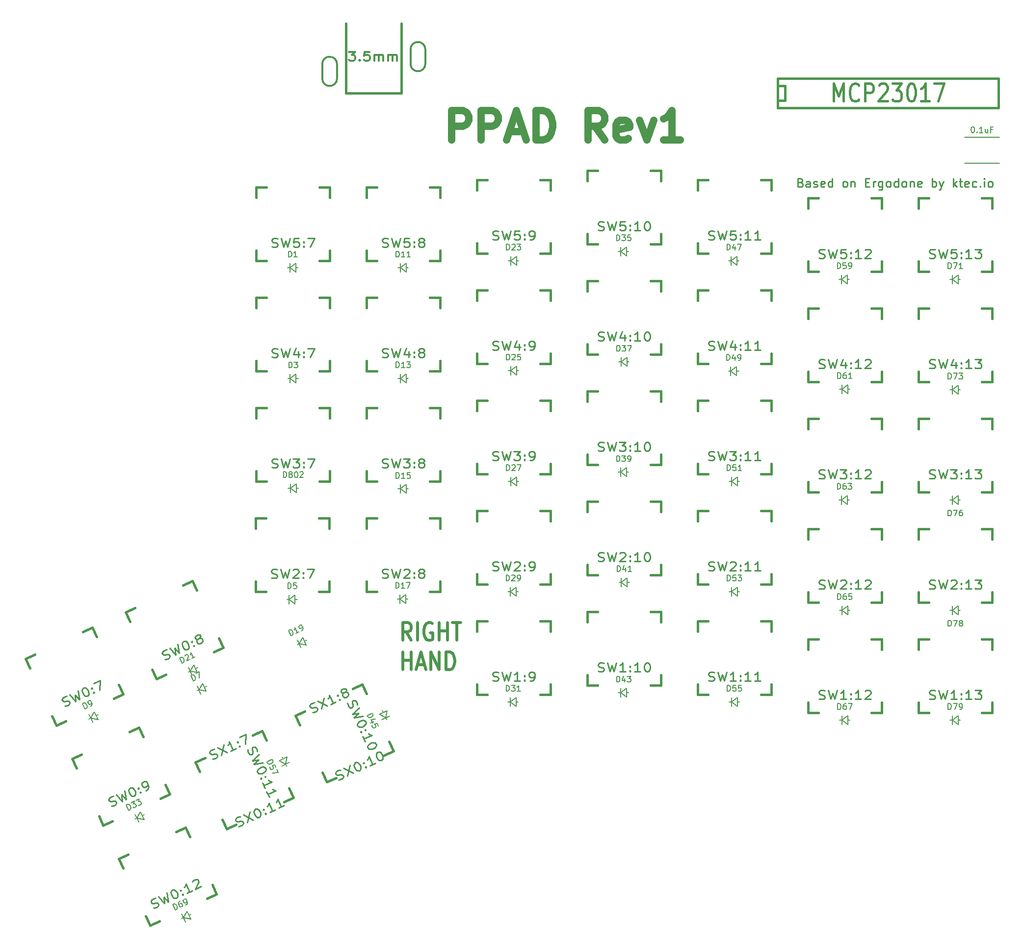
<source format=gbr>
G04 #@! TF.GenerationSoftware,KiCad,Pcbnew,(5.0.1)-rc2*
G04 #@! TF.CreationDate,2018-10-18T10:44:41+02:00*
G04 #@! TF.ProjectId,ErgoDone,4572676F446F6E652E6B696361645F70,rev?*
G04 #@! TF.SameCoordinates,Original*
G04 #@! TF.FileFunction,Legend,Top*
G04 #@! TF.FilePolarity,Positive*
%FSLAX46Y46*%
G04 Gerber Fmt 4.6, Leading zero omitted, Abs format (unit mm)*
G04 Created by KiCad (PCBNEW (5.0.1)-rc2) date 2018-10-18 10:44:41*
%MOMM*%
%LPD*%
G01*
G04 APERTURE LIST*
%ADD10C,0.275000*%
%ADD11C,1.270000*%
%ADD12C,0.508000*%
%ADD13C,0.381000*%
%ADD14C,0.150000*%
%ADD15C,0.300000*%
%ADD16C,0.254000*%
%ADD17C,0.304800*%
%ADD18C,0.457200*%
G04 APERTURE END LIST*
D10*
X159990285Y-57931857D02*
X160204571Y-58003285D01*
X160276000Y-58074714D01*
X160347428Y-58217571D01*
X160347428Y-58431857D01*
X160276000Y-58574714D01*
X160204571Y-58646142D01*
X160061714Y-58717571D01*
X159490285Y-58717571D01*
X159490285Y-57217571D01*
X159990285Y-57217571D01*
X160133142Y-57289000D01*
X160204571Y-57360428D01*
X160276000Y-57503285D01*
X160276000Y-57646142D01*
X160204571Y-57789000D01*
X160133142Y-57860428D01*
X159990285Y-57931857D01*
X159490285Y-57931857D01*
X161633142Y-58717571D02*
X161633142Y-57931857D01*
X161561714Y-57789000D01*
X161418857Y-57717571D01*
X161133142Y-57717571D01*
X160990285Y-57789000D01*
X161633142Y-58646142D02*
X161490285Y-58717571D01*
X161133142Y-58717571D01*
X160990285Y-58646142D01*
X160918857Y-58503285D01*
X160918857Y-58360428D01*
X160990285Y-58217571D01*
X161133142Y-58146142D01*
X161490285Y-58146142D01*
X161633142Y-58074714D01*
X162276000Y-58646142D02*
X162418857Y-58717571D01*
X162704571Y-58717571D01*
X162847428Y-58646142D01*
X162918857Y-58503285D01*
X162918857Y-58431857D01*
X162847428Y-58289000D01*
X162704571Y-58217571D01*
X162490285Y-58217571D01*
X162347428Y-58146142D01*
X162276000Y-58003285D01*
X162276000Y-57931857D01*
X162347428Y-57789000D01*
X162490285Y-57717571D01*
X162704571Y-57717571D01*
X162847428Y-57789000D01*
X164133142Y-58646142D02*
X163990285Y-58717571D01*
X163704571Y-58717571D01*
X163561714Y-58646142D01*
X163490285Y-58503285D01*
X163490285Y-57931857D01*
X163561714Y-57789000D01*
X163704571Y-57717571D01*
X163990285Y-57717571D01*
X164133142Y-57789000D01*
X164204571Y-57931857D01*
X164204571Y-58074714D01*
X163490285Y-58217571D01*
X165490285Y-58717571D02*
X165490285Y-57217571D01*
X165490285Y-58646142D02*
X165347428Y-58717571D01*
X165061714Y-58717571D01*
X164918857Y-58646142D01*
X164847428Y-58574714D01*
X164776000Y-58431857D01*
X164776000Y-58003285D01*
X164847428Y-57860428D01*
X164918857Y-57789000D01*
X165061714Y-57717571D01*
X165347428Y-57717571D01*
X165490285Y-57789000D01*
X167561714Y-58717571D02*
X167418857Y-58646142D01*
X167347428Y-58574714D01*
X167276000Y-58431857D01*
X167276000Y-58003285D01*
X167347428Y-57860428D01*
X167418857Y-57789000D01*
X167561714Y-57717571D01*
X167776000Y-57717571D01*
X167918857Y-57789000D01*
X167990285Y-57860428D01*
X168061714Y-58003285D01*
X168061714Y-58431857D01*
X167990285Y-58574714D01*
X167918857Y-58646142D01*
X167776000Y-58717571D01*
X167561714Y-58717571D01*
X168704571Y-57717571D02*
X168704571Y-58717571D01*
X168704571Y-57860428D02*
X168776000Y-57789000D01*
X168918857Y-57717571D01*
X169133142Y-57717571D01*
X169276000Y-57789000D01*
X169347428Y-57931857D01*
X169347428Y-58717571D01*
X171204571Y-57931857D02*
X171704571Y-57931857D01*
X171918857Y-58717571D02*
X171204571Y-58717571D01*
X171204571Y-57217571D01*
X171918857Y-57217571D01*
X172561714Y-58717571D02*
X172561714Y-57717571D01*
X172561714Y-58003285D02*
X172633142Y-57860428D01*
X172704571Y-57789000D01*
X172847428Y-57717571D01*
X172990285Y-57717571D01*
X174133142Y-57717571D02*
X174133142Y-58931857D01*
X174061714Y-59074714D01*
X173990285Y-59146142D01*
X173847428Y-59217571D01*
X173633142Y-59217571D01*
X173490285Y-59146142D01*
X174133142Y-58646142D02*
X173990285Y-58717571D01*
X173704571Y-58717571D01*
X173561714Y-58646142D01*
X173490285Y-58574714D01*
X173418857Y-58431857D01*
X173418857Y-58003285D01*
X173490285Y-57860428D01*
X173561714Y-57789000D01*
X173704571Y-57717571D01*
X173990285Y-57717571D01*
X174133142Y-57789000D01*
X175061714Y-58717571D02*
X174918857Y-58646142D01*
X174847428Y-58574714D01*
X174776000Y-58431857D01*
X174776000Y-58003285D01*
X174847428Y-57860428D01*
X174918857Y-57789000D01*
X175061714Y-57717571D01*
X175276000Y-57717571D01*
X175418857Y-57789000D01*
X175490285Y-57860428D01*
X175561714Y-58003285D01*
X175561714Y-58431857D01*
X175490285Y-58574714D01*
X175418857Y-58646142D01*
X175276000Y-58717571D01*
X175061714Y-58717571D01*
X176847428Y-58717571D02*
X176847428Y-57217571D01*
X176847428Y-58646142D02*
X176704571Y-58717571D01*
X176418857Y-58717571D01*
X176276000Y-58646142D01*
X176204571Y-58574714D01*
X176133142Y-58431857D01*
X176133142Y-58003285D01*
X176204571Y-57860428D01*
X176276000Y-57789000D01*
X176418857Y-57717571D01*
X176704571Y-57717571D01*
X176847428Y-57789000D01*
X177776000Y-58717571D02*
X177633142Y-58646142D01*
X177561714Y-58574714D01*
X177490285Y-58431857D01*
X177490285Y-58003285D01*
X177561714Y-57860428D01*
X177633142Y-57789000D01*
X177776000Y-57717571D01*
X177990285Y-57717571D01*
X178133142Y-57789000D01*
X178204571Y-57860428D01*
X178276000Y-58003285D01*
X178276000Y-58431857D01*
X178204571Y-58574714D01*
X178133142Y-58646142D01*
X177990285Y-58717571D01*
X177776000Y-58717571D01*
X178918857Y-57717571D02*
X178918857Y-58717571D01*
X178918857Y-57860428D02*
X178990285Y-57789000D01*
X179133142Y-57717571D01*
X179347428Y-57717571D01*
X179490285Y-57789000D01*
X179561714Y-57931857D01*
X179561714Y-58717571D01*
X180847428Y-58646142D02*
X180704571Y-58717571D01*
X180418857Y-58717571D01*
X180276000Y-58646142D01*
X180204571Y-58503285D01*
X180204571Y-57931857D01*
X180276000Y-57789000D01*
X180418857Y-57717571D01*
X180704571Y-57717571D01*
X180847428Y-57789000D01*
X180918857Y-57931857D01*
X180918857Y-58074714D01*
X180204571Y-58217571D01*
X182704571Y-58717571D02*
X182704571Y-57217571D01*
X182704571Y-57789000D02*
X182847428Y-57717571D01*
X183133142Y-57717571D01*
X183276000Y-57789000D01*
X183347428Y-57860428D01*
X183418857Y-58003285D01*
X183418857Y-58431857D01*
X183347428Y-58574714D01*
X183276000Y-58646142D01*
X183133142Y-58717571D01*
X182847428Y-58717571D01*
X182704571Y-58646142D01*
X183918857Y-57717571D02*
X184276000Y-58717571D01*
X184633142Y-57717571D02*
X184276000Y-58717571D01*
X184133142Y-59074714D01*
X184061714Y-59146142D01*
X183918857Y-59217571D01*
X186347428Y-58717571D02*
X186347428Y-57217571D01*
X186490285Y-58146142D02*
X186918857Y-58717571D01*
X186918857Y-57717571D02*
X186347428Y-58289000D01*
X187347428Y-57717571D02*
X187918857Y-57717571D01*
X187561714Y-57217571D02*
X187561714Y-58503285D01*
X187633142Y-58646142D01*
X187776000Y-58717571D01*
X187918857Y-58717571D01*
X188990285Y-58646142D02*
X188847428Y-58717571D01*
X188561714Y-58717571D01*
X188418857Y-58646142D01*
X188347428Y-58503285D01*
X188347428Y-57931857D01*
X188418857Y-57789000D01*
X188561714Y-57717571D01*
X188847428Y-57717571D01*
X188990285Y-57789000D01*
X189061714Y-57931857D01*
X189061714Y-58074714D01*
X188347428Y-58217571D01*
X190347428Y-58646142D02*
X190204571Y-58717571D01*
X189918857Y-58717571D01*
X189776000Y-58646142D01*
X189704571Y-58574714D01*
X189633142Y-58431857D01*
X189633142Y-58003285D01*
X189704571Y-57860428D01*
X189776000Y-57789000D01*
X189918857Y-57717571D01*
X190204571Y-57717571D01*
X190347428Y-57789000D01*
X190990285Y-58574714D02*
X191061714Y-58646142D01*
X190990285Y-58717571D01*
X190918857Y-58646142D01*
X190990285Y-58574714D01*
X190990285Y-58717571D01*
X191704571Y-58717571D02*
X191704571Y-57717571D01*
X191704571Y-57217571D02*
X191633142Y-57289000D01*
X191704571Y-57360428D01*
X191776000Y-57289000D01*
X191704571Y-57217571D01*
X191704571Y-57360428D01*
X192633142Y-58717571D02*
X192490285Y-58646142D01*
X192418857Y-58574714D01*
X192347428Y-58431857D01*
X192347428Y-58003285D01*
X192418857Y-57860428D01*
X192490285Y-57789000D01*
X192633142Y-57717571D01*
X192847428Y-57717571D01*
X192990285Y-57789000D01*
X193061714Y-57860428D01*
X193133142Y-58003285D01*
X193133142Y-58431857D01*
X193061714Y-58574714D01*
X192990285Y-58646142D01*
X192847428Y-58717571D01*
X192633142Y-58717571D01*
D11*
X99785714Y-50558095D02*
X99785714Y-45478095D01*
X101720952Y-45478095D01*
X102204761Y-45720000D01*
X102446666Y-45961904D01*
X102688571Y-46445714D01*
X102688571Y-47171428D01*
X102446666Y-47655238D01*
X102204761Y-47897142D01*
X101720952Y-48139047D01*
X99785714Y-48139047D01*
X104865714Y-50558095D02*
X104865714Y-45478095D01*
X106800952Y-45478095D01*
X107284761Y-45720000D01*
X107526666Y-45961904D01*
X107768571Y-46445714D01*
X107768571Y-47171428D01*
X107526666Y-47655238D01*
X107284761Y-47897142D01*
X106800952Y-48139047D01*
X104865714Y-48139047D01*
X109703809Y-49106666D02*
X112122857Y-49106666D01*
X109220000Y-50558095D02*
X110913333Y-45478095D01*
X112606666Y-50558095D01*
X114300000Y-50558095D02*
X114300000Y-45478095D01*
X115509523Y-45478095D01*
X116235238Y-45720000D01*
X116719047Y-46203809D01*
X116960952Y-46687619D01*
X117202857Y-47655238D01*
X117202857Y-48380952D01*
X116960952Y-49348571D01*
X116719047Y-49832380D01*
X116235238Y-50316190D01*
X115509523Y-50558095D01*
X114300000Y-50558095D01*
X126153333Y-50558095D02*
X124460000Y-48139047D01*
X123250476Y-50558095D02*
X123250476Y-45478095D01*
X125185714Y-45478095D01*
X125669523Y-45720000D01*
X125911428Y-45961904D01*
X126153333Y-46445714D01*
X126153333Y-47171428D01*
X125911428Y-47655238D01*
X125669523Y-47897142D01*
X125185714Y-48139047D01*
X123250476Y-48139047D01*
X130265714Y-50316190D02*
X129781904Y-50558095D01*
X128814285Y-50558095D01*
X128330476Y-50316190D01*
X128088571Y-49832380D01*
X128088571Y-47897142D01*
X128330476Y-47413333D01*
X128814285Y-47171428D01*
X129781904Y-47171428D01*
X130265714Y-47413333D01*
X130507619Y-47897142D01*
X130507619Y-48380952D01*
X128088571Y-48864761D01*
X132200952Y-47171428D02*
X133410476Y-50558095D01*
X134620000Y-47171428D01*
X139216190Y-50558095D02*
X136313333Y-50558095D01*
X137764761Y-50558095D02*
X137764761Y-45478095D01*
X137280952Y-46203809D01*
X136797142Y-46687619D01*
X136313333Y-46929523D01*
D12*
X92810390Y-137014857D02*
X91963723Y-135563428D01*
X91358961Y-137014857D02*
X91358961Y-133966857D01*
X92326580Y-133966857D01*
X92568485Y-134112000D01*
X92689438Y-134257142D01*
X92810390Y-134547428D01*
X92810390Y-134982857D01*
X92689438Y-135273142D01*
X92568485Y-135418285D01*
X92326580Y-135563428D01*
X91358961Y-135563428D01*
X93898961Y-137014857D02*
X93898961Y-133966857D01*
X96438961Y-134112000D02*
X96197057Y-133966857D01*
X95834200Y-133966857D01*
X95471342Y-134112000D01*
X95229438Y-134402285D01*
X95108485Y-134692571D01*
X94987533Y-135273142D01*
X94987533Y-135708571D01*
X95108485Y-136289142D01*
X95229438Y-136579428D01*
X95471342Y-136869714D01*
X95834200Y-137014857D01*
X96076104Y-137014857D01*
X96438961Y-136869714D01*
X96559914Y-136724571D01*
X96559914Y-135708571D01*
X96076104Y-135708571D01*
X97648485Y-137014857D02*
X97648485Y-133966857D01*
X97648485Y-135418285D02*
X99099914Y-135418285D01*
X99099914Y-137014857D02*
X99099914Y-133966857D01*
X99946580Y-133966857D02*
X101398009Y-133966857D01*
X100672295Y-137014857D02*
X100672295Y-133966857D01*
X91358961Y-142094857D02*
X91358961Y-139046857D01*
X91358961Y-140498285D02*
X92810390Y-140498285D01*
X92810390Y-142094857D02*
X92810390Y-139046857D01*
X93898961Y-141224000D02*
X95108485Y-141224000D01*
X93657057Y-142094857D02*
X94503723Y-139046857D01*
X95350390Y-142094857D01*
X96197057Y-142094857D02*
X96197057Y-139046857D01*
X97648485Y-142094857D01*
X97648485Y-139046857D01*
X98858009Y-142094857D02*
X98858009Y-139046857D01*
X99462771Y-139046857D01*
X99825628Y-139192000D01*
X100067533Y-139482285D01*
X100188485Y-139772571D01*
X100309438Y-140353142D01*
X100309438Y-140788571D01*
X100188485Y-141369142D01*
X100067533Y-141659428D01*
X99825628Y-141949714D01*
X99462771Y-142094857D01*
X98858009Y-142094857D01*
D13*
G04 #@! TO.C,SW2:13*
X180340000Y-119580660D02*
X180340000Y-117802660D01*
X180340000Y-130502660D02*
X180340000Y-128724660D01*
X182118000Y-130502660D02*
X180340000Y-130502660D01*
X193040000Y-130502660D02*
X191262000Y-130502660D01*
X193040000Y-128724660D02*
X193040000Y-130502660D01*
X193040000Y-117802660D02*
X193040000Y-119580660D01*
X191262000Y-117802660D02*
X193040000Y-117802660D01*
X180340000Y-117802660D02*
X182118000Y-117802660D01*
G04 #@! TO.C,SW3:13*
X180340000Y-100530660D02*
X180340000Y-98752660D01*
X180340000Y-111452660D02*
X180340000Y-109674660D01*
X182118000Y-111452660D02*
X180340000Y-111452660D01*
X193040000Y-111452660D02*
X191262000Y-111452660D01*
X193040000Y-109674660D02*
X193040000Y-111452660D01*
X193040000Y-98752660D02*
X193040000Y-100530660D01*
X191262000Y-98752660D02*
X193040000Y-98752660D01*
X180340000Y-98752660D02*
X182118000Y-98752660D01*
G04 #@! TO.C,SW4:13*
X180340000Y-81480660D02*
X180340000Y-79702660D01*
X180340000Y-92402660D02*
X180340000Y-90624660D01*
X182118000Y-92402660D02*
X180340000Y-92402660D01*
X193040000Y-92402660D02*
X191262000Y-92402660D01*
X193040000Y-90624660D02*
X193040000Y-92402660D01*
X193040000Y-79702660D02*
X193040000Y-81480660D01*
X191262000Y-79702660D02*
X193040000Y-79702660D01*
X180340000Y-79702660D02*
X182118000Y-79702660D01*
G04 #@! TO.C,SW5:13*
X180340000Y-62433200D02*
X180340000Y-60655200D01*
X180340000Y-73355200D02*
X180340000Y-71577200D01*
X182118000Y-73355200D02*
X180340000Y-73355200D01*
X193040000Y-73355200D02*
X191262000Y-73355200D01*
X193040000Y-71577200D02*
X193040000Y-73355200D01*
X193040000Y-60655200D02*
X193040000Y-62433200D01*
X191262000Y-60655200D02*
X193040000Y-60655200D01*
X180340000Y-60655200D02*
X182118000Y-60655200D01*
G04 #@! TO.C,SW4:7*
X66042540Y-77812900D02*
X67820540Y-77812900D01*
X76964540Y-77812900D02*
X78742540Y-77812900D01*
X78742540Y-77812900D02*
X78742540Y-79590900D01*
X78742540Y-88734900D02*
X78742540Y-90512900D01*
X78742540Y-90512900D02*
X76964540Y-90512900D01*
X67820540Y-90512900D02*
X66042540Y-90512900D01*
X66042540Y-90512900D02*
X66042540Y-88734900D01*
X66042540Y-79590900D02*
X66042540Y-77812900D01*
G04 #@! TO.C,SW3:7*
X66042540Y-98640900D02*
X66042540Y-96862900D01*
X66042540Y-109562900D02*
X66042540Y-107784900D01*
X67820540Y-109562900D02*
X66042540Y-109562900D01*
X78742540Y-109562900D02*
X76964540Y-109562900D01*
X78742540Y-107784900D02*
X78742540Y-109562900D01*
X78742540Y-96862900D02*
X78742540Y-98640900D01*
X76964540Y-96862900D02*
X78742540Y-96862900D01*
X66042540Y-96862900D02*
X67820540Y-96862900D01*
G04 #@! TO.C,SW2:7*
X65956495Y-115930646D02*
X67734495Y-115930646D01*
X76878495Y-115930646D02*
X78656495Y-115930646D01*
X78656495Y-115930646D02*
X78656495Y-117708646D01*
X78656495Y-126852646D02*
X78656495Y-128630646D01*
X78656495Y-128630646D02*
X76878495Y-128630646D01*
X67734495Y-128630646D02*
X65956495Y-128630646D01*
X65956495Y-128630646D02*
X65956495Y-126852646D01*
X65956495Y-117708646D02*
X65956495Y-115930646D01*
G04 #@! TO.C,SW2:8*
X85090000Y-115897660D02*
X86868000Y-115897660D01*
X96012000Y-115897660D02*
X97790000Y-115897660D01*
X97790000Y-115897660D02*
X97790000Y-117675660D01*
X97790000Y-126819660D02*
X97790000Y-128597660D01*
X97790000Y-128597660D02*
X96012000Y-128597660D01*
X86868000Y-128597660D02*
X85090000Y-128597660D01*
X85090000Y-128597660D02*
X85090000Y-126819660D01*
X85090000Y-117675660D02*
X85090000Y-115897660D01*
G04 #@! TO.C,SW0:8*
X43524640Y-132148012D02*
X45136055Y-131396596D01*
X53423333Y-127532175D02*
X55034748Y-126780760D01*
X55034748Y-126780760D02*
X55786164Y-128392175D01*
X59650585Y-136679453D02*
X60402000Y-138290868D01*
X60402000Y-138290868D02*
X58790585Y-139042284D01*
X50503307Y-142906705D02*
X48891892Y-143658120D01*
X48891892Y-143658120D02*
X48140476Y-142046705D01*
X44276055Y-133759427D02*
X43524640Y-132148012D01*
D14*
G04 #@! TO.C,C1*
X194327400Y-54624800D02*
X188327400Y-54624800D01*
X188327400Y-50124800D02*
X194327400Y-50124800D01*
D13*
G04 #@! TO.C,J2*
X91109800Y-30480000D02*
X91109800Y-42545000D01*
X91109800Y-42545000D02*
X81508600Y-42545000D01*
X81508600Y-42545000D02*
X81508600Y-30480000D01*
D15*
G04 #@! TO.C,J3*
X92710000Y-37465000D02*
X92710000Y-34925000D01*
X95250000Y-37465000D02*
X95250000Y-34925000D01*
X92710000Y-34925000D02*
G75*
G02X93980000Y-33655000I1270000J0D01*
G01*
X93980000Y-33655000D02*
G75*
G02X95250000Y-34925000I0J-1270000D01*
G01*
X93980000Y-38735000D02*
G75*
G02X92710000Y-37465000I0J1270000D01*
G01*
X95250000Y-37465000D02*
G75*
G02X93980000Y-38735000I-1270000J0D01*
G01*
G04 #@! TO.C,J4*
X77470000Y-40005000D02*
X77470000Y-37465000D01*
X80010000Y-37465000D02*
G75*
G03X78740000Y-36195000I-1270000J0D01*
G01*
X78740000Y-36195000D02*
G75*
G03X77470000Y-37465000I0J-1270000D01*
G01*
X78740000Y-41275000D02*
G75*
G03X80010000Y-40005000I0J1270000D01*
G01*
X77470000Y-40005000D02*
G75*
G03X78740000Y-41275000I1270000J0D01*
G01*
X80010000Y-40005000D02*
X80010000Y-37465000D01*
D13*
G04 #@! TO.C,SW0:7*
X26260260Y-140197272D02*
X27871675Y-139445856D01*
X36158953Y-135581435D02*
X37770368Y-134830020D01*
X37770368Y-134830020D02*
X38521784Y-136441435D01*
X42386205Y-144728713D02*
X43137620Y-146340128D01*
X43137620Y-146340128D02*
X41526205Y-147091544D01*
X33238927Y-150955965D02*
X31627512Y-151707380D01*
X31627512Y-151707380D02*
X30876096Y-150095965D01*
X27011675Y-141808687D02*
X26260260Y-140197272D01*
G04 #@! TO.C,SW0:9*
X34309520Y-157461652D02*
X35920935Y-156710236D01*
X44208213Y-152845815D02*
X45819628Y-152094400D01*
X45819628Y-152094400D02*
X46571044Y-153705815D01*
X50435465Y-161993093D02*
X51186880Y-163604508D01*
X51186880Y-163604508D02*
X49575465Y-164355924D01*
X41288187Y-168220345D02*
X39676772Y-168971760D01*
X39676772Y-168971760D02*
X38925356Y-167360345D01*
X35060935Y-159073067D02*
X34309520Y-157461652D01*
G04 #@! TO.C,SW0:10*
X78231432Y-161504160D02*
X77480016Y-159892745D01*
X73615595Y-151605467D02*
X72864180Y-149994052D01*
X72864180Y-149994052D02*
X74475595Y-149242636D01*
X82762873Y-145378215D02*
X84374288Y-144626800D01*
X84374288Y-144626800D02*
X85125704Y-146238215D01*
X88990125Y-154525493D02*
X89741540Y-156136908D01*
X89741540Y-156136908D02*
X88130125Y-156888324D01*
X79842847Y-160752745D02*
X78231432Y-161504160D01*
G04 #@! TO.C,SW0:11*
X60967052Y-169555960D02*
X60215636Y-167944545D01*
X56351215Y-159657267D02*
X55599800Y-158045852D01*
X55599800Y-158045852D02*
X57211215Y-157294436D01*
X65498493Y-153430015D02*
X67109908Y-152678600D01*
X67109908Y-152678600D02*
X67861324Y-154290015D01*
X71725745Y-162577293D02*
X72477160Y-164188708D01*
X72477160Y-164188708D02*
X70865745Y-164940124D01*
X62578467Y-168804545D02*
X60967052Y-169555960D01*
G04 #@! TO.C,SW0:12*
X42361320Y-174728572D02*
X43972735Y-173977156D01*
X52260013Y-170112735D02*
X53871428Y-169361320D01*
X53871428Y-169361320D02*
X54622844Y-170972735D01*
X58487265Y-179260013D02*
X59238680Y-180871428D01*
X59238680Y-180871428D02*
X57627265Y-181622844D01*
X49339987Y-185487265D02*
X47728572Y-186238680D01*
X47728572Y-186238680D02*
X46977156Y-184627265D01*
X43112735Y-176339987D02*
X42361320Y-174728572D01*
G04 #@! TO.C,SW1:9*
X104140000Y-133677660D02*
X105918000Y-133677660D01*
X115062000Y-133677660D02*
X116840000Y-133677660D01*
X116840000Y-133677660D02*
X116840000Y-135455660D01*
X116840000Y-144599660D02*
X116840000Y-146377660D01*
X116840000Y-146377660D02*
X115062000Y-146377660D01*
X105918000Y-146377660D02*
X104140000Y-146377660D01*
X104140000Y-146377660D02*
X104140000Y-144599660D01*
X104140000Y-135455660D02*
X104140000Y-133677660D01*
G04 #@! TO.C,SW1:10*
X123190000Y-132080000D02*
X124968000Y-132080000D01*
X134112000Y-132080000D02*
X135890000Y-132080000D01*
X135890000Y-132080000D02*
X135890000Y-133858000D01*
X135890000Y-143002000D02*
X135890000Y-144780000D01*
X135890000Y-144780000D02*
X134112000Y-144780000D01*
X124968000Y-144780000D02*
X123190000Y-144780000D01*
X123190000Y-144780000D02*
X123190000Y-143002000D01*
X123190000Y-133858000D02*
X123190000Y-132080000D01*
G04 #@! TO.C,SW1:11*
X142240000Y-133677660D02*
X144018000Y-133677660D01*
X153162000Y-133677660D02*
X154940000Y-133677660D01*
X154940000Y-133677660D02*
X154940000Y-135455660D01*
X154940000Y-144599660D02*
X154940000Y-146377660D01*
X154940000Y-146377660D02*
X153162000Y-146377660D01*
X144018000Y-146377660D02*
X142240000Y-146377660D01*
X142240000Y-146377660D02*
X142240000Y-144599660D01*
X142240000Y-135455660D02*
X142240000Y-133677660D01*
G04 #@! TO.C,SW1:12*
X161290000Y-136852660D02*
X163068000Y-136852660D01*
X172212000Y-136852660D02*
X173990000Y-136852660D01*
X173990000Y-136852660D02*
X173990000Y-138630660D01*
X173990000Y-147774660D02*
X173990000Y-149552660D01*
X173990000Y-149552660D02*
X172212000Y-149552660D01*
X163068000Y-149552660D02*
X161290000Y-149552660D01*
X161290000Y-149552660D02*
X161290000Y-147774660D01*
X161290000Y-138630660D02*
X161290000Y-136852660D01*
G04 #@! TO.C,SW1:13*
X180340000Y-136852660D02*
X182118000Y-136852660D01*
X191262000Y-136852660D02*
X193040000Y-136852660D01*
X193040000Y-136852660D02*
X193040000Y-138630660D01*
X193040000Y-147774660D02*
X193040000Y-149552660D01*
X193040000Y-149552660D02*
X191262000Y-149552660D01*
X182118000Y-149552660D02*
X180340000Y-149552660D01*
X180340000Y-149552660D02*
X180340000Y-147774660D01*
X180340000Y-138630660D02*
X180340000Y-136852660D01*
G04 #@! TO.C,SW2:9*
X104140000Y-114627660D02*
X105918000Y-114627660D01*
X115062000Y-114627660D02*
X116840000Y-114627660D01*
X116840000Y-114627660D02*
X116840000Y-116405660D01*
X116840000Y-125549660D02*
X116840000Y-127327660D01*
X116840000Y-127327660D02*
X115062000Y-127327660D01*
X105918000Y-127327660D02*
X104140000Y-127327660D01*
X104140000Y-127327660D02*
X104140000Y-125549660D01*
X104140000Y-116405660D02*
X104140000Y-114627660D01*
G04 #@! TO.C,SW2:10*
X123190000Y-113030000D02*
X124968000Y-113030000D01*
X134112000Y-113030000D02*
X135890000Y-113030000D01*
X135890000Y-113030000D02*
X135890000Y-114808000D01*
X135890000Y-123952000D02*
X135890000Y-125730000D01*
X135890000Y-125730000D02*
X134112000Y-125730000D01*
X124968000Y-125730000D02*
X123190000Y-125730000D01*
X123190000Y-125730000D02*
X123190000Y-123952000D01*
X123190000Y-114808000D02*
X123190000Y-113030000D01*
G04 #@! TO.C,SW2:11*
X142240000Y-114627660D02*
X144018000Y-114627660D01*
X153162000Y-114627660D02*
X154940000Y-114627660D01*
X154940000Y-114627660D02*
X154940000Y-116405660D01*
X154940000Y-125549660D02*
X154940000Y-127327660D01*
X154940000Y-127327660D02*
X153162000Y-127327660D01*
X144018000Y-127327660D02*
X142240000Y-127327660D01*
X142240000Y-127327660D02*
X142240000Y-125549660D01*
X142240000Y-116405660D02*
X142240000Y-114627660D01*
G04 #@! TO.C,SW2:12*
X161290000Y-117802660D02*
X163068000Y-117802660D01*
X172212000Y-117802660D02*
X173990000Y-117802660D01*
X173990000Y-117802660D02*
X173990000Y-119580660D01*
X173990000Y-128724660D02*
X173990000Y-130502660D01*
X173990000Y-130502660D02*
X172212000Y-130502660D01*
X163068000Y-130502660D02*
X161290000Y-130502660D01*
X161290000Y-130502660D02*
X161290000Y-128724660D01*
X161290000Y-119580660D02*
X161290000Y-117802660D01*
G04 #@! TO.C,SW3:8*
X85090000Y-96847660D02*
X86868000Y-96847660D01*
X96012000Y-96847660D02*
X97790000Y-96847660D01*
X97790000Y-96847660D02*
X97790000Y-98625660D01*
X97790000Y-107769660D02*
X97790000Y-109547660D01*
X97790000Y-109547660D02*
X96012000Y-109547660D01*
X86868000Y-109547660D02*
X85090000Y-109547660D01*
X85090000Y-109547660D02*
X85090000Y-107769660D01*
X85090000Y-98625660D02*
X85090000Y-96847660D01*
G04 #@! TO.C,SW3:9*
X104140000Y-95577660D02*
X105918000Y-95577660D01*
X115062000Y-95577660D02*
X116840000Y-95577660D01*
X116840000Y-95577660D02*
X116840000Y-97355660D01*
X116840000Y-106499660D02*
X116840000Y-108277660D01*
X116840000Y-108277660D02*
X115062000Y-108277660D01*
X105918000Y-108277660D02*
X104140000Y-108277660D01*
X104140000Y-108277660D02*
X104140000Y-106499660D01*
X104140000Y-97355660D02*
X104140000Y-95577660D01*
G04 #@! TO.C,SW3:10*
X123190000Y-93980000D02*
X124968000Y-93980000D01*
X134112000Y-93980000D02*
X135890000Y-93980000D01*
X135890000Y-93980000D02*
X135890000Y-95758000D01*
X135890000Y-104902000D02*
X135890000Y-106680000D01*
X135890000Y-106680000D02*
X134112000Y-106680000D01*
X124968000Y-106680000D02*
X123190000Y-106680000D01*
X123190000Y-106680000D02*
X123190000Y-104902000D01*
X123190000Y-95758000D02*
X123190000Y-93980000D01*
G04 #@! TO.C,SW3:11*
X142240000Y-95577660D02*
X144018000Y-95577660D01*
X153162000Y-95577660D02*
X154940000Y-95577660D01*
X154940000Y-95577660D02*
X154940000Y-97355660D01*
X154940000Y-106499660D02*
X154940000Y-108277660D01*
X154940000Y-108277660D02*
X153162000Y-108277660D01*
X144018000Y-108277660D02*
X142240000Y-108277660D01*
X142240000Y-108277660D02*
X142240000Y-106499660D01*
X142240000Y-97355660D02*
X142240000Y-95577660D01*
G04 #@! TO.C,SW3:12*
X161290000Y-98752660D02*
X163068000Y-98752660D01*
X172212000Y-98752660D02*
X173990000Y-98752660D01*
X173990000Y-98752660D02*
X173990000Y-100530660D01*
X173990000Y-109674660D02*
X173990000Y-111452660D01*
X173990000Y-111452660D02*
X172212000Y-111452660D01*
X163068000Y-111452660D02*
X161290000Y-111452660D01*
X161290000Y-111452660D02*
X161290000Y-109674660D01*
X161290000Y-100530660D02*
X161290000Y-98752660D01*
G04 #@! TO.C,SW4:8*
X85090000Y-77797660D02*
X86868000Y-77797660D01*
X96012000Y-77797660D02*
X97790000Y-77797660D01*
X97790000Y-77797660D02*
X97790000Y-79575660D01*
X97790000Y-88719660D02*
X97790000Y-90497660D01*
X97790000Y-90497660D02*
X96012000Y-90497660D01*
X86868000Y-90497660D02*
X85090000Y-90497660D01*
X85090000Y-90497660D02*
X85090000Y-88719660D01*
X85090000Y-79575660D02*
X85090000Y-77797660D01*
G04 #@! TO.C,SW4:9*
X104140000Y-76527660D02*
X105918000Y-76527660D01*
X115062000Y-76527660D02*
X116840000Y-76527660D01*
X116840000Y-76527660D02*
X116840000Y-78305660D01*
X116840000Y-87449660D02*
X116840000Y-89227660D01*
X116840000Y-89227660D02*
X115062000Y-89227660D01*
X105918000Y-89227660D02*
X104140000Y-89227660D01*
X104140000Y-89227660D02*
X104140000Y-87449660D01*
X104140000Y-78305660D02*
X104140000Y-76527660D01*
G04 #@! TO.C,SW4:10*
X123190000Y-74930000D02*
X124968000Y-74930000D01*
X134112000Y-74930000D02*
X135890000Y-74930000D01*
X135890000Y-74930000D02*
X135890000Y-76708000D01*
X135890000Y-85852000D02*
X135890000Y-87630000D01*
X135890000Y-87630000D02*
X134112000Y-87630000D01*
X124968000Y-87630000D02*
X123190000Y-87630000D01*
X123190000Y-87630000D02*
X123190000Y-85852000D01*
X123190000Y-76708000D02*
X123190000Y-74930000D01*
G04 #@! TO.C,SW4:11*
X142240000Y-76527660D02*
X144018000Y-76527660D01*
X153162000Y-76527660D02*
X154940000Y-76527660D01*
X154940000Y-76527660D02*
X154940000Y-78305660D01*
X154940000Y-87449660D02*
X154940000Y-89227660D01*
X154940000Y-89227660D02*
X153162000Y-89227660D01*
X144018000Y-89227660D02*
X142240000Y-89227660D01*
X142240000Y-89227660D02*
X142240000Y-87449660D01*
X142240000Y-78305660D02*
X142240000Y-76527660D01*
G04 #@! TO.C,SW4:12*
X161290000Y-79702660D02*
X163068000Y-79702660D01*
X172212000Y-79702660D02*
X173990000Y-79702660D01*
X173990000Y-79702660D02*
X173990000Y-81480660D01*
X173990000Y-90624660D02*
X173990000Y-92402660D01*
X173990000Y-92402660D02*
X172212000Y-92402660D01*
X163068000Y-92402660D02*
X161290000Y-92402660D01*
X161290000Y-92402660D02*
X161290000Y-90624660D01*
X161290000Y-81480660D02*
X161290000Y-79702660D01*
G04 #@! TO.C,SW5:7*
X66040000Y-58750200D02*
X67818000Y-58750200D01*
X76962000Y-58750200D02*
X78740000Y-58750200D01*
X78740000Y-58750200D02*
X78740000Y-60528200D01*
X78740000Y-69672200D02*
X78740000Y-71450200D01*
X78740000Y-71450200D02*
X76962000Y-71450200D01*
X67818000Y-71450200D02*
X66040000Y-71450200D01*
X66040000Y-71450200D02*
X66040000Y-69672200D01*
X66040000Y-60528200D02*
X66040000Y-58750200D01*
G04 #@! TO.C,SW5:8*
X85090000Y-58750200D02*
X86868000Y-58750200D01*
X96012000Y-58750200D02*
X97790000Y-58750200D01*
X97790000Y-58750200D02*
X97790000Y-60528200D01*
X97790000Y-69672200D02*
X97790000Y-71450200D01*
X97790000Y-71450200D02*
X96012000Y-71450200D01*
X86868000Y-71450200D02*
X85090000Y-71450200D01*
X85090000Y-71450200D02*
X85090000Y-69672200D01*
X85090000Y-60528200D02*
X85090000Y-58750200D01*
G04 #@! TO.C,SW5:9*
X104140000Y-57477660D02*
X105918000Y-57477660D01*
X115062000Y-57477660D02*
X116840000Y-57477660D01*
X116840000Y-57477660D02*
X116840000Y-59255660D01*
X116840000Y-68399660D02*
X116840000Y-70177660D01*
X116840000Y-70177660D02*
X115062000Y-70177660D01*
X105918000Y-70177660D02*
X104140000Y-70177660D01*
X104140000Y-70177660D02*
X104140000Y-68399660D01*
X104140000Y-59255660D02*
X104140000Y-57477660D01*
G04 #@! TO.C,SW5:10*
X123190000Y-55880000D02*
X124968000Y-55880000D01*
X134112000Y-55880000D02*
X135890000Y-55880000D01*
X135890000Y-55880000D02*
X135890000Y-57658000D01*
X135890000Y-66802000D02*
X135890000Y-68580000D01*
X135890000Y-68580000D02*
X134112000Y-68580000D01*
X124968000Y-68580000D02*
X123190000Y-68580000D01*
X123190000Y-68580000D02*
X123190000Y-66802000D01*
X123190000Y-57658000D02*
X123190000Y-55880000D01*
G04 #@! TO.C,SW5:11*
X142240000Y-57477660D02*
X144018000Y-57477660D01*
X153162000Y-57477660D02*
X154940000Y-57477660D01*
X154940000Y-57477660D02*
X154940000Y-59255660D01*
X154940000Y-68399660D02*
X154940000Y-70177660D01*
X154940000Y-70177660D02*
X153162000Y-70177660D01*
X144018000Y-70177660D02*
X142240000Y-70177660D01*
X142240000Y-70177660D02*
X142240000Y-68399660D01*
X142240000Y-59255660D02*
X142240000Y-57477660D01*
G04 #@! TO.C,SW5:12*
X161290000Y-60655200D02*
X163068000Y-60655200D01*
X172212000Y-60655200D02*
X173990000Y-60655200D01*
X173990000Y-60655200D02*
X173990000Y-62433200D01*
X173990000Y-71577200D02*
X173990000Y-73355200D01*
X173990000Y-73355200D02*
X172212000Y-73355200D01*
X163068000Y-73355200D02*
X161290000Y-73355200D01*
X161290000Y-73355200D02*
X161290000Y-71577200D01*
X161290000Y-62433200D02*
X161290000Y-60655200D01*
G04 #@! TO.C,U2*
X156068000Y-39980000D02*
X194168000Y-39980000D01*
X194168000Y-39980000D02*
X194168000Y-45060000D01*
X194168000Y-45060000D02*
X156068000Y-45060000D01*
X156068000Y-45060000D02*
X156068000Y-39980000D01*
X156068000Y-41250000D02*
X157338000Y-41250000D01*
X157338000Y-41250000D02*
X157338000Y-43790000D01*
X157338000Y-43790000D02*
X156068000Y-43790000D01*
D14*
G04 #@! TO.C,D1*
X72872600Y-72669400D02*
X73253600Y-72669400D01*
X71475600Y-72669400D02*
X71856600Y-72669400D01*
X71856600Y-72669400D02*
X72872600Y-73431400D01*
X71856600Y-72669400D02*
X72872600Y-71907400D01*
X72872600Y-71907400D02*
X72872600Y-73431400D01*
X71856600Y-71907400D02*
X71856600Y-73431400D01*
G04 #@! TO.C,D3*
X72936100Y-91808300D02*
X73317100Y-91808300D01*
X71539100Y-91808300D02*
X71920100Y-91808300D01*
X71920100Y-91808300D02*
X72936100Y-92570300D01*
X71920100Y-91808300D02*
X72936100Y-91046300D01*
X72936100Y-91046300D02*
X72936100Y-92570300D01*
X71920100Y-91046300D02*
X71920100Y-92570300D01*
G04 #@! TO.C,D5*
X72773855Y-129926046D02*
X73154855Y-129926046D01*
X71376855Y-129926046D02*
X71757855Y-129926046D01*
X71757855Y-129926046D02*
X72773855Y-130688046D01*
X71757855Y-129926046D02*
X72773855Y-129164046D01*
X72773855Y-129164046D02*
X72773855Y-130688046D01*
X71757855Y-129164046D02*
X71757855Y-130688046D01*
G04 #@! TO.C,D7*
X57127804Y-145149510D02*
X57473108Y-144988492D01*
X55861692Y-145739908D02*
X56206996Y-145578890D01*
X56206996Y-145578890D02*
X57449839Y-145840116D01*
X56206996Y-145578890D02*
X56805769Y-144458903D01*
X56805769Y-144458903D02*
X57449839Y-145840116D01*
X55884961Y-144888284D02*
X56529031Y-146269497D01*
G04 #@! TO.C,D9*
X38433404Y-150026310D02*
X38778708Y-149865292D01*
X37167292Y-150616708D02*
X37512596Y-150455690D01*
X37512596Y-150455690D02*
X38755439Y-150716916D01*
X37512596Y-150455690D02*
X38111369Y-149335703D01*
X38111369Y-149335703D02*
X38755439Y-150716916D01*
X37190561Y-149765084D02*
X37834631Y-151146297D01*
G04 #@! TO.C,D11*
X91922600Y-72669400D02*
X92303600Y-72669400D01*
X90525600Y-72669400D02*
X90906600Y-72669400D01*
X90906600Y-72669400D02*
X91922600Y-73431400D01*
X90906600Y-72669400D02*
X91922600Y-71907400D01*
X91922600Y-71907400D02*
X91922600Y-73431400D01*
X90906600Y-71907400D02*
X90906600Y-73431400D01*
G04 #@! TO.C,D13*
X91922600Y-91770200D02*
X92303600Y-91770200D01*
X90525600Y-91770200D02*
X90906600Y-91770200D01*
X90906600Y-91770200D02*
X91922600Y-92532200D01*
X90906600Y-91770200D02*
X91922600Y-91008200D01*
X91922600Y-91008200D02*
X91922600Y-92532200D01*
X90906600Y-91008200D02*
X90906600Y-92532200D01*
G04 #@! TO.C,D15*
X91922600Y-110871000D02*
X92303600Y-110871000D01*
X90525600Y-110871000D02*
X90906600Y-110871000D01*
X90906600Y-110871000D02*
X91922600Y-111633000D01*
X90906600Y-110871000D02*
X91922600Y-110109000D01*
X91922600Y-110109000D02*
X91922600Y-111633000D01*
X90906600Y-110109000D02*
X90906600Y-111633000D01*
G04 #@! TO.C,D17*
X91871800Y-129870200D02*
X92252800Y-129870200D01*
X90474800Y-129870200D02*
X90855800Y-129870200D01*
X90855800Y-129870200D02*
X91871800Y-130632200D01*
X90855800Y-129870200D02*
X91871800Y-129108200D01*
X91871800Y-129108200D02*
X91871800Y-130632200D01*
X90855800Y-129108200D02*
X90855800Y-130632200D01*
G04 #@! TO.C,D19*
X74399804Y-137173910D02*
X74745108Y-137012892D01*
X73133692Y-137764308D02*
X73478996Y-137603290D01*
X73478996Y-137603290D02*
X74721839Y-137864516D01*
X73478996Y-137603290D02*
X74077769Y-136483303D01*
X74077769Y-136483303D02*
X74721839Y-137864516D01*
X73156961Y-136912684D02*
X73801031Y-138293897D01*
G04 #@! TO.C,D21*
X55603804Y-141898310D02*
X55949108Y-141737292D01*
X54337692Y-142488708D02*
X54682996Y-142327690D01*
X54682996Y-142327690D02*
X55925839Y-142588916D01*
X54682996Y-142327690D02*
X55281769Y-141207703D01*
X55281769Y-141207703D02*
X55925839Y-142588916D01*
X54360961Y-141637084D02*
X55005031Y-143018297D01*
G04 #@! TO.C,D23*
X110972600Y-71450200D02*
X111353600Y-71450200D01*
X109575600Y-71450200D02*
X109956600Y-71450200D01*
X109956600Y-71450200D02*
X110972600Y-72212200D01*
X109956600Y-71450200D02*
X110972600Y-70688200D01*
X110972600Y-70688200D02*
X110972600Y-72212200D01*
X109956600Y-70688200D02*
X109956600Y-72212200D01*
G04 #@! TO.C,D25*
X110972600Y-90449400D02*
X111353600Y-90449400D01*
X109575600Y-90449400D02*
X109956600Y-90449400D01*
X109956600Y-90449400D02*
X110972600Y-91211400D01*
X109956600Y-90449400D02*
X110972600Y-89687400D01*
X110972600Y-89687400D02*
X110972600Y-91211400D01*
X109956600Y-89687400D02*
X109956600Y-91211400D01*
G04 #@! TO.C,D27*
X110972600Y-109550200D02*
X111353600Y-109550200D01*
X109575600Y-109550200D02*
X109956600Y-109550200D01*
X109956600Y-109550200D02*
X110972600Y-110312200D01*
X109956600Y-109550200D02*
X110972600Y-108788200D01*
X110972600Y-108788200D02*
X110972600Y-110312200D01*
X109956600Y-108788200D02*
X109956600Y-110312200D01*
G04 #@! TO.C,D29*
X110921800Y-128600200D02*
X111302800Y-128600200D01*
X109524800Y-128600200D02*
X109905800Y-128600200D01*
X109905800Y-128600200D02*
X110921800Y-129362200D01*
X109905800Y-128600200D02*
X110921800Y-127838200D01*
X110921800Y-127838200D02*
X110921800Y-129362200D01*
X109905800Y-127838200D02*
X109905800Y-129362200D01*
G04 #@! TO.C,D31*
X110921800Y-147650200D02*
X111302800Y-147650200D01*
X109524800Y-147650200D02*
X109905800Y-147650200D01*
X109905800Y-147650200D02*
X110921800Y-148412200D01*
X109905800Y-147650200D02*
X110921800Y-146888200D01*
X110921800Y-146888200D02*
X110921800Y-148412200D01*
X109905800Y-146888200D02*
X109905800Y-148412200D01*
G04 #@! TO.C,D33*
X46409004Y-167298310D02*
X46754308Y-167137292D01*
X45142892Y-167888708D02*
X45488196Y-167727690D01*
X45488196Y-167727690D02*
X46731039Y-167988916D01*
X45488196Y-167727690D02*
X46086969Y-166607703D01*
X46086969Y-166607703D02*
X46731039Y-167988916D01*
X45166161Y-167037084D02*
X45810231Y-168418297D01*
G04 #@! TO.C,D35*
X129971800Y-69824600D02*
X130352800Y-69824600D01*
X128574800Y-69824600D02*
X128955800Y-69824600D01*
X128955800Y-69824600D02*
X129971800Y-70586600D01*
X128955800Y-69824600D02*
X129971800Y-69062600D01*
X129971800Y-69062600D02*
X129971800Y-70586600D01*
X128955800Y-69062600D02*
X128955800Y-70586600D01*
G04 #@! TO.C,D37*
X130022600Y-88925400D02*
X130403600Y-88925400D01*
X128625600Y-88925400D02*
X129006600Y-88925400D01*
X129006600Y-88925400D02*
X130022600Y-89687400D01*
X129006600Y-88925400D02*
X130022600Y-88163400D01*
X130022600Y-88163400D02*
X130022600Y-89687400D01*
X129006600Y-88163400D02*
X129006600Y-89687400D01*
G04 #@! TO.C,D39*
X129971800Y-107975400D02*
X130352800Y-107975400D01*
X128574800Y-107975400D02*
X128955800Y-107975400D01*
X128955800Y-107975400D02*
X129971800Y-108737400D01*
X128955800Y-107975400D02*
X129971800Y-107213400D01*
X129971800Y-107213400D02*
X129971800Y-108737400D01*
X128955800Y-107213400D02*
X128955800Y-108737400D01*
G04 #@! TO.C,D41*
X130073400Y-126974600D02*
X130454400Y-126974600D01*
X128676400Y-126974600D02*
X129057400Y-126974600D01*
X129057400Y-126974600D02*
X130073400Y-127736600D01*
X129057400Y-126974600D02*
X130073400Y-126212600D01*
X130073400Y-126212600D02*
X130073400Y-127736600D01*
X129057400Y-126212600D02*
X129057400Y-127736600D01*
G04 #@! TO.C,D43*
X129971800Y-146075400D02*
X130352800Y-146075400D01*
X128574800Y-146075400D02*
X128955800Y-146075400D01*
X128955800Y-146075400D02*
X129971800Y-146837400D01*
X128955800Y-146075400D02*
X129971800Y-145313400D01*
X129971800Y-145313400D02*
X129971800Y-146837400D01*
X128955800Y-145313400D02*
X128955800Y-146837400D01*
G04 #@! TO.C,D45*
X87999510Y-149475796D02*
X87838492Y-149130492D01*
X88589908Y-150741908D02*
X88428890Y-150396604D01*
X88428890Y-150396604D02*
X88690116Y-149153761D01*
X88428890Y-150396604D02*
X87308903Y-149797831D01*
X87308903Y-149797831D02*
X88690116Y-149153761D01*
X87738284Y-150718639D02*
X89119497Y-150074569D01*
G04 #@! TO.C,D47*
X149021800Y-71450200D02*
X149402800Y-71450200D01*
X147624800Y-71450200D02*
X148005800Y-71450200D01*
X148005800Y-71450200D02*
X149021800Y-72212200D01*
X148005800Y-71450200D02*
X149021800Y-70688200D01*
X149021800Y-70688200D02*
X149021800Y-72212200D01*
X148005800Y-70688200D02*
X148005800Y-72212200D01*
G04 #@! TO.C,D49*
X148971000Y-90500200D02*
X149352000Y-90500200D01*
X147574000Y-90500200D02*
X147955000Y-90500200D01*
X147955000Y-90500200D02*
X148971000Y-91262200D01*
X147955000Y-90500200D02*
X148971000Y-89738200D01*
X148971000Y-89738200D02*
X148971000Y-91262200D01*
X147955000Y-89738200D02*
X147955000Y-91262200D01*
G04 #@! TO.C,D51*
X149072600Y-109550200D02*
X149453600Y-109550200D01*
X147675600Y-109550200D02*
X148056600Y-109550200D01*
X148056600Y-109550200D02*
X149072600Y-110312200D01*
X148056600Y-109550200D02*
X149072600Y-108788200D01*
X149072600Y-108788200D02*
X149072600Y-110312200D01*
X148056600Y-108788200D02*
X148056600Y-110312200D01*
G04 #@! TO.C,D53*
X149072600Y-128600200D02*
X149453600Y-128600200D01*
X147675600Y-128600200D02*
X148056600Y-128600200D01*
X148056600Y-128600200D02*
X149072600Y-129362200D01*
X148056600Y-128600200D02*
X149072600Y-127838200D01*
X149072600Y-127838200D02*
X149072600Y-129362200D01*
X148056600Y-127838200D02*
X148056600Y-129362200D01*
G04 #@! TO.C,D55*
X149072600Y-147650200D02*
X149453600Y-147650200D01*
X147675600Y-147650200D02*
X148056600Y-147650200D01*
X148056600Y-147650200D02*
X149072600Y-148412200D01*
X148056600Y-147650200D02*
X149072600Y-146888200D01*
X149072600Y-146888200D02*
X149072600Y-148412200D01*
X148056600Y-146888200D02*
X148056600Y-148412200D01*
G04 #@! TO.C,D57*
X70727510Y-157502196D02*
X70566492Y-157156892D01*
X71317908Y-158768308D02*
X71156890Y-158423004D01*
X71156890Y-158423004D02*
X71418116Y-157180161D01*
X71156890Y-158423004D02*
X70036903Y-157824231D01*
X70036903Y-157824231D02*
X71418116Y-157180161D01*
X70466284Y-158745039D02*
X71847497Y-158100969D01*
G04 #@! TO.C,D59*
X168071800Y-74650600D02*
X168452800Y-74650600D01*
X166674800Y-74650600D02*
X167055800Y-74650600D01*
X167055800Y-74650600D02*
X168071800Y-75412600D01*
X167055800Y-74650600D02*
X168071800Y-73888600D01*
X168071800Y-73888600D02*
X168071800Y-75412600D01*
X167055800Y-73888600D02*
X167055800Y-75412600D01*
G04 #@! TO.C,D61*
X168122600Y-93649800D02*
X168503600Y-93649800D01*
X166725600Y-93649800D02*
X167106600Y-93649800D01*
X167106600Y-93649800D02*
X168122600Y-94411800D01*
X167106600Y-93649800D02*
X168122600Y-92887800D01*
X168122600Y-92887800D02*
X168122600Y-94411800D01*
X167106600Y-92887800D02*
X167106600Y-94411800D01*
G04 #@! TO.C,D63*
X168071800Y-112750600D02*
X168452800Y-112750600D01*
X166674800Y-112750600D02*
X167055800Y-112750600D01*
X167055800Y-112750600D02*
X168071800Y-113512600D01*
X167055800Y-112750600D02*
X168071800Y-111988600D01*
X168071800Y-111988600D02*
X168071800Y-113512600D01*
X167055800Y-111988600D02*
X167055800Y-113512600D01*
G04 #@! TO.C,D65*
X168122600Y-131800600D02*
X168503600Y-131800600D01*
X166725600Y-131800600D02*
X167106600Y-131800600D01*
X167106600Y-131800600D02*
X168122600Y-132562600D01*
X167106600Y-131800600D02*
X168122600Y-131038600D01*
X168122600Y-131038600D02*
X168122600Y-132562600D01*
X167106600Y-131038600D02*
X167106600Y-132562600D01*
G04 #@! TO.C,D67*
X168122600Y-150799800D02*
X168503600Y-150799800D01*
X166725600Y-150799800D02*
X167106600Y-150799800D01*
X167106600Y-150799800D02*
X168122600Y-151561800D01*
X167106600Y-150799800D02*
X168122600Y-150037800D01*
X168122600Y-150037800D02*
X168122600Y-151561800D01*
X167106600Y-150037800D02*
X167106600Y-151561800D01*
G04 #@! TO.C,D69*
X54435404Y-184519510D02*
X54780708Y-184358492D01*
X53169292Y-185109908D02*
X53514596Y-184948890D01*
X53514596Y-184948890D02*
X54757439Y-185210116D01*
X53514596Y-184948890D02*
X54113369Y-183828903D01*
X54113369Y-183828903D02*
X54757439Y-185210116D01*
X53192561Y-184258284D02*
X53836631Y-185639497D01*
G04 #@! TO.C,D79*
X187172600Y-150799800D02*
X187553600Y-150799800D01*
X185775600Y-150799800D02*
X186156600Y-150799800D01*
X186156600Y-150799800D02*
X187172600Y-151561800D01*
X186156600Y-150799800D02*
X187172600Y-150037800D01*
X187172600Y-150037800D02*
X187172600Y-151561800D01*
X186156600Y-150037800D02*
X186156600Y-151561800D01*
G04 #@! TO.C,D71*
X187198000Y-74676000D02*
X187579000Y-74676000D01*
X185801000Y-74676000D02*
X186182000Y-74676000D01*
X186182000Y-74676000D02*
X187198000Y-75438000D01*
X186182000Y-74676000D02*
X187198000Y-73914000D01*
X187198000Y-73914000D02*
X187198000Y-75438000D01*
X186182000Y-73914000D02*
X186182000Y-75438000D01*
G04 #@! TO.C,D73*
X187198000Y-93726000D02*
X187579000Y-93726000D01*
X185801000Y-93726000D02*
X186182000Y-93726000D01*
X186182000Y-93726000D02*
X187198000Y-94488000D01*
X186182000Y-93726000D02*
X187198000Y-92964000D01*
X187198000Y-92964000D02*
X187198000Y-94488000D01*
X186182000Y-92964000D02*
X186182000Y-94488000D01*
G04 #@! TO.C,D76*
X187579000Y-112776000D02*
X187198000Y-112776000D01*
X185801000Y-112776000D02*
X186182000Y-112776000D01*
X186182000Y-112776000D02*
X187198000Y-113538000D01*
X186182000Y-112776000D02*
X187198000Y-112014000D01*
X187198000Y-113538000D02*
X187198000Y-112014000D01*
X186182000Y-112014000D02*
X186182000Y-113538000D01*
G04 #@! TO.C,D78*
X187579000Y-131826000D02*
X187198000Y-131826000D01*
X185801000Y-131826000D02*
X186182000Y-131826000D01*
X186182000Y-131826000D02*
X187198000Y-132588000D01*
X186182000Y-131826000D02*
X187198000Y-131064000D01*
X187198000Y-132588000D02*
X187198000Y-131064000D01*
X186182000Y-131064000D02*
X186182000Y-132588000D01*
G04 #@! TO.C,D802*
X72958960Y-110744000D02*
X73339960Y-110744000D01*
X71561960Y-110744000D02*
X71942960Y-110744000D01*
X71942960Y-110744000D02*
X72958960Y-111506000D01*
X71942960Y-110744000D02*
X72958960Y-109982000D01*
X72958960Y-109982000D02*
X72958960Y-111506000D01*
X71942960Y-109982000D02*
X71942960Y-111506000D01*
G04 #@! TO.C,*
G04 #@! TO.C,SW2:13*
D16*
X182202666Y-128071517D02*
X182456666Y-128144088D01*
X182880000Y-128144088D01*
X183049333Y-128071517D01*
X183134000Y-127998945D01*
X183218666Y-127853802D01*
X183218666Y-127708660D01*
X183134000Y-127563517D01*
X183049333Y-127490945D01*
X182880000Y-127418374D01*
X182541333Y-127345802D01*
X182372000Y-127273231D01*
X182287333Y-127200660D01*
X182202666Y-127055517D01*
X182202666Y-126910374D01*
X182287333Y-126765231D01*
X182372000Y-126692660D01*
X182541333Y-126620088D01*
X182964666Y-126620088D01*
X183218666Y-126692660D01*
X183811333Y-126620088D02*
X184234666Y-128144088D01*
X184573333Y-127055517D01*
X184912000Y-128144088D01*
X185335333Y-126620088D01*
X185928000Y-126765231D02*
X186012666Y-126692660D01*
X186182000Y-126620088D01*
X186605333Y-126620088D01*
X186774666Y-126692660D01*
X186859333Y-126765231D01*
X186944000Y-126910374D01*
X186944000Y-127055517D01*
X186859333Y-127273231D01*
X185843333Y-128144088D01*
X186944000Y-128144088D01*
X187706000Y-127998945D02*
X187790666Y-128071517D01*
X187706000Y-128144088D01*
X187621333Y-128071517D01*
X187706000Y-127998945D01*
X187706000Y-128144088D01*
X187706000Y-127200660D02*
X187790666Y-127273231D01*
X187706000Y-127345802D01*
X187621333Y-127273231D01*
X187706000Y-127200660D01*
X187706000Y-127345802D01*
X189484000Y-128144088D02*
X188468000Y-128144088D01*
X188976000Y-128144088D02*
X188976000Y-126620088D01*
X188806666Y-126837802D01*
X188637333Y-126982945D01*
X188468000Y-127055517D01*
X190076666Y-126620088D02*
X191177333Y-126620088D01*
X190584666Y-127200660D01*
X190838666Y-127200660D01*
X191008000Y-127273231D01*
X191092666Y-127345802D01*
X191177333Y-127490945D01*
X191177333Y-127853802D01*
X191092666Y-127998945D01*
X191008000Y-128071517D01*
X190838666Y-128144088D01*
X190330666Y-128144088D01*
X190161333Y-128071517D01*
X190076666Y-127998945D01*
G04 #@! TO.C,SW3:13*
X182202666Y-109021517D02*
X182456666Y-109094088D01*
X182880000Y-109094088D01*
X183049333Y-109021517D01*
X183134000Y-108948945D01*
X183218666Y-108803802D01*
X183218666Y-108658660D01*
X183134000Y-108513517D01*
X183049333Y-108440945D01*
X182880000Y-108368374D01*
X182541333Y-108295802D01*
X182372000Y-108223231D01*
X182287333Y-108150660D01*
X182202666Y-108005517D01*
X182202666Y-107860374D01*
X182287333Y-107715231D01*
X182372000Y-107642660D01*
X182541333Y-107570088D01*
X182964666Y-107570088D01*
X183218666Y-107642660D01*
X183811333Y-107570088D02*
X184234666Y-109094088D01*
X184573333Y-108005517D01*
X184912000Y-109094088D01*
X185335333Y-107570088D01*
X185843333Y-107570088D02*
X186944000Y-107570088D01*
X186351333Y-108150660D01*
X186605333Y-108150660D01*
X186774666Y-108223231D01*
X186859333Y-108295802D01*
X186944000Y-108440945D01*
X186944000Y-108803802D01*
X186859333Y-108948945D01*
X186774666Y-109021517D01*
X186605333Y-109094088D01*
X186097333Y-109094088D01*
X185928000Y-109021517D01*
X185843333Y-108948945D01*
X187706000Y-108948945D02*
X187790666Y-109021517D01*
X187706000Y-109094088D01*
X187621333Y-109021517D01*
X187706000Y-108948945D01*
X187706000Y-109094088D01*
X187706000Y-108150660D02*
X187790666Y-108223231D01*
X187706000Y-108295802D01*
X187621333Y-108223231D01*
X187706000Y-108150660D01*
X187706000Y-108295802D01*
X189484000Y-109094088D02*
X188468000Y-109094088D01*
X188976000Y-109094088D02*
X188976000Y-107570088D01*
X188806666Y-107787802D01*
X188637333Y-107932945D01*
X188468000Y-108005517D01*
X190076666Y-107570088D02*
X191177333Y-107570088D01*
X190584666Y-108150660D01*
X190838666Y-108150660D01*
X191008000Y-108223231D01*
X191092666Y-108295802D01*
X191177333Y-108440945D01*
X191177333Y-108803802D01*
X191092666Y-108948945D01*
X191008000Y-109021517D01*
X190838666Y-109094088D01*
X190330666Y-109094088D01*
X190161333Y-109021517D01*
X190076666Y-108948945D01*
G04 #@! TO.C,SW4:13*
X182202666Y-89971517D02*
X182456666Y-90044088D01*
X182880000Y-90044088D01*
X183049333Y-89971517D01*
X183134000Y-89898945D01*
X183218666Y-89753802D01*
X183218666Y-89608660D01*
X183134000Y-89463517D01*
X183049333Y-89390945D01*
X182880000Y-89318374D01*
X182541333Y-89245802D01*
X182372000Y-89173231D01*
X182287333Y-89100660D01*
X182202666Y-88955517D01*
X182202666Y-88810374D01*
X182287333Y-88665231D01*
X182372000Y-88592660D01*
X182541333Y-88520088D01*
X182964666Y-88520088D01*
X183218666Y-88592660D01*
X183811333Y-88520088D02*
X184234666Y-90044088D01*
X184573333Y-88955517D01*
X184912000Y-90044088D01*
X185335333Y-88520088D01*
X186774666Y-89028088D02*
X186774666Y-90044088D01*
X186351333Y-88447517D02*
X185928000Y-89536088D01*
X187028666Y-89536088D01*
X187706000Y-89898945D02*
X187790666Y-89971517D01*
X187706000Y-90044088D01*
X187621333Y-89971517D01*
X187706000Y-89898945D01*
X187706000Y-90044088D01*
X187706000Y-89100660D02*
X187790666Y-89173231D01*
X187706000Y-89245802D01*
X187621333Y-89173231D01*
X187706000Y-89100660D01*
X187706000Y-89245802D01*
X189484000Y-90044088D02*
X188468000Y-90044088D01*
X188976000Y-90044088D02*
X188976000Y-88520088D01*
X188806666Y-88737802D01*
X188637333Y-88882945D01*
X188468000Y-88955517D01*
X190076666Y-88520088D02*
X191177333Y-88520088D01*
X190584666Y-89100660D01*
X190838666Y-89100660D01*
X191008000Y-89173231D01*
X191092666Y-89245802D01*
X191177333Y-89390945D01*
X191177333Y-89753802D01*
X191092666Y-89898945D01*
X191008000Y-89971517D01*
X190838666Y-90044088D01*
X190330666Y-90044088D01*
X190161333Y-89971517D01*
X190076666Y-89898945D01*
G04 #@! TO.C,SW5:13*
X182202666Y-70924057D02*
X182456666Y-70996628D01*
X182880000Y-70996628D01*
X183049333Y-70924057D01*
X183134000Y-70851485D01*
X183218666Y-70706342D01*
X183218666Y-70561200D01*
X183134000Y-70416057D01*
X183049333Y-70343485D01*
X182880000Y-70270914D01*
X182541333Y-70198342D01*
X182372000Y-70125771D01*
X182287333Y-70053200D01*
X182202666Y-69908057D01*
X182202666Y-69762914D01*
X182287333Y-69617771D01*
X182372000Y-69545200D01*
X182541333Y-69472628D01*
X182964666Y-69472628D01*
X183218666Y-69545200D01*
X183811333Y-69472628D02*
X184234666Y-70996628D01*
X184573333Y-69908057D01*
X184912000Y-70996628D01*
X185335333Y-69472628D01*
X186859333Y-69472628D02*
X186012666Y-69472628D01*
X185928000Y-70198342D01*
X186012666Y-70125771D01*
X186182000Y-70053200D01*
X186605333Y-70053200D01*
X186774666Y-70125771D01*
X186859333Y-70198342D01*
X186944000Y-70343485D01*
X186944000Y-70706342D01*
X186859333Y-70851485D01*
X186774666Y-70924057D01*
X186605333Y-70996628D01*
X186182000Y-70996628D01*
X186012666Y-70924057D01*
X185928000Y-70851485D01*
X187706000Y-70851485D02*
X187790666Y-70924057D01*
X187706000Y-70996628D01*
X187621333Y-70924057D01*
X187706000Y-70851485D01*
X187706000Y-70996628D01*
X187706000Y-70053200D02*
X187790666Y-70125771D01*
X187706000Y-70198342D01*
X187621333Y-70125771D01*
X187706000Y-70053200D01*
X187706000Y-70198342D01*
X189484000Y-70996628D02*
X188468000Y-70996628D01*
X188976000Y-70996628D02*
X188976000Y-69472628D01*
X188806666Y-69690342D01*
X188637333Y-69835485D01*
X188468000Y-69908057D01*
X190076666Y-69472628D02*
X191177333Y-69472628D01*
X190584666Y-70053200D01*
X190838666Y-70053200D01*
X191008000Y-70125771D01*
X191092666Y-70198342D01*
X191177333Y-70343485D01*
X191177333Y-70706342D01*
X191092666Y-70851485D01*
X191008000Y-70924057D01*
X190838666Y-70996628D01*
X190330666Y-70996628D01*
X190161333Y-70924057D01*
X190076666Y-70851485D01*
G04 #@! TO.C,SW4:7*
X68751873Y-88081757D02*
X69005873Y-88154328D01*
X69429206Y-88154328D01*
X69598540Y-88081757D01*
X69683206Y-88009185D01*
X69767873Y-87864042D01*
X69767873Y-87718900D01*
X69683206Y-87573757D01*
X69598540Y-87501185D01*
X69429206Y-87428614D01*
X69090540Y-87356042D01*
X68921206Y-87283471D01*
X68836540Y-87210900D01*
X68751873Y-87065757D01*
X68751873Y-86920614D01*
X68836540Y-86775471D01*
X68921206Y-86702900D01*
X69090540Y-86630328D01*
X69513873Y-86630328D01*
X69767873Y-86702900D01*
X70360540Y-86630328D02*
X70783873Y-88154328D01*
X71122540Y-87065757D01*
X71461206Y-88154328D01*
X71884540Y-86630328D01*
X73323873Y-87138328D02*
X73323873Y-88154328D01*
X72900540Y-86557757D02*
X72477206Y-87646328D01*
X73577873Y-87646328D01*
X74255206Y-88009185D02*
X74339873Y-88081757D01*
X74255206Y-88154328D01*
X74170540Y-88081757D01*
X74255206Y-88009185D01*
X74255206Y-88154328D01*
X74255206Y-87210900D02*
X74339873Y-87283471D01*
X74255206Y-87356042D01*
X74170540Y-87283471D01*
X74255206Y-87210900D01*
X74255206Y-87356042D01*
X74932540Y-86630328D02*
X76117873Y-86630328D01*
X75355873Y-88154328D01*
G04 #@! TO.C,SW3:7*
X68751873Y-107131757D02*
X69005873Y-107204328D01*
X69429206Y-107204328D01*
X69598540Y-107131757D01*
X69683206Y-107059185D01*
X69767873Y-106914042D01*
X69767873Y-106768900D01*
X69683206Y-106623757D01*
X69598540Y-106551185D01*
X69429206Y-106478614D01*
X69090540Y-106406042D01*
X68921206Y-106333471D01*
X68836540Y-106260900D01*
X68751873Y-106115757D01*
X68751873Y-105970614D01*
X68836540Y-105825471D01*
X68921206Y-105752900D01*
X69090540Y-105680328D01*
X69513873Y-105680328D01*
X69767873Y-105752900D01*
X70360540Y-105680328D02*
X70783873Y-107204328D01*
X71122540Y-106115757D01*
X71461206Y-107204328D01*
X71884540Y-105680328D01*
X72392540Y-105680328D02*
X73493206Y-105680328D01*
X72900540Y-106260900D01*
X73154540Y-106260900D01*
X73323873Y-106333471D01*
X73408540Y-106406042D01*
X73493206Y-106551185D01*
X73493206Y-106914042D01*
X73408540Y-107059185D01*
X73323873Y-107131757D01*
X73154540Y-107204328D01*
X72646540Y-107204328D01*
X72477206Y-107131757D01*
X72392540Y-107059185D01*
X74255206Y-107059185D02*
X74339873Y-107131757D01*
X74255206Y-107204328D01*
X74170540Y-107131757D01*
X74255206Y-107059185D01*
X74255206Y-107204328D01*
X74255206Y-106260900D02*
X74339873Y-106333471D01*
X74255206Y-106406042D01*
X74170540Y-106333471D01*
X74255206Y-106260900D01*
X74255206Y-106406042D01*
X74932540Y-105680328D02*
X76117873Y-105680328D01*
X75355873Y-107204328D01*
G04 #@! TO.C,SW2:7*
X68665828Y-126199503D02*
X68919828Y-126272074D01*
X69343161Y-126272074D01*
X69512495Y-126199503D01*
X69597161Y-126126931D01*
X69681828Y-125981788D01*
X69681828Y-125836646D01*
X69597161Y-125691503D01*
X69512495Y-125618931D01*
X69343161Y-125546360D01*
X69004495Y-125473788D01*
X68835161Y-125401217D01*
X68750495Y-125328646D01*
X68665828Y-125183503D01*
X68665828Y-125038360D01*
X68750495Y-124893217D01*
X68835161Y-124820646D01*
X69004495Y-124748074D01*
X69427828Y-124748074D01*
X69681828Y-124820646D01*
X70274495Y-124748074D02*
X70697828Y-126272074D01*
X71036495Y-125183503D01*
X71375161Y-126272074D01*
X71798495Y-124748074D01*
X72391161Y-124893217D02*
X72475828Y-124820646D01*
X72645161Y-124748074D01*
X73068495Y-124748074D01*
X73237828Y-124820646D01*
X73322495Y-124893217D01*
X73407161Y-125038360D01*
X73407161Y-125183503D01*
X73322495Y-125401217D01*
X72306495Y-126272074D01*
X73407161Y-126272074D01*
X74169161Y-126126931D02*
X74253828Y-126199503D01*
X74169161Y-126272074D01*
X74084495Y-126199503D01*
X74169161Y-126126931D01*
X74169161Y-126272074D01*
X74169161Y-125328646D02*
X74253828Y-125401217D01*
X74169161Y-125473788D01*
X74084495Y-125401217D01*
X74169161Y-125328646D01*
X74169161Y-125473788D01*
X74846495Y-124748074D02*
X76031828Y-124748074D01*
X75269828Y-126272074D01*
G04 #@! TO.C,SW2:8*
X87799333Y-126166517D02*
X88053333Y-126239088D01*
X88476666Y-126239088D01*
X88646000Y-126166517D01*
X88730666Y-126093945D01*
X88815333Y-125948802D01*
X88815333Y-125803660D01*
X88730666Y-125658517D01*
X88646000Y-125585945D01*
X88476666Y-125513374D01*
X88138000Y-125440802D01*
X87968666Y-125368231D01*
X87884000Y-125295660D01*
X87799333Y-125150517D01*
X87799333Y-125005374D01*
X87884000Y-124860231D01*
X87968666Y-124787660D01*
X88138000Y-124715088D01*
X88561333Y-124715088D01*
X88815333Y-124787660D01*
X89408000Y-124715088D02*
X89831333Y-126239088D01*
X90170000Y-125150517D01*
X90508666Y-126239088D01*
X90932000Y-124715088D01*
X91524666Y-124860231D02*
X91609333Y-124787660D01*
X91778666Y-124715088D01*
X92202000Y-124715088D01*
X92371333Y-124787660D01*
X92456000Y-124860231D01*
X92540666Y-125005374D01*
X92540666Y-125150517D01*
X92456000Y-125368231D01*
X91440000Y-126239088D01*
X92540666Y-126239088D01*
X93302666Y-126093945D02*
X93387333Y-126166517D01*
X93302666Y-126239088D01*
X93218000Y-126166517D01*
X93302666Y-126093945D01*
X93302666Y-126239088D01*
X93302666Y-125295660D02*
X93387333Y-125368231D01*
X93302666Y-125440802D01*
X93218000Y-125368231D01*
X93302666Y-125295660D01*
X93302666Y-125440802D01*
X94403333Y-125368231D02*
X94234000Y-125295660D01*
X94149333Y-125223088D01*
X94064666Y-125077945D01*
X94064666Y-125005374D01*
X94149333Y-124860231D01*
X94234000Y-124787660D01*
X94403333Y-124715088D01*
X94742000Y-124715088D01*
X94911333Y-124787660D01*
X94996000Y-124860231D01*
X95080666Y-125005374D01*
X95080666Y-125077945D01*
X94996000Y-125223088D01*
X94911333Y-125295660D01*
X94742000Y-125368231D01*
X94403333Y-125368231D01*
X94234000Y-125440802D01*
X94149333Y-125513374D01*
X94064666Y-125658517D01*
X94064666Y-125948802D01*
X94149333Y-126093945D01*
X94234000Y-126166517D01*
X94403333Y-126239088D01*
X94742000Y-126239088D01*
X94911333Y-126166517D01*
X94996000Y-126093945D01*
X95080666Y-125948802D01*
X95080666Y-125658517D01*
X94996000Y-125513374D01*
X94911333Y-125440802D01*
X94742000Y-125368231D01*
G04 #@! TO.C,SW0:8*
X50319936Y-140309742D02*
X50580808Y-140268169D01*
X50964479Y-140089261D01*
X51087277Y-139951925D01*
X51133341Y-139850372D01*
X51148735Y-139683046D01*
X51087395Y-139551502D01*
X50949321Y-139455739D01*
X50841917Y-139425749D01*
X50657778Y-139431540D01*
X50320172Y-139508895D01*
X50136034Y-139514686D01*
X50028630Y-139484696D01*
X49890556Y-139388933D01*
X49829216Y-139257389D01*
X49844610Y-139090064D01*
X49890674Y-138988510D01*
X50013472Y-138851174D01*
X50397142Y-138672266D01*
X50658015Y-138630693D01*
X51164483Y-138314449D02*
X52192223Y-139516754D01*
X52039110Y-138387046D01*
X52806096Y-139230500D01*
X52545696Y-137670379D01*
X53466505Y-137240999D02*
X53619973Y-137169435D01*
X53804111Y-137163644D01*
X53911515Y-137193635D01*
X54049589Y-137289397D01*
X54249003Y-137516703D01*
X54402353Y-137845564D01*
X54448299Y-138144434D01*
X54432905Y-138311759D01*
X54386841Y-138413313D01*
X54264043Y-138550649D01*
X54110575Y-138622212D01*
X53926437Y-138628003D01*
X53819033Y-138598013D01*
X53680959Y-138502250D01*
X53481545Y-138274944D01*
X53328195Y-137946084D01*
X53282249Y-137647214D01*
X53297643Y-137479888D01*
X53343707Y-137378334D01*
X53466505Y-137240999D01*
X55276980Y-137918161D02*
X55384384Y-137948151D01*
X55338320Y-138049705D01*
X55230916Y-138019715D01*
X55276980Y-137918161D01*
X55338320Y-138049705D01*
X54939610Y-137194668D02*
X55047014Y-137224659D01*
X55000950Y-137326212D01*
X54893546Y-137296222D01*
X54939610Y-137194668D01*
X55000950Y-137326212D01*
X55967823Y-136795279D02*
X55783684Y-136801070D01*
X55676280Y-136771080D01*
X55538206Y-136675317D01*
X55507536Y-136609545D01*
X55522930Y-136442219D01*
X55568994Y-136340666D01*
X55691792Y-136203330D01*
X55998729Y-136060203D01*
X56182867Y-136054412D01*
X56290271Y-136084402D01*
X56428345Y-136180165D01*
X56459015Y-136245937D01*
X56443621Y-136413263D01*
X56397557Y-136514816D01*
X56274759Y-136652152D01*
X55967823Y-136795279D01*
X55845024Y-136932614D01*
X55798960Y-137034168D01*
X55783566Y-137201494D01*
X55906246Y-137464582D01*
X56044320Y-137560344D01*
X56151725Y-137590335D01*
X56335863Y-137584543D01*
X56642799Y-137441416D01*
X56765597Y-137304081D01*
X56811661Y-137202527D01*
X56827055Y-137035202D01*
X56704375Y-136772113D01*
X56566301Y-136676351D01*
X56458897Y-136646361D01*
X56274759Y-136652152D01*
G04 #@! TO.C,C1*
D14*
X189684542Y-48327180D02*
X189779780Y-48327180D01*
X189875019Y-48374800D01*
X189922638Y-48422419D01*
X189970257Y-48517657D01*
X190017876Y-48708133D01*
X190017876Y-48946228D01*
X189970257Y-49136704D01*
X189922638Y-49231942D01*
X189875019Y-49279561D01*
X189779780Y-49327180D01*
X189684542Y-49327180D01*
X189589304Y-49279561D01*
X189541685Y-49231942D01*
X189494066Y-49136704D01*
X189446447Y-48946228D01*
X189446447Y-48708133D01*
X189494066Y-48517657D01*
X189541685Y-48422419D01*
X189589304Y-48374800D01*
X189684542Y-48327180D01*
X190446447Y-49231942D02*
X190494066Y-49279561D01*
X190446447Y-49327180D01*
X190398828Y-49279561D01*
X190446447Y-49231942D01*
X190446447Y-49327180D01*
X191446447Y-49327180D02*
X190875019Y-49327180D01*
X191160733Y-49327180D02*
X191160733Y-48327180D01*
X191065495Y-48470038D01*
X190970257Y-48565276D01*
X190875019Y-48612895D01*
X192303590Y-48660514D02*
X192303590Y-49327180D01*
X191875019Y-48660514D02*
X191875019Y-49184323D01*
X191922638Y-49279561D01*
X192017876Y-49327180D01*
X192160733Y-49327180D01*
X192255971Y-49279561D01*
X192303590Y-49231942D01*
X193113114Y-48803371D02*
X192779780Y-48803371D01*
X192779780Y-49327180D02*
X192779780Y-48327180D01*
X193255971Y-48327180D01*
G04 #@! TO.C,J2*
D17*
X82075866Y-35360428D02*
X83176533Y-35360428D01*
X82583866Y-35941000D01*
X82837866Y-35941000D01*
X83007200Y-36013571D01*
X83091866Y-36086142D01*
X83176533Y-36231285D01*
X83176533Y-36594142D01*
X83091866Y-36739285D01*
X83007200Y-36811857D01*
X82837866Y-36884428D01*
X82329866Y-36884428D01*
X82160533Y-36811857D01*
X82075866Y-36739285D01*
X83938533Y-36739285D02*
X84023200Y-36811857D01*
X83938533Y-36884428D01*
X83853866Y-36811857D01*
X83938533Y-36739285D01*
X83938533Y-36884428D01*
X85631866Y-35360428D02*
X84785200Y-35360428D01*
X84700533Y-36086142D01*
X84785200Y-36013571D01*
X84954533Y-35941000D01*
X85377866Y-35941000D01*
X85547200Y-36013571D01*
X85631866Y-36086142D01*
X85716533Y-36231285D01*
X85716533Y-36594142D01*
X85631866Y-36739285D01*
X85547200Y-36811857D01*
X85377866Y-36884428D01*
X84954533Y-36884428D01*
X84785200Y-36811857D01*
X84700533Y-36739285D01*
X86478533Y-36884428D02*
X86478533Y-35868428D01*
X86478533Y-36013571D02*
X86563200Y-35941000D01*
X86732533Y-35868428D01*
X86986533Y-35868428D01*
X87155866Y-35941000D01*
X87240533Y-36086142D01*
X87240533Y-36884428D01*
X87240533Y-36086142D02*
X87325200Y-35941000D01*
X87494533Y-35868428D01*
X87748533Y-35868428D01*
X87917866Y-35941000D01*
X88002533Y-36086142D01*
X88002533Y-36884428D01*
X88849200Y-36884428D02*
X88849200Y-35868428D01*
X88849200Y-36013571D02*
X88933866Y-35941000D01*
X89103200Y-35868428D01*
X89357200Y-35868428D01*
X89526533Y-35941000D01*
X89611200Y-36086142D01*
X89611200Y-36884428D01*
X89611200Y-36086142D02*
X89695866Y-35941000D01*
X89865200Y-35868428D01*
X90119200Y-35868428D01*
X90288533Y-35941000D01*
X90373200Y-36086142D01*
X90373200Y-36884428D01*
G04 #@! TO.C,SW0:7*
D16*
X33055556Y-148359002D02*
X33316428Y-148317429D01*
X33700099Y-148138521D01*
X33822897Y-148001185D01*
X33868961Y-147899632D01*
X33884355Y-147732306D01*
X33823015Y-147600762D01*
X33684941Y-147504999D01*
X33577537Y-147475009D01*
X33393398Y-147480800D01*
X33055792Y-147558155D01*
X32871654Y-147563946D01*
X32764250Y-147533956D01*
X32626176Y-147438193D01*
X32564836Y-147306649D01*
X32580230Y-147139324D01*
X32626294Y-147037770D01*
X32749092Y-146900434D01*
X33132762Y-146721526D01*
X33393635Y-146679953D01*
X33900103Y-146363709D02*
X34927843Y-147566014D01*
X34774730Y-146436306D01*
X35541716Y-147279760D01*
X35281316Y-145719639D01*
X36202125Y-145290259D02*
X36355593Y-145218695D01*
X36539731Y-145212904D01*
X36647135Y-145242895D01*
X36785209Y-145338657D01*
X36984623Y-145565963D01*
X37137973Y-145894824D01*
X37183919Y-146193694D01*
X37168525Y-146361019D01*
X37122461Y-146462573D01*
X36999663Y-146599909D01*
X36846195Y-146671472D01*
X36662057Y-146677263D01*
X36554653Y-146647273D01*
X36416579Y-146551510D01*
X36217165Y-146324204D01*
X36063815Y-145995344D01*
X36017869Y-145696474D01*
X36033263Y-145529148D01*
X36079327Y-145427594D01*
X36202125Y-145290259D01*
X38012600Y-145967421D02*
X38120004Y-145997411D01*
X38073940Y-146098965D01*
X37966536Y-146068975D01*
X38012600Y-145967421D01*
X38073940Y-146098965D01*
X37675230Y-145243928D02*
X37782634Y-145273919D01*
X37736570Y-145375472D01*
X37629166Y-145345482D01*
X37675230Y-145243928D01*
X37736570Y-145375472D01*
X38043742Y-144431499D02*
X39118019Y-143930555D01*
X39071483Y-145633803D01*
G04 #@! TO.C,SW0:9*
X41104816Y-165623382D02*
X41365688Y-165581809D01*
X41749359Y-165402901D01*
X41872157Y-165265565D01*
X41918221Y-165164012D01*
X41933615Y-164996686D01*
X41872275Y-164865142D01*
X41734201Y-164769379D01*
X41626797Y-164739389D01*
X41442658Y-164745180D01*
X41105052Y-164822535D01*
X40920914Y-164828326D01*
X40813510Y-164798336D01*
X40675436Y-164702573D01*
X40614096Y-164571029D01*
X40629490Y-164403704D01*
X40675554Y-164302150D01*
X40798352Y-164164814D01*
X41182022Y-163985906D01*
X41442895Y-163944333D01*
X41949363Y-163628089D02*
X42977103Y-164830394D01*
X42823990Y-163700686D01*
X43590976Y-164544140D01*
X43330576Y-162984019D01*
X44251385Y-162554639D02*
X44404853Y-162483075D01*
X44588991Y-162477284D01*
X44696395Y-162507275D01*
X44834469Y-162603037D01*
X45033883Y-162830343D01*
X45187233Y-163159204D01*
X45233179Y-163458074D01*
X45217785Y-163625399D01*
X45171721Y-163726953D01*
X45048923Y-163864289D01*
X44895455Y-163935852D01*
X44711317Y-163941643D01*
X44603913Y-163911653D01*
X44465839Y-163815890D01*
X44266425Y-163588584D01*
X44113075Y-163259724D01*
X44067129Y-162960854D01*
X44082523Y-162793528D01*
X44128587Y-162691974D01*
X44251385Y-162554639D01*
X46061860Y-163231801D02*
X46169264Y-163261791D01*
X46123200Y-163363345D01*
X46015796Y-163333355D01*
X46061860Y-163231801D01*
X46123200Y-163363345D01*
X45724490Y-162508308D02*
X45831894Y-162538299D01*
X45785830Y-162639852D01*
X45678426Y-162609862D01*
X45724490Y-162508308D01*
X45785830Y-162639852D01*
X46967275Y-162969747D02*
X47274211Y-162826620D01*
X47397009Y-162689284D01*
X47443073Y-162587731D01*
X47504531Y-162318851D01*
X47458585Y-162019981D01*
X47213225Y-161493805D01*
X47075151Y-161398042D01*
X46967747Y-161368052D01*
X46783609Y-161373843D01*
X46476672Y-161516970D01*
X46353874Y-161654306D01*
X46307810Y-161755859D01*
X46292416Y-161923185D01*
X46445766Y-162252045D01*
X46583840Y-162347808D01*
X46691244Y-162377798D01*
X46875383Y-162372007D01*
X47182319Y-162228880D01*
X47305117Y-162091545D01*
X47351181Y-161989991D01*
X47366575Y-161822665D01*
G04 #@! TO.C,SW0:10*
X81839996Y-147863783D02*
X81881569Y-148124656D01*
X82060477Y-148508326D01*
X82197813Y-148631124D01*
X82299367Y-148677188D01*
X82466692Y-148692582D01*
X82598236Y-148631242D01*
X82693999Y-148493168D01*
X82723989Y-148385764D01*
X82718198Y-148201626D01*
X82640843Y-147864020D01*
X82635052Y-147679881D01*
X82665042Y-147572477D01*
X82760805Y-147434403D01*
X82892349Y-147373063D01*
X83059675Y-147388457D01*
X83161228Y-147434521D01*
X83298564Y-147557319D01*
X83477472Y-147940990D01*
X83519045Y-148201862D01*
X83835289Y-148708330D02*
X82632984Y-149736071D01*
X83762692Y-149582957D01*
X82919238Y-150349943D01*
X84479359Y-150089543D01*
X84908739Y-151010352D02*
X84980303Y-151163820D01*
X84986094Y-151347958D01*
X84956104Y-151455362D01*
X84860341Y-151593437D01*
X84633035Y-151792851D01*
X84304174Y-151946201D01*
X84005305Y-151992147D01*
X83837979Y-151976753D01*
X83736425Y-151930689D01*
X83599090Y-151807890D01*
X83527526Y-151654422D01*
X83521735Y-151470284D01*
X83551725Y-151362880D01*
X83647488Y-151224806D01*
X83874794Y-151025392D01*
X84203655Y-150872042D01*
X84502524Y-150826096D01*
X84669850Y-150841490D01*
X84771404Y-150887554D01*
X84908739Y-151010352D01*
X84231577Y-152820827D02*
X84201587Y-152928231D01*
X84100033Y-152882167D01*
X84130024Y-152774763D01*
X84231577Y-152820827D01*
X84100033Y-152882167D01*
X84955070Y-152483457D02*
X84925079Y-152590861D01*
X84823526Y-152544797D01*
X84853516Y-152437393D01*
X84955070Y-152483457D01*
X84823526Y-152544797D01*
X84851448Y-154493583D02*
X84422068Y-153572774D01*
X84636758Y-154033178D02*
X86017971Y-153389108D01*
X85749092Y-153327650D01*
X85545984Y-153235522D01*
X85408649Y-153112724D01*
X86697823Y-154847055D02*
X86769387Y-155000523D01*
X86775178Y-155184661D01*
X86745188Y-155292065D01*
X86649425Y-155430140D01*
X86422119Y-155629554D01*
X86093258Y-155782904D01*
X85794389Y-155828850D01*
X85627063Y-155813456D01*
X85525509Y-155767392D01*
X85388174Y-155644593D01*
X85316610Y-155491125D01*
X85310819Y-155306987D01*
X85340809Y-155199583D01*
X85436572Y-155061509D01*
X85663878Y-154862095D01*
X85992739Y-154708745D01*
X86291608Y-154662799D01*
X86458934Y-154678193D01*
X86560488Y-154724257D01*
X86697823Y-154847055D01*
G04 #@! TO.C,SW0:11*
X64575616Y-155915583D02*
X64617189Y-156176456D01*
X64796097Y-156560126D01*
X64933433Y-156682924D01*
X65034987Y-156728988D01*
X65202312Y-156744382D01*
X65333856Y-156683042D01*
X65429619Y-156544968D01*
X65459609Y-156437564D01*
X65453818Y-156253426D01*
X65376463Y-155915820D01*
X65370672Y-155731681D01*
X65400662Y-155624277D01*
X65496425Y-155486203D01*
X65627969Y-155424863D01*
X65795295Y-155440257D01*
X65896848Y-155486321D01*
X66034184Y-155609119D01*
X66213092Y-155992790D01*
X66254665Y-156253662D01*
X66570909Y-156760130D02*
X65368604Y-157787871D01*
X66498312Y-157634757D01*
X65654858Y-158401743D01*
X67214979Y-158141343D01*
X67644359Y-159062152D02*
X67715923Y-159215620D01*
X67721714Y-159399758D01*
X67691724Y-159507162D01*
X67595961Y-159645237D01*
X67368655Y-159844651D01*
X67039794Y-159998001D01*
X66740925Y-160043947D01*
X66573599Y-160028553D01*
X66472045Y-159982489D01*
X66334710Y-159859690D01*
X66263146Y-159706222D01*
X66257355Y-159522084D01*
X66287345Y-159414680D01*
X66383108Y-159276606D01*
X66610414Y-159077192D01*
X66939275Y-158923842D01*
X67238144Y-158877896D01*
X67405470Y-158893290D01*
X67507024Y-158939354D01*
X67644359Y-159062152D01*
X66967197Y-160872627D02*
X66937207Y-160980031D01*
X66835653Y-160933967D01*
X66865644Y-160826563D01*
X66967197Y-160872627D01*
X66835653Y-160933967D01*
X67690690Y-160535257D02*
X67660699Y-160642661D01*
X67559146Y-160596597D01*
X67589136Y-160489193D01*
X67690690Y-160535257D01*
X67559146Y-160596597D01*
X67587068Y-162545383D02*
X67157688Y-161624574D01*
X67372378Y-162084978D02*
X68753591Y-161440908D01*
X68484712Y-161379450D01*
X68281604Y-161287322D01*
X68144269Y-161164524D01*
X68302702Y-164080064D02*
X67873322Y-163159255D01*
X68088012Y-163619659D02*
X69469225Y-162975589D01*
X69200346Y-162914131D01*
X68997238Y-162822003D01*
X68859903Y-162699205D01*
G04 #@! TO.C,SW0:12*
X48389275Y-183248119D02*
X48650148Y-183206546D01*
X49033818Y-183027638D01*
X49156616Y-182890302D01*
X49202680Y-182788748D01*
X49218074Y-182621423D01*
X49156734Y-182489879D01*
X49018660Y-182394116D01*
X48911256Y-182364126D01*
X48727118Y-182369917D01*
X48389512Y-182447272D01*
X48205373Y-182453063D01*
X48097969Y-182423073D01*
X47959895Y-182327310D01*
X47898555Y-182195766D01*
X47913949Y-182028440D01*
X47960013Y-181926887D01*
X48082811Y-181789551D01*
X48466482Y-181610643D01*
X48727354Y-181569070D01*
X49233822Y-181252826D02*
X50261563Y-182455131D01*
X50108449Y-181325423D01*
X50875435Y-182168877D01*
X50615035Y-180608756D01*
X51535844Y-180179376D02*
X51689312Y-180107812D01*
X51873450Y-180102021D01*
X51980854Y-180132011D01*
X52118929Y-180227774D01*
X52318343Y-180455080D01*
X52471693Y-180783941D01*
X52517639Y-181082810D01*
X52502245Y-181250136D01*
X52456181Y-181351690D01*
X52333382Y-181489025D01*
X52179914Y-181560589D01*
X51995776Y-181566380D01*
X51888372Y-181536390D01*
X51750298Y-181440627D01*
X51550884Y-181213321D01*
X51397534Y-180884460D01*
X51351588Y-180585591D01*
X51366982Y-180418265D01*
X51413046Y-180316711D01*
X51535844Y-180179376D01*
X53346319Y-180856538D02*
X53453723Y-180886528D01*
X53407659Y-180988082D01*
X53300255Y-180958091D01*
X53346319Y-180856538D01*
X53407659Y-180988082D01*
X53008949Y-180133045D02*
X53116353Y-180163036D01*
X53070289Y-180264589D01*
X52962885Y-180234599D01*
X53008949Y-180133045D01*
X53070289Y-180264589D01*
X55019075Y-180236667D02*
X54098266Y-180666047D01*
X54558670Y-180451357D02*
X53914600Y-179070144D01*
X53853142Y-179339023D01*
X53761014Y-179542131D01*
X53638216Y-179679466D01*
X55050217Y-178700744D02*
X55096281Y-178599190D01*
X55219079Y-178461855D01*
X55602749Y-178282947D01*
X55786887Y-178277155D01*
X55894291Y-178307146D01*
X56032366Y-178402908D01*
X56093706Y-178534452D01*
X56108982Y-178767550D01*
X55556213Y-179986195D01*
X56553756Y-179521033D01*
G04 #@! TO.C,SW1:9*
X106849333Y-143946517D02*
X107103333Y-144019088D01*
X107526666Y-144019088D01*
X107696000Y-143946517D01*
X107780666Y-143873945D01*
X107865333Y-143728802D01*
X107865333Y-143583660D01*
X107780666Y-143438517D01*
X107696000Y-143365945D01*
X107526666Y-143293374D01*
X107188000Y-143220802D01*
X107018666Y-143148231D01*
X106934000Y-143075660D01*
X106849333Y-142930517D01*
X106849333Y-142785374D01*
X106934000Y-142640231D01*
X107018666Y-142567660D01*
X107188000Y-142495088D01*
X107611333Y-142495088D01*
X107865333Y-142567660D01*
X108458000Y-142495088D02*
X108881333Y-144019088D01*
X109220000Y-142930517D01*
X109558666Y-144019088D01*
X109982000Y-142495088D01*
X111590666Y-144019088D02*
X110574666Y-144019088D01*
X111082666Y-144019088D02*
X111082666Y-142495088D01*
X110913333Y-142712802D01*
X110744000Y-142857945D01*
X110574666Y-142930517D01*
X112352666Y-143873945D02*
X112437333Y-143946517D01*
X112352666Y-144019088D01*
X112268000Y-143946517D01*
X112352666Y-143873945D01*
X112352666Y-144019088D01*
X112352666Y-143075660D02*
X112437333Y-143148231D01*
X112352666Y-143220802D01*
X112268000Y-143148231D01*
X112352666Y-143075660D01*
X112352666Y-143220802D01*
X113284000Y-144019088D02*
X113622666Y-144019088D01*
X113792000Y-143946517D01*
X113876666Y-143873945D01*
X114046000Y-143656231D01*
X114130666Y-143365945D01*
X114130666Y-142785374D01*
X114046000Y-142640231D01*
X113961333Y-142567660D01*
X113792000Y-142495088D01*
X113453333Y-142495088D01*
X113284000Y-142567660D01*
X113199333Y-142640231D01*
X113114666Y-142785374D01*
X113114666Y-143148231D01*
X113199333Y-143293374D01*
X113284000Y-143365945D01*
X113453333Y-143438517D01*
X113792000Y-143438517D01*
X113961333Y-143365945D01*
X114046000Y-143293374D01*
X114130666Y-143148231D01*
G04 #@! TO.C,SW1:10*
X125052666Y-142348857D02*
X125306666Y-142421428D01*
X125730000Y-142421428D01*
X125899333Y-142348857D01*
X125984000Y-142276285D01*
X126068666Y-142131142D01*
X126068666Y-141986000D01*
X125984000Y-141840857D01*
X125899333Y-141768285D01*
X125730000Y-141695714D01*
X125391333Y-141623142D01*
X125222000Y-141550571D01*
X125137333Y-141478000D01*
X125052666Y-141332857D01*
X125052666Y-141187714D01*
X125137333Y-141042571D01*
X125222000Y-140970000D01*
X125391333Y-140897428D01*
X125814666Y-140897428D01*
X126068666Y-140970000D01*
X126661333Y-140897428D02*
X127084666Y-142421428D01*
X127423333Y-141332857D01*
X127762000Y-142421428D01*
X128185333Y-140897428D01*
X129794000Y-142421428D02*
X128778000Y-142421428D01*
X129286000Y-142421428D02*
X129286000Y-140897428D01*
X129116666Y-141115142D01*
X128947333Y-141260285D01*
X128778000Y-141332857D01*
X130556000Y-142276285D02*
X130640666Y-142348857D01*
X130556000Y-142421428D01*
X130471333Y-142348857D01*
X130556000Y-142276285D01*
X130556000Y-142421428D01*
X130556000Y-141478000D02*
X130640666Y-141550571D01*
X130556000Y-141623142D01*
X130471333Y-141550571D01*
X130556000Y-141478000D01*
X130556000Y-141623142D01*
X132334000Y-142421428D02*
X131318000Y-142421428D01*
X131826000Y-142421428D02*
X131826000Y-140897428D01*
X131656666Y-141115142D01*
X131487333Y-141260285D01*
X131318000Y-141332857D01*
X133434666Y-140897428D02*
X133604000Y-140897428D01*
X133773333Y-140970000D01*
X133858000Y-141042571D01*
X133942666Y-141187714D01*
X134027333Y-141478000D01*
X134027333Y-141840857D01*
X133942666Y-142131142D01*
X133858000Y-142276285D01*
X133773333Y-142348857D01*
X133604000Y-142421428D01*
X133434666Y-142421428D01*
X133265333Y-142348857D01*
X133180666Y-142276285D01*
X133096000Y-142131142D01*
X133011333Y-141840857D01*
X133011333Y-141478000D01*
X133096000Y-141187714D01*
X133180666Y-141042571D01*
X133265333Y-140970000D01*
X133434666Y-140897428D01*
G04 #@! TO.C,SW1:11*
X144102666Y-143946517D02*
X144356666Y-144019088D01*
X144780000Y-144019088D01*
X144949333Y-143946517D01*
X145034000Y-143873945D01*
X145118666Y-143728802D01*
X145118666Y-143583660D01*
X145034000Y-143438517D01*
X144949333Y-143365945D01*
X144780000Y-143293374D01*
X144441333Y-143220802D01*
X144272000Y-143148231D01*
X144187333Y-143075660D01*
X144102666Y-142930517D01*
X144102666Y-142785374D01*
X144187333Y-142640231D01*
X144272000Y-142567660D01*
X144441333Y-142495088D01*
X144864666Y-142495088D01*
X145118666Y-142567660D01*
X145711333Y-142495088D02*
X146134666Y-144019088D01*
X146473333Y-142930517D01*
X146812000Y-144019088D01*
X147235333Y-142495088D01*
X148844000Y-144019088D02*
X147828000Y-144019088D01*
X148336000Y-144019088D02*
X148336000Y-142495088D01*
X148166666Y-142712802D01*
X147997333Y-142857945D01*
X147828000Y-142930517D01*
X149606000Y-143873945D02*
X149690666Y-143946517D01*
X149606000Y-144019088D01*
X149521333Y-143946517D01*
X149606000Y-143873945D01*
X149606000Y-144019088D01*
X149606000Y-143075660D02*
X149690666Y-143148231D01*
X149606000Y-143220802D01*
X149521333Y-143148231D01*
X149606000Y-143075660D01*
X149606000Y-143220802D01*
X151384000Y-144019088D02*
X150368000Y-144019088D01*
X150876000Y-144019088D02*
X150876000Y-142495088D01*
X150706666Y-142712802D01*
X150537333Y-142857945D01*
X150368000Y-142930517D01*
X153077333Y-144019088D02*
X152061333Y-144019088D01*
X152569333Y-144019088D02*
X152569333Y-142495088D01*
X152400000Y-142712802D01*
X152230666Y-142857945D01*
X152061333Y-142930517D01*
G04 #@! TO.C,SW1:12*
X163152666Y-147121517D02*
X163406666Y-147194088D01*
X163830000Y-147194088D01*
X163999333Y-147121517D01*
X164084000Y-147048945D01*
X164168666Y-146903802D01*
X164168666Y-146758660D01*
X164084000Y-146613517D01*
X163999333Y-146540945D01*
X163830000Y-146468374D01*
X163491333Y-146395802D01*
X163322000Y-146323231D01*
X163237333Y-146250660D01*
X163152666Y-146105517D01*
X163152666Y-145960374D01*
X163237333Y-145815231D01*
X163322000Y-145742660D01*
X163491333Y-145670088D01*
X163914666Y-145670088D01*
X164168666Y-145742660D01*
X164761333Y-145670088D02*
X165184666Y-147194088D01*
X165523333Y-146105517D01*
X165862000Y-147194088D01*
X166285333Y-145670088D01*
X167894000Y-147194088D02*
X166878000Y-147194088D01*
X167386000Y-147194088D02*
X167386000Y-145670088D01*
X167216666Y-145887802D01*
X167047333Y-146032945D01*
X166878000Y-146105517D01*
X168656000Y-147048945D02*
X168740666Y-147121517D01*
X168656000Y-147194088D01*
X168571333Y-147121517D01*
X168656000Y-147048945D01*
X168656000Y-147194088D01*
X168656000Y-146250660D02*
X168740666Y-146323231D01*
X168656000Y-146395802D01*
X168571333Y-146323231D01*
X168656000Y-146250660D01*
X168656000Y-146395802D01*
X170434000Y-147194088D02*
X169418000Y-147194088D01*
X169926000Y-147194088D02*
X169926000Y-145670088D01*
X169756666Y-145887802D01*
X169587333Y-146032945D01*
X169418000Y-146105517D01*
X171111333Y-145815231D02*
X171196000Y-145742660D01*
X171365333Y-145670088D01*
X171788666Y-145670088D01*
X171958000Y-145742660D01*
X172042666Y-145815231D01*
X172127333Y-145960374D01*
X172127333Y-146105517D01*
X172042666Y-146323231D01*
X171026666Y-147194088D01*
X172127333Y-147194088D01*
G04 #@! TO.C,SW1:13*
X182202666Y-147121517D02*
X182456666Y-147194088D01*
X182880000Y-147194088D01*
X183049333Y-147121517D01*
X183134000Y-147048945D01*
X183218666Y-146903802D01*
X183218666Y-146758660D01*
X183134000Y-146613517D01*
X183049333Y-146540945D01*
X182880000Y-146468374D01*
X182541333Y-146395802D01*
X182372000Y-146323231D01*
X182287333Y-146250660D01*
X182202666Y-146105517D01*
X182202666Y-145960374D01*
X182287333Y-145815231D01*
X182372000Y-145742660D01*
X182541333Y-145670088D01*
X182964666Y-145670088D01*
X183218666Y-145742660D01*
X183811333Y-145670088D02*
X184234666Y-147194088D01*
X184573333Y-146105517D01*
X184912000Y-147194088D01*
X185335333Y-145670088D01*
X186944000Y-147194088D02*
X185928000Y-147194088D01*
X186436000Y-147194088D02*
X186436000Y-145670088D01*
X186266666Y-145887802D01*
X186097333Y-146032945D01*
X185928000Y-146105517D01*
X187706000Y-147048945D02*
X187790666Y-147121517D01*
X187706000Y-147194088D01*
X187621333Y-147121517D01*
X187706000Y-147048945D01*
X187706000Y-147194088D01*
X187706000Y-146250660D02*
X187790666Y-146323231D01*
X187706000Y-146395802D01*
X187621333Y-146323231D01*
X187706000Y-146250660D01*
X187706000Y-146395802D01*
X189484000Y-147194088D02*
X188468000Y-147194088D01*
X188976000Y-147194088D02*
X188976000Y-145670088D01*
X188806666Y-145887802D01*
X188637333Y-146032945D01*
X188468000Y-146105517D01*
X190076666Y-145670088D02*
X191177333Y-145670088D01*
X190584666Y-146250660D01*
X190838666Y-146250660D01*
X191008000Y-146323231D01*
X191092666Y-146395802D01*
X191177333Y-146540945D01*
X191177333Y-146903802D01*
X191092666Y-147048945D01*
X191008000Y-147121517D01*
X190838666Y-147194088D01*
X190330666Y-147194088D01*
X190161333Y-147121517D01*
X190076666Y-147048945D01*
G04 #@! TO.C,SW2:9*
X106849333Y-124896517D02*
X107103333Y-124969088D01*
X107526666Y-124969088D01*
X107696000Y-124896517D01*
X107780666Y-124823945D01*
X107865333Y-124678802D01*
X107865333Y-124533660D01*
X107780666Y-124388517D01*
X107696000Y-124315945D01*
X107526666Y-124243374D01*
X107188000Y-124170802D01*
X107018666Y-124098231D01*
X106934000Y-124025660D01*
X106849333Y-123880517D01*
X106849333Y-123735374D01*
X106934000Y-123590231D01*
X107018666Y-123517660D01*
X107188000Y-123445088D01*
X107611333Y-123445088D01*
X107865333Y-123517660D01*
X108458000Y-123445088D02*
X108881333Y-124969088D01*
X109220000Y-123880517D01*
X109558666Y-124969088D01*
X109982000Y-123445088D01*
X110574666Y-123590231D02*
X110659333Y-123517660D01*
X110828666Y-123445088D01*
X111252000Y-123445088D01*
X111421333Y-123517660D01*
X111506000Y-123590231D01*
X111590666Y-123735374D01*
X111590666Y-123880517D01*
X111506000Y-124098231D01*
X110490000Y-124969088D01*
X111590666Y-124969088D01*
X112352666Y-124823945D02*
X112437333Y-124896517D01*
X112352666Y-124969088D01*
X112268000Y-124896517D01*
X112352666Y-124823945D01*
X112352666Y-124969088D01*
X112352666Y-124025660D02*
X112437333Y-124098231D01*
X112352666Y-124170802D01*
X112268000Y-124098231D01*
X112352666Y-124025660D01*
X112352666Y-124170802D01*
X113284000Y-124969088D02*
X113622666Y-124969088D01*
X113792000Y-124896517D01*
X113876666Y-124823945D01*
X114046000Y-124606231D01*
X114130666Y-124315945D01*
X114130666Y-123735374D01*
X114046000Y-123590231D01*
X113961333Y-123517660D01*
X113792000Y-123445088D01*
X113453333Y-123445088D01*
X113284000Y-123517660D01*
X113199333Y-123590231D01*
X113114666Y-123735374D01*
X113114666Y-124098231D01*
X113199333Y-124243374D01*
X113284000Y-124315945D01*
X113453333Y-124388517D01*
X113792000Y-124388517D01*
X113961333Y-124315945D01*
X114046000Y-124243374D01*
X114130666Y-124098231D01*
G04 #@! TO.C,SW2:10*
X125052666Y-123298857D02*
X125306666Y-123371428D01*
X125730000Y-123371428D01*
X125899333Y-123298857D01*
X125984000Y-123226285D01*
X126068666Y-123081142D01*
X126068666Y-122936000D01*
X125984000Y-122790857D01*
X125899333Y-122718285D01*
X125730000Y-122645714D01*
X125391333Y-122573142D01*
X125222000Y-122500571D01*
X125137333Y-122428000D01*
X125052666Y-122282857D01*
X125052666Y-122137714D01*
X125137333Y-121992571D01*
X125222000Y-121920000D01*
X125391333Y-121847428D01*
X125814666Y-121847428D01*
X126068666Y-121920000D01*
X126661333Y-121847428D02*
X127084666Y-123371428D01*
X127423333Y-122282857D01*
X127762000Y-123371428D01*
X128185333Y-121847428D01*
X128778000Y-121992571D02*
X128862666Y-121920000D01*
X129032000Y-121847428D01*
X129455333Y-121847428D01*
X129624666Y-121920000D01*
X129709333Y-121992571D01*
X129794000Y-122137714D01*
X129794000Y-122282857D01*
X129709333Y-122500571D01*
X128693333Y-123371428D01*
X129794000Y-123371428D01*
X130556000Y-123226285D02*
X130640666Y-123298857D01*
X130556000Y-123371428D01*
X130471333Y-123298857D01*
X130556000Y-123226285D01*
X130556000Y-123371428D01*
X130556000Y-122428000D02*
X130640666Y-122500571D01*
X130556000Y-122573142D01*
X130471333Y-122500571D01*
X130556000Y-122428000D01*
X130556000Y-122573142D01*
X132334000Y-123371428D02*
X131318000Y-123371428D01*
X131826000Y-123371428D02*
X131826000Y-121847428D01*
X131656666Y-122065142D01*
X131487333Y-122210285D01*
X131318000Y-122282857D01*
X133434666Y-121847428D02*
X133604000Y-121847428D01*
X133773333Y-121920000D01*
X133858000Y-121992571D01*
X133942666Y-122137714D01*
X134027333Y-122428000D01*
X134027333Y-122790857D01*
X133942666Y-123081142D01*
X133858000Y-123226285D01*
X133773333Y-123298857D01*
X133604000Y-123371428D01*
X133434666Y-123371428D01*
X133265333Y-123298857D01*
X133180666Y-123226285D01*
X133096000Y-123081142D01*
X133011333Y-122790857D01*
X133011333Y-122428000D01*
X133096000Y-122137714D01*
X133180666Y-121992571D01*
X133265333Y-121920000D01*
X133434666Y-121847428D01*
G04 #@! TO.C,SW2:11*
X144102666Y-124896517D02*
X144356666Y-124969088D01*
X144780000Y-124969088D01*
X144949333Y-124896517D01*
X145034000Y-124823945D01*
X145118666Y-124678802D01*
X145118666Y-124533660D01*
X145034000Y-124388517D01*
X144949333Y-124315945D01*
X144780000Y-124243374D01*
X144441333Y-124170802D01*
X144272000Y-124098231D01*
X144187333Y-124025660D01*
X144102666Y-123880517D01*
X144102666Y-123735374D01*
X144187333Y-123590231D01*
X144272000Y-123517660D01*
X144441333Y-123445088D01*
X144864666Y-123445088D01*
X145118666Y-123517660D01*
X145711333Y-123445088D02*
X146134666Y-124969088D01*
X146473333Y-123880517D01*
X146812000Y-124969088D01*
X147235333Y-123445088D01*
X147828000Y-123590231D02*
X147912666Y-123517660D01*
X148082000Y-123445088D01*
X148505333Y-123445088D01*
X148674666Y-123517660D01*
X148759333Y-123590231D01*
X148844000Y-123735374D01*
X148844000Y-123880517D01*
X148759333Y-124098231D01*
X147743333Y-124969088D01*
X148844000Y-124969088D01*
X149606000Y-124823945D02*
X149690666Y-124896517D01*
X149606000Y-124969088D01*
X149521333Y-124896517D01*
X149606000Y-124823945D01*
X149606000Y-124969088D01*
X149606000Y-124025660D02*
X149690666Y-124098231D01*
X149606000Y-124170802D01*
X149521333Y-124098231D01*
X149606000Y-124025660D01*
X149606000Y-124170802D01*
X151384000Y-124969088D02*
X150368000Y-124969088D01*
X150876000Y-124969088D02*
X150876000Y-123445088D01*
X150706666Y-123662802D01*
X150537333Y-123807945D01*
X150368000Y-123880517D01*
X153077333Y-124969088D02*
X152061333Y-124969088D01*
X152569333Y-124969088D02*
X152569333Y-123445088D01*
X152400000Y-123662802D01*
X152230666Y-123807945D01*
X152061333Y-123880517D01*
G04 #@! TO.C,SW2:12*
X163152666Y-128071517D02*
X163406666Y-128144088D01*
X163830000Y-128144088D01*
X163999333Y-128071517D01*
X164084000Y-127998945D01*
X164168666Y-127853802D01*
X164168666Y-127708660D01*
X164084000Y-127563517D01*
X163999333Y-127490945D01*
X163830000Y-127418374D01*
X163491333Y-127345802D01*
X163322000Y-127273231D01*
X163237333Y-127200660D01*
X163152666Y-127055517D01*
X163152666Y-126910374D01*
X163237333Y-126765231D01*
X163322000Y-126692660D01*
X163491333Y-126620088D01*
X163914666Y-126620088D01*
X164168666Y-126692660D01*
X164761333Y-126620088D02*
X165184666Y-128144088D01*
X165523333Y-127055517D01*
X165862000Y-128144088D01*
X166285333Y-126620088D01*
X166878000Y-126765231D02*
X166962666Y-126692660D01*
X167132000Y-126620088D01*
X167555333Y-126620088D01*
X167724666Y-126692660D01*
X167809333Y-126765231D01*
X167894000Y-126910374D01*
X167894000Y-127055517D01*
X167809333Y-127273231D01*
X166793333Y-128144088D01*
X167894000Y-128144088D01*
X168656000Y-127998945D02*
X168740666Y-128071517D01*
X168656000Y-128144088D01*
X168571333Y-128071517D01*
X168656000Y-127998945D01*
X168656000Y-128144088D01*
X168656000Y-127200660D02*
X168740666Y-127273231D01*
X168656000Y-127345802D01*
X168571333Y-127273231D01*
X168656000Y-127200660D01*
X168656000Y-127345802D01*
X170434000Y-128144088D02*
X169418000Y-128144088D01*
X169926000Y-128144088D02*
X169926000Y-126620088D01*
X169756666Y-126837802D01*
X169587333Y-126982945D01*
X169418000Y-127055517D01*
X171111333Y-126765231D02*
X171196000Y-126692660D01*
X171365333Y-126620088D01*
X171788666Y-126620088D01*
X171958000Y-126692660D01*
X172042666Y-126765231D01*
X172127333Y-126910374D01*
X172127333Y-127055517D01*
X172042666Y-127273231D01*
X171026666Y-128144088D01*
X172127333Y-128144088D01*
G04 #@! TO.C,SW3:8*
X87799333Y-107116517D02*
X88053333Y-107189088D01*
X88476666Y-107189088D01*
X88646000Y-107116517D01*
X88730666Y-107043945D01*
X88815333Y-106898802D01*
X88815333Y-106753660D01*
X88730666Y-106608517D01*
X88646000Y-106535945D01*
X88476666Y-106463374D01*
X88138000Y-106390802D01*
X87968666Y-106318231D01*
X87884000Y-106245660D01*
X87799333Y-106100517D01*
X87799333Y-105955374D01*
X87884000Y-105810231D01*
X87968666Y-105737660D01*
X88138000Y-105665088D01*
X88561333Y-105665088D01*
X88815333Y-105737660D01*
X89408000Y-105665088D02*
X89831333Y-107189088D01*
X90170000Y-106100517D01*
X90508666Y-107189088D01*
X90932000Y-105665088D01*
X91440000Y-105665088D02*
X92540666Y-105665088D01*
X91948000Y-106245660D01*
X92202000Y-106245660D01*
X92371333Y-106318231D01*
X92456000Y-106390802D01*
X92540666Y-106535945D01*
X92540666Y-106898802D01*
X92456000Y-107043945D01*
X92371333Y-107116517D01*
X92202000Y-107189088D01*
X91694000Y-107189088D01*
X91524666Y-107116517D01*
X91440000Y-107043945D01*
X93302666Y-107043945D02*
X93387333Y-107116517D01*
X93302666Y-107189088D01*
X93218000Y-107116517D01*
X93302666Y-107043945D01*
X93302666Y-107189088D01*
X93302666Y-106245660D02*
X93387333Y-106318231D01*
X93302666Y-106390802D01*
X93218000Y-106318231D01*
X93302666Y-106245660D01*
X93302666Y-106390802D01*
X94403333Y-106318231D02*
X94234000Y-106245660D01*
X94149333Y-106173088D01*
X94064666Y-106027945D01*
X94064666Y-105955374D01*
X94149333Y-105810231D01*
X94234000Y-105737660D01*
X94403333Y-105665088D01*
X94742000Y-105665088D01*
X94911333Y-105737660D01*
X94996000Y-105810231D01*
X95080666Y-105955374D01*
X95080666Y-106027945D01*
X94996000Y-106173088D01*
X94911333Y-106245660D01*
X94742000Y-106318231D01*
X94403333Y-106318231D01*
X94234000Y-106390802D01*
X94149333Y-106463374D01*
X94064666Y-106608517D01*
X94064666Y-106898802D01*
X94149333Y-107043945D01*
X94234000Y-107116517D01*
X94403333Y-107189088D01*
X94742000Y-107189088D01*
X94911333Y-107116517D01*
X94996000Y-107043945D01*
X95080666Y-106898802D01*
X95080666Y-106608517D01*
X94996000Y-106463374D01*
X94911333Y-106390802D01*
X94742000Y-106318231D01*
G04 #@! TO.C,SW3:9*
X106849333Y-105846517D02*
X107103333Y-105919088D01*
X107526666Y-105919088D01*
X107696000Y-105846517D01*
X107780666Y-105773945D01*
X107865333Y-105628802D01*
X107865333Y-105483660D01*
X107780666Y-105338517D01*
X107696000Y-105265945D01*
X107526666Y-105193374D01*
X107188000Y-105120802D01*
X107018666Y-105048231D01*
X106934000Y-104975660D01*
X106849333Y-104830517D01*
X106849333Y-104685374D01*
X106934000Y-104540231D01*
X107018666Y-104467660D01*
X107188000Y-104395088D01*
X107611333Y-104395088D01*
X107865333Y-104467660D01*
X108458000Y-104395088D02*
X108881333Y-105919088D01*
X109220000Y-104830517D01*
X109558666Y-105919088D01*
X109982000Y-104395088D01*
X110490000Y-104395088D02*
X111590666Y-104395088D01*
X110998000Y-104975660D01*
X111252000Y-104975660D01*
X111421333Y-105048231D01*
X111506000Y-105120802D01*
X111590666Y-105265945D01*
X111590666Y-105628802D01*
X111506000Y-105773945D01*
X111421333Y-105846517D01*
X111252000Y-105919088D01*
X110744000Y-105919088D01*
X110574666Y-105846517D01*
X110490000Y-105773945D01*
X112352666Y-105773945D02*
X112437333Y-105846517D01*
X112352666Y-105919088D01*
X112268000Y-105846517D01*
X112352666Y-105773945D01*
X112352666Y-105919088D01*
X112352666Y-104975660D02*
X112437333Y-105048231D01*
X112352666Y-105120802D01*
X112268000Y-105048231D01*
X112352666Y-104975660D01*
X112352666Y-105120802D01*
X113284000Y-105919088D02*
X113622666Y-105919088D01*
X113792000Y-105846517D01*
X113876666Y-105773945D01*
X114046000Y-105556231D01*
X114130666Y-105265945D01*
X114130666Y-104685374D01*
X114046000Y-104540231D01*
X113961333Y-104467660D01*
X113792000Y-104395088D01*
X113453333Y-104395088D01*
X113284000Y-104467660D01*
X113199333Y-104540231D01*
X113114666Y-104685374D01*
X113114666Y-105048231D01*
X113199333Y-105193374D01*
X113284000Y-105265945D01*
X113453333Y-105338517D01*
X113792000Y-105338517D01*
X113961333Y-105265945D01*
X114046000Y-105193374D01*
X114130666Y-105048231D01*
G04 #@! TO.C,SW3:10*
X125052666Y-104248857D02*
X125306666Y-104321428D01*
X125730000Y-104321428D01*
X125899333Y-104248857D01*
X125984000Y-104176285D01*
X126068666Y-104031142D01*
X126068666Y-103886000D01*
X125984000Y-103740857D01*
X125899333Y-103668285D01*
X125730000Y-103595714D01*
X125391333Y-103523142D01*
X125222000Y-103450571D01*
X125137333Y-103378000D01*
X125052666Y-103232857D01*
X125052666Y-103087714D01*
X125137333Y-102942571D01*
X125222000Y-102870000D01*
X125391333Y-102797428D01*
X125814666Y-102797428D01*
X126068666Y-102870000D01*
X126661333Y-102797428D02*
X127084666Y-104321428D01*
X127423333Y-103232857D01*
X127762000Y-104321428D01*
X128185333Y-102797428D01*
X128693333Y-102797428D02*
X129794000Y-102797428D01*
X129201333Y-103378000D01*
X129455333Y-103378000D01*
X129624666Y-103450571D01*
X129709333Y-103523142D01*
X129794000Y-103668285D01*
X129794000Y-104031142D01*
X129709333Y-104176285D01*
X129624666Y-104248857D01*
X129455333Y-104321428D01*
X128947333Y-104321428D01*
X128778000Y-104248857D01*
X128693333Y-104176285D01*
X130556000Y-104176285D02*
X130640666Y-104248857D01*
X130556000Y-104321428D01*
X130471333Y-104248857D01*
X130556000Y-104176285D01*
X130556000Y-104321428D01*
X130556000Y-103378000D02*
X130640666Y-103450571D01*
X130556000Y-103523142D01*
X130471333Y-103450571D01*
X130556000Y-103378000D01*
X130556000Y-103523142D01*
X132334000Y-104321428D02*
X131318000Y-104321428D01*
X131826000Y-104321428D02*
X131826000Y-102797428D01*
X131656666Y-103015142D01*
X131487333Y-103160285D01*
X131318000Y-103232857D01*
X133434666Y-102797428D02*
X133604000Y-102797428D01*
X133773333Y-102870000D01*
X133858000Y-102942571D01*
X133942666Y-103087714D01*
X134027333Y-103378000D01*
X134027333Y-103740857D01*
X133942666Y-104031142D01*
X133858000Y-104176285D01*
X133773333Y-104248857D01*
X133604000Y-104321428D01*
X133434666Y-104321428D01*
X133265333Y-104248857D01*
X133180666Y-104176285D01*
X133096000Y-104031142D01*
X133011333Y-103740857D01*
X133011333Y-103378000D01*
X133096000Y-103087714D01*
X133180666Y-102942571D01*
X133265333Y-102870000D01*
X133434666Y-102797428D01*
G04 #@! TO.C,SW3:11*
X144102666Y-105846517D02*
X144356666Y-105919088D01*
X144780000Y-105919088D01*
X144949333Y-105846517D01*
X145034000Y-105773945D01*
X145118666Y-105628802D01*
X145118666Y-105483660D01*
X145034000Y-105338517D01*
X144949333Y-105265945D01*
X144780000Y-105193374D01*
X144441333Y-105120802D01*
X144272000Y-105048231D01*
X144187333Y-104975660D01*
X144102666Y-104830517D01*
X144102666Y-104685374D01*
X144187333Y-104540231D01*
X144272000Y-104467660D01*
X144441333Y-104395088D01*
X144864666Y-104395088D01*
X145118666Y-104467660D01*
X145711333Y-104395088D02*
X146134666Y-105919088D01*
X146473333Y-104830517D01*
X146812000Y-105919088D01*
X147235333Y-104395088D01*
X147743333Y-104395088D02*
X148844000Y-104395088D01*
X148251333Y-104975660D01*
X148505333Y-104975660D01*
X148674666Y-105048231D01*
X148759333Y-105120802D01*
X148844000Y-105265945D01*
X148844000Y-105628802D01*
X148759333Y-105773945D01*
X148674666Y-105846517D01*
X148505333Y-105919088D01*
X147997333Y-105919088D01*
X147828000Y-105846517D01*
X147743333Y-105773945D01*
X149606000Y-105773945D02*
X149690666Y-105846517D01*
X149606000Y-105919088D01*
X149521333Y-105846517D01*
X149606000Y-105773945D01*
X149606000Y-105919088D01*
X149606000Y-104975660D02*
X149690666Y-105048231D01*
X149606000Y-105120802D01*
X149521333Y-105048231D01*
X149606000Y-104975660D01*
X149606000Y-105120802D01*
X151384000Y-105919088D02*
X150368000Y-105919088D01*
X150876000Y-105919088D02*
X150876000Y-104395088D01*
X150706666Y-104612802D01*
X150537333Y-104757945D01*
X150368000Y-104830517D01*
X153077333Y-105919088D02*
X152061333Y-105919088D01*
X152569333Y-105919088D02*
X152569333Y-104395088D01*
X152400000Y-104612802D01*
X152230666Y-104757945D01*
X152061333Y-104830517D01*
G04 #@! TO.C,SW3:12*
X163152666Y-109021517D02*
X163406666Y-109094088D01*
X163830000Y-109094088D01*
X163999333Y-109021517D01*
X164084000Y-108948945D01*
X164168666Y-108803802D01*
X164168666Y-108658660D01*
X164084000Y-108513517D01*
X163999333Y-108440945D01*
X163830000Y-108368374D01*
X163491333Y-108295802D01*
X163322000Y-108223231D01*
X163237333Y-108150660D01*
X163152666Y-108005517D01*
X163152666Y-107860374D01*
X163237333Y-107715231D01*
X163322000Y-107642660D01*
X163491333Y-107570088D01*
X163914666Y-107570088D01*
X164168666Y-107642660D01*
X164761333Y-107570088D02*
X165184666Y-109094088D01*
X165523333Y-108005517D01*
X165862000Y-109094088D01*
X166285333Y-107570088D01*
X166793333Y-107570088D02*
X167894000Y-107570088D01*
X167301333Y-108150660D01*
X167555333Y-108150660D01*
X167724666Y-108223231D01*
X167809333Y-108295802D01*
X167894000Y-108440945D01*
X167894000Y-108803802D01*
X167809333Y-108948945D01*
X167724666Y-109021517D01*
X167555333Y-109094088D01*
X167047333Y-109094088D01*
X166878000Y-109021517D01*
X166793333Y-108948945D01*
X168656000Y-108948945D02*
X168740666Y-109021517D01*
X168656000Y-109094088D01*
X168571333Y-109021517D01*
X168656000Y-108948945D01*
X168656000Y-109094088D01*
X168656000Y-108150660D02*
X168740666Y-108223231D01*
X168656000Y-108295802D01*
X168571333Y-108223231D01*
X168656000Y-108150660D01*
X168656000Y-108295802D01*
X170434000Y-109094088D02*
X169418000Y-109094088D01*
X169926000Y-109094088D02*
X169926000Y-107570088D01*
X169756666Y-107787802D01*
X169587333Y-107932945D01*
X169418000Y-108005517D01*
X171111333Y-107715231D02*
X171196000Y-107642660D01*
X171365333Y-107570088D01*
X171788666Y-107570088D01*
X171958000Y-107642660D01*
X172042666Y-107715231D01*
X172127333Y-107860374D01*
X172127333Y-108005517D01*
X172042666Y-108223231D01*
X171026666Y-109094088D01*
X172127333Y-109094088D01*
G04 #@! TO.C,SW4:8*
X87799333Y-88066517D02*
X88053333Y-88139088D01*
X88476666Y-88139088D01*
X88646000Y-88066517D01*
X88730666Y-87993945D01*
X88815333Y-87848802D01*
X88815333Y-87703660D01*
X88730666Y-87558517D01*
X88646000Y-87485945D01*
X88476666Y-87413374D01*
X88138000Y-87340802D01*
X87968666Y-87268231D01*
X87884000Y-87195660D01*
X87799333Y-87050517D01*
X87799333Y-86905374D01*
X87884000Y-86760231D01*
X87968666Y-86687660D01*
X88138000Y-86615088D01*
X88561333Y-86615088D01*
X88815333Y-86687660D01*
X89408000Y-86615088D02*
X89831333Y-88139088D01*
X90170000Y-87050517D01*
X90508666Y-88139088D01*
X90932000Y-86615088D01*
X92371333Y-87123088D02*
X92371333Y-88139088D01*
X91948000Y-86542517D02*
X91524666Y-87631088D01*
X92625333Y-87631088D01*
X93302666Y-87993945D02*
X93387333Y-88066517D01*
X93302666Y-88139088D01*
X93218000Y-88066517D01*
X93302666Y-87993945D01*
X93302666Y-88139088D01*
X93302666Y-87195660D02*
X93387333Y-87268231D01*
X93302666Y-87340802D01*
X93218000Y-87268231D01*
X93302666Y-87195660D01*
X93302666Y-87340802D01*
X94403333Y-87268231D02*
X94234000Y-87195660D01*
X94149333Y-87123088D01*
X94064666Y-86977945D01*
X94064666Y-86905374D01*
X94149333Y-86760231D01*
X94234000Y-86687660D01*
X94403333Y-86615088D01*
X94742000Y-86615088D01*
X94911333Y-86687660D01*
X94996000Y-86760231D01*
X95080666Y-86905374D01*
X95080666Y-86977945D01*
X94996000Y-87123088D01*
X94911333Y-87195660D01*
X94742000Y-87268231D01*
X94403333Y-87268231D01*
X94234000Y-87340802D01*
X94149333Y-87413374D01*
X94064666Y-87558517D01*
X94064666Y-87848802D01*
X94149333Y-87993945D01*
X94234000Y-88066517D01*
X94403333Y-88139088D01*
X94742000Y-88139088D01*
X94911333Y-88066517D01*
X94996000Y-87993945D01*
X95080666Y-87848802D01*
X95080666Y-87558517D01*
X94996000Y-87413374D01*
X94911333Y-87340802D01*
X94742000Y-87268231D01*
G04 #@! TO.C,SW4:9*
X106849333Y-86796517D02*
X107103333Y-86869088D01*
X107526666Y-86869088D01*
X107696000Y-86796517D01*
X107780666Y-86723945D01*
X107865333Y-86578802D01*
X107865333Y-86433660D01*
X107780666Y-86288517D01*
X107696000Y-86215945D01*
X107526666Y-86143374D01*
X107188000Y-86070802D01*
X107018666Y-85998231D01*
X106934000Y-85925660D01*
X106849333Y-85780517D01*
X106849333Y-85635374D01*
X106934000Y-85490231D01*
X107018666Y-85417660D01*
X107188000Y-85345088D01*
X107611333Y-85345088D01*
X107865333Y-85417660D01*
X108458000Y-85345088D02*
X108881333Y-86869088D01*
X109220000Y-85780517D01*
X109558666Y-86869088D01*
X109982000Y-85345088D01*
X111421333Y-85853088D02*
X111421333Y-86869088D01*
X110998000Y-85272517D02*
X110574666Y-86361088D01*
X111675333Y-86361088D01*
X112352666Y-86723945D02*
X112437333Y-86796517D01*
X112352666Y-86869088D01*
X112268000Y-86796517D01*
X112352666Y-86723945D01*
X112352666Y-86869088D01*
X112352666Y-85925660D02*
X112437333Y-85998231D01*
X112352666Y-86070802D01*
X112268000Y-85998231D01*
X112352666Y-85925660D01*
X112352666Y-86070802D01*
X113284000Y-86869088D02*
X113622666Y-86869088D01*
X113792000Y-86796517D01*
X113876666Y-86723945D01*
X114046000Y-86506231D01*
X114130666Y-86215945D01*
X114130666Y-85635374D01*
X114046000Y-85490231D01*
X113961333Y-85417660D01*
X113792000Y-85345088D01*
X113453333Y-85345088D01*
X113284000Y-85417660D01*
X113199333Y-85490231D01*
X113114666Y-85635374D01*
X113114666Y-85998231D01*
X113199333Y-86143374D01*
X113284000Y-86215945D01*
X113453333Y-86288517D01*
X113792000Y-86288517D01*
X113961333Y-86215945D01*
X114046000Y-86143374D01*
X114130666Y-85998231D01*
G04 #@! TO.C,SW4:10*
X125052666Y-85198857D02*
X125306666Y-85271428D01*
X125730000Y-85271428D01*
X125899333Y-85198857D01*
X125984000Y-85126285D01*
X126068666Y-84981142D01*
X126068666Y-84836000D01*
X125984000Y-84690857D01*
X125899333Y-84618285D01*
X125730000Y-84545714D01*
X125391333Y-84473142D01*
X125222000Y-84400571D01*
X125137333Y-84328000D01*
X125052666Y-84182857D01*
X125052666Y-84037714D01*
X125137333Y-83892571D01*
X125222000Y-83820000D01*
X125391333Y-83747428D01*
X125814666Y-83747428D01*
X126068666Y-83820000D01*
X126661333Y-83747428D02*
X127084666Y-85271428D01*
X127423333Y-84182857D01*
X127762000Y-85271428D01*
X128185333Y-83747428D01*
X129624666Y-84255428D02*
X129624666Y-85271428D01*
X129201333Y-83674857D02*
X128778000Y-84763428D01*
X129878666Y-84763428D01*
X130556000Y-85126285D02*
X130640666Y-85198857D01*
X130556000Y-85271428D01*
X130471333Y-85198857D01*
X130556000Y-85126285D01*
X130556000Y-85271428D01*
X130556000Y-84328000D02*
X130640666Y-84400571D01*
X130556000Y-84473142D01*
X130471333Y-84400571D01*
X130556000Y-84328000D01*
X130556000Y-84473142D01*
X132334000Y-85271428D02*
X131318000Y-85271428D01*
X131826000Y-85271428D02*
X131826000Y-83747428D01*
X131656666Y-83965142D01*
X131487333Y-84110285D01*
X131318000Y-84182857D01*
X133434666Y-83747428D02*
X133604000Y-83747428D01*
X133773333Y-83820000D01*
X133858000Y-83892571D01*
X133942666Y-84037714D01*
X134027333Y-84328000D01*
X134027333Y-84690857D01*
X133942666Y-84981142D01*
X133858000Y-85126285D01*
X133773333Y-85198857D01*
X133604000Y-85271428D01*
X133434666Y-85271428D01*
X133265333Y-85198857D01*
X133180666Y-85126285D01*
X133096000Y-84981142D01*
X133011333Y-84690857D01*
X133011333Y-84328000D01*
X133096000Y-84037714D01*
X133180666Y-83892571D01*
X133265333Y-83820000D01*
X133434666Y-83747428D01*
G04 #@! TO.C,SW4:11*
X144102666Y-86796517D02*
X144356666Y-86869088D01*
X144780000Y-86869088D01*
X144949333Y-86796517D01*
X145034000Y-86723945D01*
X145118666Y-86578802D01*
X145118666Y-86433660D01*
X145034000Y-86288517D01*
X144949333Y-86215945D01*
X144780000Y-86143374D01*
X144441333Y-86070802D01*
X144272000Y-85998231D01*
X144187333Y-85925660D01*
X144102666Y-85780517D01*
X144102666Y-85635374D01*
X144187333Y-85490231D01*
X144272000Y-85417660D01*
X144441333Y-85345088D01*
X144864666Y-85345088D01*
X145118666Y-85417660D01*
X145711333Y-85345088D02*
X146134666Y-86869088D01*
X146473333Y-85780517D01*
X146812000Y-86869088D01*
X147235333Y-85345088D01*
X148674666Y-85853088D02*
X148674666Y-86869088D01*
X148251333Y-85272517D02*
X147828000Y-86361088D01*
X148928666Y-86361088D01*
X149606000Y-86723945D02*
X149690666Y-86796517D01*
X149606000Y-86869088D01*
X149521333Y-86796517D01*
X149606000Y-86723945D01*
X149606000Y-86869088D01*
X149606000Y-85925660D02*
X149690666Y-85998231D01*
X149606000Y-86070802D01*
X149521333Y-85998231D01*
X149606000Y-85925660D01*
X149606000Y-86070802D01*
X151384000Y-86869088D02*
X150368000Y-86869088D01*
X150876000Y-86869088D02*
X150876000Y-85345088D01*
X150706666Y-85562802D01*
X150537333Y-85707945D01*
X150368000Y-85780517D01*
X153077333Y-86869088D02*
X152061333Y-86869088D01*
X152569333Y-86869088D02*
X152569333Y-85345088D01*
X152400000Y-85562802D01*
X152230666Y-85707945D01*
X152061333Y-85780517D01*
G04 #@! TO.C,SW4:12*
X163152666Y-89971517D02*
X163406666Y-90044088D01*
X163830000Y-90044088D01*
X163999333Y-89971517D01*
X164084000Y-89898945D01*
X164168666Y-89753802D01*
X164168666Y-89608660D01*
X164084000Y-89463517D01*
X163999333Y-89390945D01*
X163830000Y-89318374D01*
X163491333Y-89245802D01*
X163322000Y-89173231D01*
X163237333Y-89100660D01*
X163152666Y-88955517D01*
X163152666Y-88810374D01*
X163237333Y-88665231D01*
X163322000Y-88592660D01*
X163491333Y-88520088D01*
X163914666Y-88520088D01*
X164168666Y-88592660D01*
X164761333Y-88520088D02*
X165184666Y-90044088D01*
X165523333Y-88955517D01*
X165862000Y-90044088D01*
X166285333Y-88520088D01*
X167724666Y-89028088D02*
X167724666Y-90044088D01*
X167301333Y-88447517D02*
X166878000Y-89536088D01*
X167978666Y-89536088D01*
X168656000Y-89898945D02*
X168740666Y-89971517D01*
X168656000Y-90044088D01*
X168571333Y-89971517D01*
X168656000Y-89898945D01*
X168656000Y-90044088D01*
X168656000Y-89100660D02*
X168740666Y-89173231D01*
X168656000Y-89245802D01*
X168571333Y-89173231D01*
X168656000Y-89100660D01*
X168656000Y-89245802D01*
X170434000Y-90044088D02*
X169418000Y-90044088D01*
X169926000Y-90044088D02*
X169926000Y-88520088D01*
X169756666Y-88737802D01*
X169587333Y-88882945D01*
X169418000Y-88955517D01*
X171111333Y-88665231D02*
X171196000Y-88592660D01*
X171365333Y-88520088D01*
X171788666Y-88520088D01*
X171958000Y-88592660D01*
X172042666Y-88665231D01*
X172127333Y-88810374D01*
X172127333Y-88955517D01*
X172042666Y-89173231D01*
X171026666Y-90044088D01*
X172127333Y-90044088D01*
G04 #@! TO.C,SW5:7*
X68749333Y-69019057D02*
X69003333Y-69091628D01*
X69426666Y-69091628D01*
X69596000Y-69019057D01*
X69680666Y-68946485D01*
X69765333Y-68801342D01*
X69765333Y-68656200D01*
X69680666Y-68511057D01*
X69596000Y-68438485D01*
X69426666Y-68365914D01*
X69088000Y-68293342D01*
X68918666Y-68220771D01*
X68834000Y-68148200D01*
X68749333Y-68003057D01*
X68749333Y-67857914D01*
X68834000Y-67712771D01*
X68918666Y-67640200D01*
X69088000Y-67567628D01*
X69511333Y-67567628D01*
X69765333Y-67640200D01*
X70358000Y-67567628D02*
X70781333Y-69091628D01*
X71120000Y-68003057D01*
X71458666Y-69091628D01*
X71882000Y-67567628D01*
X73406000Y-67567628D02*
X72559333Y-67567628D01*
X72474666Y-68293342D01*
X72559333Y-68220771D01*
X72728666Y-68148200D01*
X73152000Y-68148200D01*
X73321333Y-68220771D01*
X73406000Y-68293342D01*
X73490666Y-68438485D01*
X73490666Y-68801342D01*
X73406000Y-68946485D01*
X73321333Y-69019057D01*
X73152000Y-69091628D01*
X72728666Y-69091628D01*
X72559333Y-69019057D01*
X72474666Y-68946485D01*
X74252666Y-68946485D02*
X74337333Y-69019057D01*
X74252666Y-69091628D01*
X74168000Y-69019057D01*
X74252666Y-68946485D01*
X74252666Y-69091628D01*
X74252666Y-68148200D02*
X74337333Y-68220771D01*
X74252666Y-68293342D01*
X74168000Y-68220771D01*
X74252666Y-68148200D01*
X74252666Y-68293342D01*
X74930000Y-67567628D02*
X76115333Y-67567628D01*
X75353333Y-69091628D01*
G04 #@! TO.C,SW5:8*
X87799333Y-69019057D02*
X88053333Y-69091628D01*
X88476666Y-69091628D01*
X88646000Y-69019057D01*
X88730666Y-68946485D01*
X88815333Y-68801342D01*
X88815333Y-68656200D01*
X88730666Y-68511057D01*
X88646000Y-68438485D01*
X88476666Y-68365914D01*
X88138000Y-68293342D01*
X87968666Y-68220771D01*
X87884000Y-68148200D01*
X87799333Y-68003057D01*
X87799333Y-67857914D01*
X87884000Y-67712771D01*
X87968666Y-67640200D01*
X88138000Y-67567628D01*
X88561333Y-67567628D01*
X88815333Y-67640200D01*
X89408000Y-67567628D02*
X89831333Y-69091628D01*
X90170000Y-68003057D01*
X90508666Y-69091628D01*
X90932000Y-67567628D01*
X92456000Y-67567628D02*
X91609333Y-67567628D01*
X91524666Y-68293342D01*
X91609333Y-68220771D01*
X91778666Y-68148200D01*
X92202000Y-68148200D01*
X92371333Y-68220771D01*
X92456000Y-68293342D01*
X92540666Y-68438485D01*
X92540666Y-68801342D01*
X92456000Y-68946485D01*
X92371333Y-69019057D01*
X92202000Y-69091628D01*
X91778666Y-69091628D01*
X91609333Y-69019057D01*
X91524666Y-68946485D01*
X93302666Y-68946485D02*
X93387333Y-69019057D01*
X93302666Y-69091628D01*
X93218000Y-69019057D01*
X93302666Y-68946485D01*
X93302666Y-69091628D01*
X93302666Y-68148200D02*
X93387333Y-68220771D01*
X93302666Y-68293342D01*
X93218000Y-68220771D01*
X93302666Y-68148200D01*
X93302666Y-68293342D01*
X94403333Y-68220771D02*
X94234000Y-68148200D01*
X94149333Y-68075628D01*
X94064666Y-67930485D01*
X94064666Y-67857914D01*
X94149333Y-67712771D01*
X94234000Y-67640200D01*
X94403333Y-67567628D01*
X94742000Y-67567628D01*
X94911333Y-67640200D01*
X94996000Y-67712771D01*
X95080666Y-67857914D01*
X95080666Y-67930485D01*
X94996000Y-68075628D01*
X94911333Y-68148200D01*
X94742000Y-68220771D01*
X94403333Y-68220771D01*
X94234000Y-68293342D01*
X94149333Y-68365914D01*
X94064666Y-68511057D01*
X94064666Y-68801342D01*
X94149333Y-68946485D01*
X94234000Y-69019057D01*
X94403333Y-69091628D01*
X94742000Y-69091628D01*
X94911333Y-69019057D01*
X94996000Y-68946485D01*
X95080666Y-68801342D01*
X95080666Y-68511057D01*
X94996000Y-68365914D01*
X94911333Y-68293342D01*
X94742000Y-68220771D01*
G04 #@! TO.C,SW5:9*
X106849333Y-67746517D02*
X107103333Y-67819088D01*
X107526666Y-67819088D01*
X107696000Y-67746517D01*
X107780666Y-67673945D01*
X107865333Y-67528802D01*
X107865333Y-67383660D01*
X107780666Y-67238517D01*
X107696000Y-67165945D01*
X107526666Y-67093374D01*
X107188000Y-67020802D01*
X107018666Y-66948231D01*
X106934000Y-66875660D01*
X106849333Y-66730517D01*
X106849333Y-66585374D01*
X106934000Y-66440231D01*
X107018666Y-66367660D01*
X107188000Y-66295088D01*
X107611333Y-66295088D01*
X107865333Y-66367660D01*
X108458000Y-66295088D02*
X108881333Y-67819088D01*
X109220000Y-66730517D01*
X109558666Y-67819088D01*
X109982000Y-66295088D01*
X111506000Y-66295088D02*
X110659333Y-66295088D01*
X110574666Y-67020802D01*
X110659333Y-66948231D01*
X110828666Y-66875660D01*
X111252000Y-66875660D01*
X111421333Y-66948231D01*
X111506000Y-67020802D01*
X111590666Y-67165945D01*
X111590666Y-67528802D01*
X111506000Y-67673945D01*
X111421333Y-67746517D01*
X111252000Y-67819088D01*
X110828666Y-67819088D01*
X110659333Y-67746517D01*
X110574666Y-67673945D01*
X112352666Y-67673945D02*
X112437333Y-67746517D01*
X112352666Y-67819088D01*
X112268000Y-67746517D01*
X112352666Y-67673945D01*
X112352666Y-67819088D01*
X112352666Y-66875660D02*
X112437333Y-66948231D01*
X112352666Y-67020802D01*
X112268000Y-66948231D01*
X112352666Y-66875660D01*
X112352666Y-67020802D01*
X113284000Y-67819088D02*
X113622666Y-67819088D01*
X113792000Y-67746517D01*
X113876666Y-67673945D01*
X114046000Y-67456231D01*
X114130666Y-67165945D01*
X114130666Y-66585374D01*
X114046000Y-66440231D01*
X113961333Y-66367660D01*
X113792000Y-66295088D01*
X113453333Y-66295088D01*
X113284000Y-66367660D01*
X113199333Y-66440231D01*
X113114666Y-66585374D01*
X113114666Y-66948231D01*
X113199333Y-67093374D01*
X113284000Y-67165945D01*
X113453333Y-67238517D01*
X113792000Y-67238517D01*
X113961333Y-67165945D01*
X114046000Y-67093374D01*
X114130666Y-66948231D01*
G04 #@! TO.C,SW5:10*
X125052666Y-66148857D02*
X125306666Y-66221428D01*
X125730000Y-66221428D01*
X125899333Y-66148857D01*
X125984000Y-66076285D01*
X126068666Y-65931142D01*
X126068666Y-65786000D01*
X125984000Y-65640857D01*
X125899333Y-65568285D01*
X125730000Y-65495714D01*
X125391333Y-65423142D01*
X125222000Y-65350571D01*
X125137333Y-65278000D01*
X125052666Y-65132857D01*
X125052666Y-64987714D01*
X125137333Y-64842571D01*
X125222000Y-64770000D01*
X125391333Y-64697428D01*
X125814666Y-64697428D01*
X126068666Y-64770000D01*
X126661333Y-64697428D02*
X127084666Y-66221428D01*
X127423333Y-65132857D01*
X127762000Y-66221428D01*
X128185333Y-64697428D01*
X129709333Y-64697428D02*
X128862666Y-64697428D01*
X128778000Y-65423142D01*
X128862666Y-65350571D01*
X129032000Y-65278000D01*
X129455333Y-65278000D01*
X129624666Y-65350571D01*
X129709333Y-65423142D01*
X129794000Y-65568285D01*
X129794000Y-65931142D01*
X129709333Y-66076285D01*
X129624666Y-66148857D01*
X129455333Y-66221428D01*
X129032000Y-66221428D01*
X128862666Y-66148857D01*
X128778000Y-66076285D01*
X130556000Y-66076285D02*
X130640666Y-66148857D01*
X130556000Y-66221428D01*
X130471333Y-66148857D01*
X130556000Y-66076285D01*
X130556000Y-66221428D01*
X130556000Y-65278000D02*
X130640666Y-65350571D01*
X130556000Y-65423142D01*
X130471333Y-65350571D01*
X130556000Y-65278000D01*
X130556000Y-65423142D01*
X132334000Y-66221428D02*
X131318000Y-66221428D01*
X131826000Y-66221428D02*
X131826000Y-64697428D01*
X131656666Y-64915142D01*
X131487333Y-65060285D01*
X131318000Y-65132857D01*
X133434666Y-64697428D02*
X133604000Y-64697428D01*
X133773333Y-64770000D01*
X133858000Y-64842571D01*
X133942666Y-64987714D01*
X134027333Y-65278000D01*
X134027333Y-65640857D01*
X133942666Y-65931142D01*
X133858000Y-66076285D01*
X133773333Y-66148857D01*
X133604000Y-66221428D01*
X133434666Y-66221428D01*
X133265333Y-66148857D01*
X133180666Y-66076285D01*
X133096000Y-65931142D01*
X133011333Y-65640857D01*
X133011333Y-65278000D01*
X133096000Y-64987714D01*
X133180666Y-64842571D01*
X133265333Y-64770000D01*
X133434666Y-64697428D01*
G04 #@! TO.C,SW5:11*
X144102666Y-67746517D02*
X144356666Y-67819088D01*
X144780000Y-67819088D01*
X144949333Y-67746517D01*
X145034000Y-67673945D01*
X145118666Y-67528802D01*
X145118666Y-67383660D01*
X145034000Y-67238517D01*
X144949333Y-67165945D01*
X144780000Y-67093374D01*
X144441333Y-67020802D01*
X144272000Y-66948231D01*
X144187333Y-66875660D01*
X144102666Y-66730517D01*
X144102666Y-66585374D01*
X144187333Y-66440231D01*
X144272000Y-66367660D01*
X144441333Y-66295088D01*
X144864666Y-66295088D01*
X145118666Y-66367660D01*
X145711333Y-66295088D02*
X146134666Y-67819088D01*
X146473333Y-66730517D01*
X146812000Y-67819088D01*
X147235333Y-66295088D01*
X148759333Y-66295088D02*
X147912666Y-66295088D01*
X147828000Y-67020802D01*
X147912666Y-66948231D01*
X148082000Y-66875660D01*
X148505333Y-66875660D01*
X148674666Y-66948231D01*
X148759333Y-67020802D01*
X148844000Y-67165945D01*
X148844000Y-67528802D01*
X148759333Y-67673945D01*
X148674666Y-67746517D01*
X148505333Y-67819088D01*
X148082000Y-67819088D01*
X147912666Y-67746517D01*
X147828000Y-67673945D01*
X149606000Y-67673945D02*
X149690666Y-67746517D01*
X149606000Y-67819088D01*
X149521333Y-67746517D01*
X149606000Y-67673945D01*
X149606000Y-67819088D01*
X149606000Y-66875660D02*
X149690666Y-66948231D01*
X149606000Y-67020802D01*
X149521333Y-66948231D01*
X149606000Y-66875660D01*
X149606000Y-67020802D01*
X151384000Y-67819088D02*
X150368000Y-67819088D01*
X150876000Y-67819088D02*
X150876000Y-66295088D01*
X150706666Y-66512802D01*
X150537333Y-66657945D01*
X150368000Y-66730517D01*
X153077333Y-67819088D02*
X152061333Y-67819088D01*
X152569333Y-67819088D02*
X152569333Y-66295088D01*
X152400000Y-66512802D01*
X152230666Y-66657945D01*
X152061333Y-66730517D01*
G04 #@! TO.C,SW5:12*
X163152666Y-70924057D02*
X163406666Y-70996628D01*
X163830000Y-70996628D01*
X163999333Y-70924057D01*
X164084000Y-70851485D01*
X164168666Y-70706342D01*
X164168666Y-70561200D01*
X164084000Y-70416057D01*
X163999333Y-70343485D01*
X163830000Y-70270914D01*
X163491333Y-70198342D01*
X163322000Y-70125771D01*
X163237333Y-70053200D01*
X163152666Y-69908057D01*
X163152666Y-69762914D01*
X163237333Y-69617771D01*
X163322000Y-69545200D01*
X163491333Y-69472628D01*
X163914666Y-69472628D01*
X164168666Y-69545200D01*
X164761333Y-69472628D02*
X165184666Y-70996628D01*
X165523333Y-69908057D01*
X165862000Y-70996628D01*
X166285333Y-69472628D01*
X167809333Y-69472628D02*
X166962666Y-69472628D01*
X166878000Y-70198342D01*
X166962666Y-70125771D01*
X167132000Y-70053200D01*
X167555333Y-70053200D01*
X167724666Y-70125771D01*
X167809333Y-70198342D01*
X167894000Y-70343485D01*
X167894000Y-70706342D01*
X167809333Y-70851485D01*
X167724666Y-70924057D01*
X167555333Y-70996628D01*
X167132000Y-70996628D01*
X166962666Y-70924057D01*
X166878000Y-70851485D01*
X168656000Y-70851485D02*
X168740666Y-70924057D01*
X168656000Y-70996628D01*
X168571333Y-70924057D01*
X168656000Y-70851485D01*
X168656000Y-70996628D01*
X168656000Y-70053200D02*
X168740666Y-70125771D01*
X168656000Y-70198342D01*
X168571333Y-70125771D01*
X168656000Y-70053200D01*
X168656000Y-70198342D01*
X170434000Y-70996628D02*
X169418000Y-70996628D01*
X169926000Y-70996628D02*
X169926000Y-69472628D01*
X169756666Y-69690342D01*
X169587333Y-69835485D01*
X169418000Y-69908057D01*
X171111333Y-69617771D02*
X171196000Y-69545200D01*
X171365333Y-69472628D01*
X171788666Y-69472628D01*
X171958000Y-69545200D01*
X172042666Y-69617771D01*
X172127333Y-69762914D01*
X172127333Y-69908057D01*
X172042666Y-70125771D01*
X171026666Y-70996628D01*
X172127333Y-70996628D01*
G04 #@! TO.C,SX0:10*
X80283072Y-161090240D02*
X80543944Y-161048667D01*
X80927614Y-160869758D01*
X81050412Y-160732423D01*
X81096476Y-160630869D01*
X81111870Y-160463543D01*
X81050530Y-160331999D01*
X80912456Y-160236237D01*
X80805052Y-160206246D01*
X80620914Y-160212038D01*
X80283308Y-160289392D01*
X80099170Y-160295184D01*
X79991765Y-160265193D01*
X79853691Y-160169431D01*
X79792351Y-160037887D01*
X79807745Y-159870561D01*
X79853809Y-159769007D01*
X79976608Y-159631672D01*
X80360278Y-159452763D01*
X80621150Y-159411190D01*
X81127618Y-159094947D02*
X82845966Y-159975216D01*
X82201895Y-158594003D02*
X81771689Y-160476160D01*
X83122704Y-158164623D02*
X83276172Y-158093060D01*
X83460310Y-158087268D01*
X83567714Y-158117259D01*
X83705788Y-158213021D01*
X83905203Y-158440328D01*
X84058553Y-158769188D01*
X84104499Y-159068058D01*
X84089105Y-159235384D01*
X84043040Y-159336937D01*
X83920242Y-159474273D01*
X83766774Y-159545836D01*
X83582636Y-159551627D01*
X83475232Y-159521637D01*
X83337158Y-159425875D01*
X83137744Y-159198568D01*
X82984394Y-158869708D01*
X82938448Y-158570838D01*
X82953842Y-158403512D01*
X82999906Y-158301958D01*
X83122704Y-158164623D01*
X84933179Y-158841785D02*
X85040583Y-158871775D01*
X84994519Y-158973329D01*
X84887115Y-158943339D01*
X84933179Y-158841785D01*
X84994519Y-158973329D01*
X84595809Y-158118293D02*
X84703213Y-158148283D01*
X84657149Y-158249837D01*
X84549745Y-158219846D01*
X84595809Y-158118293D01*
X84657149Y-158249837D01*
X86605934Y-158221914D02*
X85685126Y-158651294D01*
X86145530Y-158436604D02*
X85501460Y-157055391D01*
X85440002Y-157324270D01*
X85347874Y-157527378D01*
X85225076Y-157664713D01*
X86959407Y-156375539D02*
X87112875Y-156303976D01*
X87297013Y-156298184D01*
X87404417Y-156328175D01*
X87542491Y-156423937D01*
X87741905Y-156651244D01*
X87895256Y-156980104D01*
X87941202Y-157278974D01*
X87925807Y-157446300D01*
X87879743Y-157547853D01*
X87756945Y-157685189D01*
X87603477Y-157756752D01*
X87419339Y-157762543D01*
X87311935Y-157732553D01*
X87173861Y-157636791D01*
X86974447Y-157409484D01*
X86821097Y-157080624D01*
X86775151Y-156781754D01*
X86790545Y-156614428D01*
X86836609Y-156512874D01*
X86959407Y-156375539D01*
G04 #@! TO.C,SX0:11*
X63016152Y-169139500D02*
X63277024Y-169097927D01*
X63660694Y-168919018D01*
X63783492Y-168781683D01*
X63829556Y-168680129D01*
X63844950Y-168512803D01*
X63783610Y-168381259D01*
X63645536Y-168285497D01*
X63538132Y-168255506D01*
X63353994Y-168261298D01*
X63016388Y-168338652D01*
X62832250Y-168344444D01*
X62724845Y-168314453D01*
X62586771Y-168218691D01*
X62525431Y-168087147D01*
X62540825Y-167919821D01*
X62586889Y-167818267D01*
X62709688Y-167680932D01*
X63093358Y-167502023D01*
X63354230Y-167460450D01*
X63860698Y-167144207D02*
X65579046Y-168024476D01*
X64934975Y-166643263D02*
X64504769Y-168525420D01*
X65855784Y-166213883D02*
X66009252Y-166142320D01*
X66193390Y-166136528D01*
X66300794Y-166166519D01*
X66438868Y-166262281D01*
X66638283Y-166489588D01*
X66791633Y-166818448D01*
X66837579Y-167117318D01*
X66822185Y-167284644D01*
X66776120Y-167386197D01*
X66653322Y-167523533D01*
X66499854Y-167595096D01*
X66315716Y-167600887D01*
X66208312Y-167570897D01*
X66070238Y-167475135D01*
X65870824Y-167247828D01*
X65717474Y-166918968D01*
X65671528Y-166620098D01*
X65686922Y-166452772D01*
X65732986Y-166351218D01*
X65855784Y-166213883D01*
X67666259Y-166891045D02*
X67773663Y-166921035D01*
X67727599Y-167022589D01*
X67620195Y-166992599D01*
X67666259Y-166891045D01*
X67727599Y-167022589D01*
X67328889Y-166167553D02*
X67436293Y-166197543D01*
X67390229Y-166299097D01*
X67282825Y-166269106D01*
X67328889Y-166167553D01*
X67390229Y-166299097D01*
X69339014Y-166271174D02*
X68418206Y-166700554D01*
X68878610Y-166485864D02*
X68234540Y-165104651D01*
X68173082Y-165373530D01*
X68080954Y-165576638D01*
X67958156Y-165713973D01*
X70873696Y-165555540D02*
X69952887Y-165984920D01*
X70413291Y-165770230D02*
X69769221Y-164389017D01*
X69707763Y-164657897D01*
X69615635Y-164861004D01*
X69492837Y-164998340D01*
G04 #@! TO.C,U2*
D18*
X165683714Y-43898857D02*
X165683714Y-40850857D01*
X166530380Y-43028000D01*
X167377047Y-40850857D01*
X167377047Y-43898857D01*
X170038000Y-43608571D02*
X169917047Y-43753714D01*
X169554190Y-43898857D01*
X169312285Y-43898857D01*
X168949428Y-43753714D01*
X168707523Y-43463428D01*
X168586571Y-43173142D01*
X168465619Y-42592571D01*
X168465619Y-42157142D01*
X168586571Y-41576571D01*
X168707523Y-41286285D01*
X168949428Y-40996000D01*
X169312285Y-40850857D01*
X169554190Y-40850857D01*
X169917047Y-40996000D01*
X170038000Y-41141142D01*
X171126571Y-43898857D02*
X171126571Y-40850857D01*
X172094190Y-40850857D01*
X172336095Y-40996000D01*
X172457047Y-41141142D01*
X172578000Y-41431428D01*
X172578000Y-41866857D01*
X172457047Y-42157142D01*
X172336095Y-42302285D01*
X172094190Y-42447428D01*
X171126571Y-42447428D01*
X173545619Y-41141142D02*
X173666571Y-40996000D01*
X173908476Y-40850857D01*
X174513238Y-40850857D01*
X174755142Y-40996000D01*
X174876095Y-41141142D01*
X174997047Y-41431428D01*
X174997047Y-41721714D01*
X174876095Y-42157142D01*
X173424666Y-43898857D01*
X174997047Y-43898857D01*
X175843714Y-40850857D02*
X177416095Y-40850857D01*
X176569428Y-42012000D01*
X176932285Y-42012000D01*
X177174190Y-42157142D01*
X177295142Y-42302285D01*
X177416095Y-42592571D01*
X177416095Y-43318285D01*
X177295142Y-43608571D01*
X177174190Y-43753714D01*
X176932285Y-43898857D01*
X176206571Y-43898857D01*
X175964666Y-43753714D01*
X175843714Y-43608571D01*
X178988476Y-40850857D02*
X179230380Y-40850857D01*
X179472285Y-40996000D01*
X179593238Y-41141142D01*
X179714190Y-41431428D01*
X179835142Y-42012000D01*
X179835142Y-42737714D01*
X179714190Y-43318285D01*
X179593238Y-43608571D01*
X179472285Y-43753714D01*
X179230380Y-43898857D01*
X178988476Y-43898857D01*
X178746571Y-43753714D01*
X178625619Y-43608571D01*
X178504666Y-43318285D01*
X178383714Y-42737714D01*
X178383714Y-42012000D01*
X178504666Y-41431428D01*
X178625619Y-41141142D01*
X178746571Y-40996000D01*
X178988476Y-40850857D01*
X182254190Y-43898857D02*
X180802761Y-43898857D01*
X181528476Y-43898857D02*
X181528476Y-40850857D01*
X181286571Y-41286285D01*
X181044666Y-41576571D01*
X180802761Y-41721714D01*
X183100857Y-40850857D02*
X184794190Y-40850857D01*
X183705619Y-43898857D01*
G04 #@! TO.C,SX1:7*
D16*
X58525204Y-157502559D02*
X58786076Y-157460986D01*
X59169747Y-157282077D01*
X59292545Y-157144742D01*
X59338609Y-157043188D01*
X59354003Y-156875862D01*
X59292663Y-156744318D01*
X59154589Y-156648556D01*
X59047185Y-156618566D01*
X58863047Y-156624357D01*
X58525440Y-156701712D01*
X58341302Y-156707503D01*
X58233898Y-156677513D01*
X58095824Y-156581750D01*
X58034484Y-156450206D01*
X58049878Y-156282880D01*
X58095942Y-156181326D01*
X58218740Y-156043991D01*
X58602410Y-155865083D01*
X58863283Y-155823510D01*
X59369751Y-155507266D02*
X61088098Y-156387535D01*
X60444028Y-155006322D02*
X60013821Y-156888479D01*
X62546045Y-155707684D02*
X61625237Y-156137064D01*
X62085641Y-155922374D02*
X61441571Y-154541161D01*
X61380113Y-154810040D01*
X61287984Y-155013147D01*
X61165186Y-155150483D01*
X63175312Y-155254104D02*
X63282716Y-155284095D01*
X63236652Y-155385648D01*
X63129248Y-155355658D01*
X63175312Y-155254104D01*
X63236652Y-155385648D01*
X62837942Y-154530612D02*
X62945346Y-154560602D01*
X62899282Y-154662156D01*
X62791878Y-154632165D01*
X62837942Y-154530612D01*
X62899282Y-154662156D01*
X63206454Y-153718182D02*
X64280731Y-153217238D01*
X64234195Y-154920487D01*
G04 #@! TO.C,SX1:8*
X75789584Y-149450759D02*
X76050456Y-149409186D01*
X76434127Y-149230277D01*
X76556925Y-149092942D01*
X76602989Y-148991388D01*
X76618383Y-148824062D01*
X76557043Y-148692518D01*
X76418969Y-148596756D01*
X76311565Y-148566766D01*
X76127427Y-148572557D01*
X75789820Y-148649912D01*
X75605682Y-148655703D01*
X75498278Y-148625713D01*
X75360204Y-148529950D01*
X75298864Y-148398406D01*
X75314258Y-148231080D01*
X75360322Y-148129526D01*
X75483120Y-147992191D01*
X75866790Y-147813283D01*
X76127663Y-147771710D01*
X76634131Y-147455466D02*
X78352478Y-148335735D01*
X77708408Y-146954522D02*
X77278201Y-148836679D01*
X79810425Y-147655884D02*
X78889617Y-148085264D01*
X79350021Y-147870574D02*
X78705951Y-146489361D01*
X78644493Y-146758240D01*
X78552364Y-146961347D01*
X78429566Y-147098683D01*
X80439692Y-147202304D02*
X80547096Y-147232295D01*
X80501032Y-147333848D01*
X80393628Y-147303858D01*
X80439692Y-147202304D01*
X80501032Y-147333848D01*
X80102322Y-146478812D02*
X80209726Y-146508802D01*
X80163662Y-146610356D01*
X80056258Y-146580365D01*
X80102322Y-146478812D01*
X80163662Y-146610356D01*
X81130534Y-146079422D02*
X80946396Y-146085213D01*
X80838992Y-146055223D01*
X80700918Y-145959460D01*
X80670248Y-145893688D01*
X80685642Y-145726363D01*
X80731706Y-145624809D01*
X80854504Y-145487473D01*
X81161441Y-145344347D01*
X81345579Y-145338555D01*
X81452983Y-145368546D01*
X81591057Y-145464308D01*
X81621727Y-145530080D01*
X81606333Y-145697406D01*
X81560269Y-145798960D01*
X81437471Y-145936295D01*
X81130534Y-146079422D01*
X81007736Y-146216757D01*
X80961672Y-146318311D01*
X80946278Y-146485637D01*
X81068958Y-146748725D01*
X81207032Y-146844487D01*
X81314436Y-146874478D01*
X81498575Y-146868687D01*
X81805511Y-146725560D01*
X81928309Y-146588224D01*
X81974373Y-146486671D01*
X81989767Y-146319345D01*
X81867087Y-146056257D01*
X81729013Y-145960494D01*
X81621609Y-145930504D01*
X81437471Y-145936295D01*
G04 #@! TO.C,D1*
D14*
X71626504Y-70821780D02*
X71626504Y-69821780D01*
X71864600Y-69821780D01*
X72007457Y-69869400D01*
X72102695Y-69964638D01*
X72150314Y-70059876D01*
X72197933Y-70250352D01*
X72197933Y-70393209D01*
X72150314Y-70583685D01*
X72102695Y-70678923D01*
X72007457Y-70774161D01*
X71864600Y-70821780D01*
X71626504Y-70821780D01*
X73150314Y-70821780D02*
X72578885Y-70821780D01*
X72864600Y-70821780D02*
X72864600Y-69821780D01*
X72769361Y-69964638D01*
X72674123Y-70059876D01*
X72578885Y-70107495D01*
G04 #@! TO.C,D3*
X71690004Y-89960680D02*
X71690004Y-88960680D01*
X71928100Y-88960680D01*
X72070957Y-89008300D01*
X72166195Y-89103538D01*
X72213814Y-89198776D01*
X72261433Y-89389252D01*
X72261433Y-89532109D01*
X72213814Y-89722585D01*
X72166195Y-89817823D01*
X72070957Y-89913061D01*
X71928100Y-89960680D01*
X71690004Y-89960680D01*
X72594766Y-88960680D02*
X73213814Y-88960680D01*
X72880480Y-89341633D01*
X73023338Y-89341633D01*
X73118576Y-89389252D01*
X73166195Y-89436871D01*
X73213814Y-89532109D01*
X73213814Y-89770204D01*
X73166195Y-89865442D01*
X73118576Y-89913061D01*
X73023338Y-89960680D01*
X72737623Y-89960680D01*
X72642385Y-89913061D01*
X72594766Y-89865442D01*
G04 #@! TO.C,D5*
X71527759Y-128078426D02*
X71527759Y-127078426D01*
X71765855Y-127078426D01*
X71908712Y-127126046D01*
X72003950Y-127221284D01*
X72051569Y-127316522D01*
X72099188Y-127506998D01*
X72099188Y-127649855D01*
X72051569Y-127840331D01*
X72003950Y-127935569D01*
X71908712Y-128030807D01*
X71765855Y-128078426D01*
X71527759Y-128078426D01*
X73003950Y-127078426D02*
X72527759Y-127078426D01*
X72480140Y-127554617D01*
X72527759Y-127506998D01*
X72622997Y-127459379D01*
X72861093Y-127459379D01*
X72956331Y-127506998D01*
X73003950Y-127554617D01*
X73051569Y-127649855D01*
X73051569Y-127887950D01*
X73003950Y-127983188D01*
X72956331Y-128030807D01*
X72861093Y-128078426D01*
X72622997Y-128078426D01*
X72527759Y-128030807D01*
X72480140Y-127983188D01*
G04 #@! TO.C,D7*
X55217620Y-144001620D02*
X54795002Y-143095313D01*
X55010790Y-142994689D01*
X55160387Y-142977473D01*
X55286951Y-143023538D01*
X55370358Y-143089729D01*
X55494015Y-143242234D01*
X55554389Y-143371707D01*
X55591730Y-143564461D01*
X55588822Y-143670901D01*
X55542756Y-143797465D01*
X55433408Y-143900997D01*
X55217620Y-144001620D01*
X55614995Y-142712944D02*
X56219200Y-142431198D01*
X56253401Y-143518628D01*
G04 #@! TO.C,D9*
X36523220Y-148878420D02*
X36100602Y-147972113D01*
X36316390Y-147871489D01*
X36465987Y-147854273D01*
X36592551Y-147900338D01*
X36675958Y-147966529D01*
X36799615Y-148119034D01*
X36859989Y-148248507D01*
X36897330Y-148441261D01*
X36894422Y-148547701D01*
X36848356Y-148674265D01*
X36739008Y-148777797D01*
X36523220Y-148878420D01*
X37472686Y-148435677D02*
X37645316Y-148355179D01*
X37711506Y-148271772D01*
X37734539Y-148208490D01*
X37760480Y-148038768D01*
X37723139Y-147846013D01*
X37562141Y-147500753D01*
X37478735Y-147434563D01*
X37415452Y-147411530D01*
X37309013Y-147408622D01*
X37136383Y-147489120D01*
X37070192Y-147572527D01*
X37047159Y-147635809D01*
X37044251Y-147742249D01*
X37144875Y-147958037D01*
X37228281Y-148024227D01*
X37291564Y-148047260D01*
X37398003Y-148050168D01*
X37570633Y-147969669D01*
X37636824Y-147886262D01*
X37659857Y-147822980D01*
X37662765Y-147716541D01*
G04 #@! TO.C,D11*
X90200314Y-70821780D02*
X90200314Y-69821780D01*
X90438409Y-69821780D01*
X90581266Y-69869400D01*
X90676504Y-69964638D01*
X90724123Y-70059876D01*
X90771742Y-70250352D01*
X90771742Y-70393209D01*
X90724123Y-70583685D01*
X90676504Y-70678923D01*
X90581266Y-70774161D01*
X90438409Y-70821780D01*
X90200314Y-70821780D01*
X91724123Y-70821780D02*
X91152695Y-70821780D01*
X91438409Y-70821780D02*
X91438409Y-69821780D01*
X91343171Y-69964638D01*
X91247933Y-70059876D01*
X91152695Y-70107495D01*
X92676504Y-70821780D02*
X92105076Y-70821780D01*
X92390790Y-70821780D02*
X92390790Y-69821780D01*
X92295552Y-69964638D01*
X92200314Y-70059876D01*
X92105076Y-70107495D01*
G04 #@! TO.C,D13*
X90200314Y-89922580D02*
X90200314Y-88922580D01*
X90438409Y-88922580D01*
X90581266Y-88970200D01*
X90676504Y-89065438D01*
X90724123Y-89160676D01*
X90771742Y-89351152D01*
X90771742Y-89494009D01*
X90724123Y-89684485D01*
X90676504Y-89779723D01*
X90581266Y-89874961D01*
X90438409Y-89922580D01*
X90200314Y-89922580D01*
X91724123Y-89922580D02*
X91152695Y-89922580D01*
X91438409Y-89922580D02*
X91438409Y-88922580D01*
X91343171Y-89065438D01*
X91247933Y-89160676D01*
X91152695Y-89208295D01*
X92057457Y-88922580D02*
X92676504Y-88922580D01*
X92343171Y-89303533D01*
X92486028Y-89303533D01*
X92581266Y-89351152D01*
X92628885Y-89398771D01*
X92676504Y-89494009D01*
X92676504Y-89732104D01*
X92628885Y-89827342D01*
X92581266Y-89874961D01*
X92486028Y-89922580D01*
X92200314Y-89922580D01*
X92105076Y-89874961D01*
X92057457Y-89827342D01*
G04 #@! TO.C,D15*
X90200314Y-109023380D02*
X90200314Y-108023380D01*
X90438409Y-108023380D01*
X90581266Y-108071000D01*
X90676504Y-108166238D01*
X90724123Y-108261476D01*
X90771742Y-108451952D01*
X90771742Y-108594809D01*
X90724123Y-108785285D01*
X90676504Y-108880523D01*
X90581266Y-108975761D01*
X90438409Y-109023380D01*
X90200314Y-109023380D01*
X91724123Y-109023380D02*
X91152695Y-109023380D01*
X91438409Y-109023380D02*
X91438409Y-108023380D01*
X91343171Y-108166238D01*
X91247933Y-108261476D01*
X91152695Y-108309095D01*
X92628885Y-108023380D02*
X92152695Y-108023380D01*
X92105076Y-108499571D01*
X92152695Y-108451952D01*
X92247933Y-108404333D01*
X92486028Y-108404333D01*
X92581266Y-108451952D01*
X92628885Y-108499571D01*
X92676504Y-108594809D01*
X92676504Y-108832904D01*
X92628885Y-108928142D01*
X92581266Y-108975761D01*
X92486028Y-109023380D01*
X92247933Y-109023380D01*
X92152695Y-108975761D01*
X92105076Y-108928142D01*
G04 #@! TO.C,D17*
X90149514Y-128022580D02*
X90149514Y-127022580D01*
X90387609Y-127022580D01*
X90530466Y-127070200D01*
X90625704Y-127165438D01*
X90673323Y-127260676D01*
X90720942Y-127451152D01*
X90720942Y-127594009D01*
X90673323Y-127784485D01*
X90625704Y-127879723D01*
X90530466Y-127974961D01*
X90387609Y-128022580D01*
X90149514Y-128022580D01*
X91673323Y-128022580D02*
X91101895Y-128022580D01*
X91387609Y-128022580D02*
X91387609Y-127022580D01*
X91292371Y-127165438D01*
X91197133Y-127260676D01*
X91101895Y-127308295D01*
X92006657Y-127022580D02*
X92673323Y-127022580D01*
X92244752Y-128022580D01*
G04 #@! TO.C,D19*
X72058045Y-136227267D02*
X71635427Y-135320959D01*
X71851215Y-135220336D01*
X72000812Y-135203119D01*
X72127376Y-135249185D01*
X72210783Y-135315376D01*
X72334439Y-135467881D01*
X72394813Y-135597353D01*
X72432155Y-135790108D01*
X72429246Y-135896548D01*
X72383181Y-136023112D01*
X72273833Y-136126644D01*
X72058045Y-136227267D01*
X73439086Y-135583277D02*
X72921196Y-135824774D01*
X73180141Y-135704026D02*
X72757522Y-134797718D01*
X72731581Y-134967440D01*
X72685516Y-135094004D01*
X72619325Y-135177411D01*
X73870661Y-135382031D02*
X74043291Y-135301532D01*
X74109481Y-135218125D01*
X74132514Y-135154843D01*
X74158455Y-134985121D01*
X74121114Y-134792366D01*
X73960117Y-134447106D01*
X73876710Y-134380916D01*
X73813427Y-134357883D01*
X73706988Y-134354975D01*
X73534358Y-134435474D01*
X73468167Y-134518880D01*
X73445135Y-134582163D01*
X73442226Y-134688602D01*
X73542850Y-134904390D01*
X73626257Y-134970580D01*
X73689539Y-134993613D01*
X73795979Y-134996521D01*
X73968609Y-134916022D01*
X74034799Y-134832616D01*
X74057832Y-134769333D01*
X74060740Y-134662894D01*
G04 #@! TO.C,D21*
X53262045Y-140951667D02*
X52839427Y-140045359D01*
X53055215Y-139944736D01*
X53204812Y-139927519D01*
X53331376Y-139973585D01*
X53414783Y-140039776D01*
X53538439Y-140192281D01*
X53598813Y-140321753D01*
X53636155Y-140514508D01*
X53633246Y-140620948D01*
X53587181Y-140747512D01*
X53477833Y-140851044D01*
X53262045Y-140951667D01*
X53742827Y-139729181D02*
X53765860Y-139665899D01*
X53832050Y-139582492D01*
X54047837Y-139481868D01*
X54154277Y-139484777D01*
X54217559Y-139507809D01*
X54300966Y-139574000D01*
X54341216Y-139660315D01*
X54358432Y-139809912D01*
X54082038Y-140569298D01*
X54643086Y-140307677D01*
X55506236Y-139905184D02*
X54988346Y-140146680D01*
X55247291Y-140025932D02*
X54824673Y-139119624D01*
X54798732Y-139289346D01*
X54752666Y-139415910D01*
X54686476Y-139499317D01*
G04 #@! TO.C,D23*
X109250314Y-69602580D02*
X109250314Y-68602580D01*
X109488409Y-68602580D01*
X109631266Y-68650200D01*
X109726504Y-68745438D01*
X109774123Y-68840676D01*
X109821742Y-69031152D01*
X109821742Y-69174009D01*
X109774123Y-69364485D01*
X109726504Y-69459723D01*
X109631266Y-69554961D01*
X109488409Y-69602580D01*
X109250314Y-69602580D01*
X110202695Y-68697819D02*
X110250314Y-68650200D01*
X110345552Y-68602580D01*
X110583647Y-68602580D01*
X110678885Y-68650200D01*
X110726504Y-68697819D01*
X110774123Y-68793057D01*
X110774123Y-68888295D01*
X110726504Y-69031152D01*
X110155076Y-69602580D01*
X110774123Y-69602580D01*
X111107457Y-68602580D02*
X111726504Y-68602580D01*
X111393171Y-68983533D01*
X111536028Y-68983533D01*
X111631266Y-69031152D01*
X111678885Y-69078771D01*
X111726504Y-69174009D01*
X111726504Y-69412104D01*
X111678885Y-69507342D01*
X111631266Y-69554961D01*
X111536028Y-69602580D01*
X111250314Y-69602580D01*
X111155076Y-69554961D01*
X111107457Y-69507342D01*
G04 #@! TO.C,D25*
X109250314Y-88601780D02*
X109250314Y-87601780D01*
X109488409Y-87601780D01*
X109631266Y-87649400D01*
X109726504Y-87744638D01*
X109774123Y-87839876D01*
X109821742Y-88030352D01*
X109821742Y-88173209D01*
X109774123Y-88363685D01*
X109726504Y-88458923D01*
X109631266Y-88554161D01*
X109488409Y-88601780D01*
X109250314Y-88601780D01*
X110202695Y-87697019D02*
X110250314Y-87649400D01*
X110345552Y-87601780D01*
X110583647Y-87601780D01*
X110678885Y-87649400D01*
X110726504Y-87697019D01*
X110774123Y-87792257D01*
X110774123Y-87887495D01*
X110726504Y-88030352D01*
X110155076Y-88601780D01*
X110774123Y-88601780D01*
X111678885Y-87601780D02*
X111202695Y-87601780D01*
X111155076Y-88077971D01*
X111202695Y-88030352D01*
X111297933Y-87982733D01*
X111536028Y-87982733D01*
X111631266Y-88030352D01*
X111678885Y-88077971D01*
X111726504Y-88173209D01*
X111726504Y-88411304D01*
X111678885Y-88506542D01*
X111631266Y-88554161D01*
X111536028Y-88601780D01*
X111297933Y-88601780D01*
X111202695Y-88554161D01*
X111155076Y-88506542D01*
G04 #@! TO.C,D27*
X109250314Y-107702580D02*
X109250314Y-106702580D01*
X109488409Y-106702580D01*
X109631266Y-106750200D01*
X109726504Y-106845438D01*
X109774123Y-106940676D01*
X109821742Y-107131152D01*
X109821742Y-107274009D01*
X109774123Y-107464485D01*
X109726504Y-107559723D01*
X109631266Y-107654961D01*
X109488409Y-107702580D01*
X109250314Y-107702580D01*
X110202695Y-106797819D02*
X110250314Y-106750200D01*
X110345552Y-106702580D01*
X110583647Y-106702580D01*
X110678885Y-106750200D01*
X110726504Y-106797819D01*
X110774123Y-106893057D01*
X110774123Y-106988295D01*
X110726504Y-107131152D01*
X110155076Y-107702580D01*
X110774123Y-107702580D01*
X111107457Y-106702580D02*
X111774123Y-106702580D01*
X111345552Y-107702580D01*
G04 #@! TO.C,D29*
X109199514Y-126752580D02*
X109199514Y-125752580D01*
X109437609Y-125752580D01*
X109580466Y-125800200D01*
X109675704Y-125895438D01*
X109723323Y-125990676D01*
X109770942Y-126181152D01*
X109770942Y-126324009D01*
X109723323Y-126514485D01*
X109675704Y-126609723D01*
X109580466Y-126704961D01*
X109437609Y-126752580D01*
X109199514Y-126752580D01*
X110151895Y-125847819D02*
X110199514Y-125800200D01*
X110294752Y-125752580D01*
X110532847Y-125752580D01*
X110628085Y-125800200D01*
X110675704Y-125847819D01*
X110723323Y-125943057D01*
X110723323Y-126038295D01*
X110675704Y-126181152D01*
X110104276Y-126752580D01*
X110723323Y-126752580D01*
X111199514Y-126752580D02*
X111389990Y-126752580D01*
X111485228Y-126704961D01*
X111532847Y-126657342D01*
X111628085Y-126514485D01*
X111675704Y-126324009D01*
X111675704Y-125943057D01*
X111628085Y-125847819D01*
X111580466Y-125800200D01*
X111485228Y-125752580D01*
X111294752Y-125752580D01*
X111199514Y-125800200D01*
X111151895Y-125847819D01*
X111104276Y-125943057D01*
X111104276Y-126181152D01*
X111151895Y-126276390D01*
X111199514Y-126324009D01*
X111294752Y-126371628D01*
X111485228Y-126371628D01*
X111580466Y-126324009D01*
X111628085Y-126276390D01*
X111675704Y-126181152D01*
G04 #@! TO.C,D31*
X109199514Y-145802580D02*
X109199514Y-144802580D01*
X109437609Y-144802580D01*
X109580466Y-144850200D01*
X109675704Y-144945438D01*
X109723323Y-145040676D01*
X109770942Y-145231152D01*
X109770942Y-145374009D01*
X109723323Y-145564485D01*
X109675704Y-145659723D01*
X109580466Y-145754961D01*
X109437609Y-145802580D01*
X109199514Y-145802580D01*
X110104276Y-144802580D02*
X110723323Y-144802580D01*
X110389990Y-145183533D01*
X110532847Y-145183533D01*
X110628085Y-145231152D01*
X110675704Y-145278771D01*
X110723323Y-145374009D01*
X110723323Y-145612104D01*
X110675704Y-145707342D01*
X110628085Y-145754961D01*
X110532847Y-145802580D01*
X110247133Y-145802580D01*
X110151895Y-145754961D01*
X110104276Y-145707342D01*
X111675704Y-145802580D02*
X111104276Y-145802580D01*
X111389990Y-145802580D02*
X111389990Y-144802580D01*
X111294752Y-144945438D01*
X111199514Y-145040676D01*
X111104276Y-145088295D01*
G04 #@! TO.C,D33*
X44067245Y-166351667D02*
X43644627Y-165445359D01*
X43860415Y-165344736D01*
X44010012Y-165327519D01*
X44136576Y-165373585D01*
X44219983Y-165439776D01*
X44343639Y-165592281D01*
X44404013Y-165721753D01*
X44441355Y-165914508D01*
X44438446Y-166020948D01*
X44392381Y-166147512D01*
X44283033Y-166251044D01*
X44067245Y-166351667D01*
X44464620Y-165062991D02*
X45025668Y-164801370D01*
X44884562Y-165287503D01*
X45014035Y-165227129D01*
X45120475Y-165230037D01*
X45183757Y-165253069D01*
X45267164Y-165319260D01*
X45367787Y-165535047D01*
X45364879Y-165641487D01*
X45341846Y-165704769D01*
X45275656Y-165788176D01*
X45016711Y-165908924D01*
X44910271Y-165906016D01*
X44846989Y-165882983D01*
X45327770Y-164660497D02*
X45888818Y-164398876D01*
X45747713Y-164885009D01*
X45877185Y-164824635D01*
X45983625Y-164827543D01*
X46046907Y-164850576D01*
X46130314Y-164916766D01*
X46230937Y-165132554D01*
X46228029Y-165238994D01*
X46204996Y-165302276D01*
X46138806Y-165385683D01*
X45879861Y-165506431D01*
X45773421Y-165503523D01*
X45710139Y-165480490D01*
G04 #@! TO.C,D35*
X128249514Y-67976980D02*
X128249514Y-66976980D01*
X128487609Y-66976980D01*
X128630466Y-67024600D01*
X128725704Y-67119838D01*
X128773323Y-67215076D01*
X128820942Y-67405552D01*
X128820942Y-67548409D01*
X128773323Y-67738885D01*
X128725704Y-67834123D01*
X128630466Y-67929361D01*
X128487609Y-67976980D01*
X128249514Y-67976980D01*
X129154276Y-66976980D02*
X129773323Y-66976980D01*
X129439990Y-67357933D01*
X129582847Y-67357933D01*
X129678085Y-67405552D01*
X129725704Y-67453171D01*
X129773323Y-67548409D01*
X129773323Y-67786504D01*
X129725704Y-67881742D01*
X129678085Y-67929361D01*
X129582847Y-67976980D01*
X129297133Y-67976980D01*
X129201895Y-67929361D01*
X129154276Y-67881742D01*
X130678085Y-66976980D02*
X130201895Y-66976980D01*
X130154276Y-67453171D01*
X130201895Y-67405552D01*
X130297133Y-67357933D01*
X130535228Y-67357933D01*
X130630466Y-67405552D01*
X130678085Y-67453171D01*
X130725704Y-67548409D01*
X130725704Y-67786504D01*
X130678085Y-67881742D01*
X130630466Y-67929361D01*
X130535228Y-67976980D01*
X130297133Y-67976980D01*
X130201895Y-67929361D01*
X130154276Y-67881742D01*
G04 #@! TO.C,D37*
X128300314Y-87077780D02*
X128300314Y-86077780D01*
X128538409Y-86077780D01*
X128681266Y-86125400D01*
X128776504Y-86220638D01*
X128824123Y-86315876D01*
X128871742Y-86506352D01*
X128871742Y-86649209D01*
X128824123Y-86839685D01*
X128776504Y-86934923D01*
X128681266Y-87030161D01*
X128538409Y-87077780D01*
X128300314Y-87077780D01*
X129205076Y-86077780D02*
X129824123Y-86077780D01*
X129490790Y-86458733D01*
X129633647Y-86458733D01*
X129728885Y-86506352D01*
X129776504Y-86553971D01*
X129824123Y-86649209D01*
X129824123Y-86887304D01*
X129776504Y-86982542D01*
X129728885Y-87030161D01*
X129633647Y-87077780D01*
X129347933Y-87077780D01*
X129252695Y-87030161D01*
X129205076Y-86982542D01*
X130157457Y-86077780D02*
X130824123Y-86077780D01*
X130395552Y-87077780D01*
G04 #@! TO.C,D39*
X128249514Y-106127780D02*
X128249514Y-105127780D01*
X128487609Y-105127780D01*
X128630466Y-105175400D01*
X128725704Y-105270638D01*
X128773323Y-105365876D01*
X128820942Y-105556352D01*
X128820942Y-105699209D01*
X128773323Y-105889685D01*
X128725704Y-105984923D01*
X128630466Y-106080161D01*
X128487609Y-106127780D01*
X128249514Y-106127780D01*
X129154276Y-105127780D02*
X129773323Y-105127780D01*
X129439990Y-105508733D01*
X129582847Y-105508733D01*
X129678085Y-105556352D01*
X129725704Y-105603971D01*
X129773323Y-105699209D01*
X129773323Y-105937304D01*
X129725704Y-106032542D01*
X129678085Y-106080161D01*
X129582847Y-106127780D01*
X129297133Y-106127780D01*
X129201895Y-106080161D01*
X129154276Y-106032542D01*
X130249514Y-106127780D02*
X130439990Y-106127780D01*
X130535228Y-106080161D01*
X130582847Y-106032542D01*
X130678085Y-105889685D01*
X130725704Y-105699209D01*
X130725704Y-105318257D01*
X130678085Y-105223019D01*
X130630466Y-105175400D01*
X130535228Y-105127780D01*
X130344752Y-105127780D01*
X130249514Y-105175400D01*
X130201895Y-105223019D01*
X130154276Y-105318257D01*
X130154276Y-105556352D01*
X130201895Y-105651590D01*
X130249514Y-105699209D01*
X130344752Y-105746828D01*
X130535228Y-105746828D01*
X130630466Y-105699209D01*
X130678085Y-105651590D01*
X130725704Y-105556352D01*
G04 #@! TO.C,D41*
X128351114Y-125126980D02*
X128351114Y-124126980D01*
X128589209Y-124126980D01*
X128732066Y-124174600D01*
X128827304Y-124269838D01*
X128874923Y-124365076D01*
X128922542Y-124555552D01*
X128922542Y-124698409D01*
X128874923Y-124888885D01*
X128827304Y-124984123D01*
X128732066Y-125079361D01*
X128589209Y-125126980D01*
X128351114Y-125126980D01*
X129779685Y-124460314D02*
X129779685Y-125126980D01*
X129541590Y-124079361D02*
X129303495Y-124793647D01*
X129922542Y-124793647D01*
X130827304Y-125126980D02*
X130255876Y-125126980D01*
X130541590Y-125126980D02*
X130541590Y-124126980D01*
X130446352Y-124269838D01*
X130351114Y-124365076D01*
X130255876Y-124412695D01*
G04 #@! TO.C,D43*
X128249514Y-144227780D02*
X128249514Y-143227780D01*
X128487609Y-143227780D01*
X128630466Y-143275400D01*
X128725704Y-143370638D01*
X128773323Y-143465876D01*
X128820942Y-143656352D01*
X128820942Y-143799209D01*
X128773323Y-143989685D01*
X128725704Y-144084923D01*
X128630466Y-144180161D01*
X128487609Y-144227780D01*
X128249514Y-144227780D01*
X129678085Y-143561114D02*
X129678085Y-144227780D01*
X129439990Y-143180161D02*
X129201895Y-143894447D01*
X129820942Y-143894447D01*
X130106657Y-143227780D02*
X130725704Y-143227780D01*
X130392371Y-143608733D01*
X130535228Y-143608733D01*
X130630466Y-143656352D01*
X130678085Y-143703971D01*
X130725704Y-143799209D01*
X130725704Y-144037304D01*
X130678085Y-144132542D01*
X130630466Y-144180161D01*
X130535228Y-144227780D01*
X130249514Y-144227780D01*
X130154276Y-144180161D01*
X130106657Y-144132542D01*
G04 #@! TO.C,D45*
X85206516Y-149998889D02*
X86112824Y-149576271D01*
X86213447Y-149792059D01*
X86230664Y-149941656D01*
X86184598Y-150068220D01*
X86118407Y-150151627D01*
X85965902Y-150275283D01*
X85836430Y-150335657D01*
X85643675Y-150372999D01*
X85537235Y-150370090D01*
X85410671Y-150324025D01*
X85307139Y-150214677D01*
X85206516Y-149998889D01*
X86414461Y-151011869D02*
X85810256Y-151293615D01*
X86659098Y-150635084D02*
X85911112Y-150721167D01*
X86172733Y-151282215D01*
X87139182Y-151777304D02*
X86937935Y-151345729D01*
X86486236Y-151503818D01*
X86549518Y-151526851D01*
X86632925Y-151593042D01*
X86733548Y-151808829D01*
X86730640Y-151915269D01*
X86707607Y-151978551D01*
X86641417Y-152061958D01*
X86425629Y-152162581D01*
X86319189Y-152159673D01*
X86255907Y-152136640D01*
X86172500Y-152070450D01*
X86071877Y-151854662D01*
X86074785Y-151748223D01*
X86097818Y-151684941D01*
G04 #@! TO.C,D47*
X147299514Y-69602580D02*
X147299514Y-68602580D01*
X147537609Y-68602580D01*
X147680466Y-68650200D01*
X147775704Y-68745438D01*
X147823323Y-68840676D01*
X147870942Y-69031152D01*
X147870942Y-69174009D01*
X147823323Y-69364485D01*
X147775704Y-69459723D01*
X147680466Y-69554961D01*
X147537609Y-69602580D01*
X147299514Y-69602580D01*
X148728085Y-68935914D02*
X148728085Y-69602580D01*
X148489990Y-68554961D02*
X148251895Y-69269247D01*
X148870942Y-69269247D01*
X149156657Y-68602580D02*
X149823323Y-68602580D01*
X149394752Y-69602580D01*
G04 #@! TO.C,D49*
X147248714Y-88652580D02*
X147248714Y-87652580D01*
X147486809Y-87652580D01*
X147629666Y-87700200D01*
X147724904Y-87795438D01*
X147772523Y-87890676D01*
X147820142Y-88081152D01*
X147820142Y-88224009D01*
X147772523Y-88414485D01*
X147724904Y-88509723D01*
X147629666Y-88604961D01*
X147486809Y-88652580D01*
X147248714Y-88652580D01*
X148677285Y-87985914D02*
X148677285Y-88652580D01*
X148439190Y-87604961D02*
X148201095Y-88319247D01*
X148820142Y-88319247D01*
X149248714Y-88652580D02*
X149439190Y-88652580D01*
X149534428Y-88604961D01*
X149582047Y-88557342D01*
X149677285Y-88414485D01*
X149724904Y-88224009D01*
X149724904Y-87843057D01*
X149677285Y-87747819D01*
X149629666Y-87700200D01*
X149534428Y-87652580D01*
X149343952Y-87652580D01*
X149248714Y-87700200D01*
X149201095Y-87747819D01*
X149153476Y-87843057D01*
X149153476Y-88081152D01*
X149201095Y-88176390D01*
X149248714Y-88224009D01*
X149343952Y-88271628D01*
X149534428Y-88271628D01*
X149629666Y-88224009D01*
X149677285Y-88176390D01*
X149724904Y-88081152D01*
G04 #@! TO.C,D51*
X147350314Y-107702580D02*
X147350314Y-106702580D01*
X147588409Y-106702580D01*
X147731266Y-106750200D01*
X147826504Y-106845438D01*
X147874123Y-106940676D01*
X147921742Y-107131152D01*
X147921742Y-107274009D01*
X147874123Y-107464485D01*
X147826504Y-107559723D01*
X147731266Y-107654961D01*
X147588409Y-107702580D01*
X147350314Y-107702580D01*
X148826504Y-106702580D02*
X148350314Y-106702580D01*
X148302695Y-107178771D01*
X148350314Y-107131152D01*
X148445552Y-107083533D01*
X148683647Y-107083533D01*
X148778885Y-107131152D01*
X148826504Y-107178771D01*
X148874123Y-107274009D01*
X148874123Y-107512104D01*
X148826504Y-107607342D01*
X148778885Y-107654961D01*
X148683647Y-107702580D01*
X148445552Y-107702580D01*
X148350314Y-107654961D01*
X148302695Y-107607342D01*
X149826504Y-107702580D02*
X149255076Y-107702580D01*
X149540790Y-107702580D02*
X149540790Y-106702580D01*
X149445552Y-106845438D01*
X149350314Y-106940676D01*
X149255076Y-106988295D01*
G04 #@! TO.C,D53*
X147350314Y-126752580D02*
X147350314Y-125752580D01*
X147588409Y-125752580D01*
X147731266Y-125800200D01*
X147826504Y-125895438D01*
X147874123Y-125990676D01*
X147921742Y-126181152D01*
X147921742Y-126324009D01*
X147874123Y-126514485D01*
X147826504Y-126609723D01*
X147731266Y-126704961D01*
X147588409Y-126752580D01*
X147350314Y-126752580D01*
X148826504Y-125752580D02*
X148350314Y-125752580D01*
X148302695Y-126228771D01*
X148350314Y-126181152D01*
X148445552Y-126133533D01*
X148683647Y-126133533D01*
X148778885Y-126181152D01*
X148826504Y-126228771D01*
X148874123Y-126324009D01*
X148874123Y-126562104D01*
X148826504Y-126657342D01*
X148778885Y-126704961D01*
X148683647Y-126752580D01*
X148445552Y-126752580D01*
X148350314Y-126704961D01*
X148302695Y-126657342D01*
X149207457Y-125752580D02*
X149826504Y-125752580D01*
X149493171Y-126133533D01*
X149636028Y-126133533D01*
X149731266Y-126181152D01*
X149778885Y-126228771D01*
X149826504Y-126324009D01*
X149826504Y-126562104D01*
X149778885Y-126657342D01*
X149731266Y-126704961D01*
X149636028Y-126752580D01*
X149350314Y-126752580D01*
X149255076Y-126704961D01*
X149207457Y-126657342D01*
G04 #@! TO.C,D55*
X147350314Y-145802580D02*
X147350314Y-144802580D01*
X147588409Y-144802580D01*
X147731266Y-144850200D01*
X147826504Y-144945438D01*
X147874123Y-145040676D01*
X147921742Y-145231152D01*
X147921742Y-145374009D01*
X147874123Y-145564485D01*
X147826504Y-145659723D01*
X147731266Y-145754961D01*
X147588409Y-145802580D01*
X147350314Y-145802580D01*
X148826504Y-144802580D02*
X148350314Y-144802580D01*
X148302695Y-145278771D01*
X148350314Y-145231152D01*
X148445552Y-145183533D01*
X148683647Y-145183533D01*
X148778885Y-145231152D01*
X148826504Y-145278771D01*
X148874123Y-145374009D01*
X148874123Y-145612104D01*
X148826504Y-145707342D01*
X148778885Y-145754961D01*
X148683647Y-145802580D01*
X148445552Y-145802580D01*
X148350314Y-145754961D01*
X148302695Y-145707342D01*
X149778885Y-144802580D02*
X149302695Y-144802580D01*
X149255076Y-145278771D01*
X149302695Y-145231152D01*
X149397933Y-145183533D01*
X149636028Y-145183533D01*
X149731266Y-145231152D01*
X149778885Y-145278771D01*
X149826504Y-145374009D01*
X149826504Y-145612104D01*
X149778885Y-145707342D01*
X149731266Y-145754961D01*
X149636028Y-145802580D01*
X149397933Y-145802580D01*
X149302695Y-145754961D01*
X149255076Y-145707342D01*
G04 #@! TO.C,D57*
X67934516Y-158025289D02*
X68840824Y-157602671D01*
X68941447Y-157818459D01*
X68958664Y-157968056D01*
X68912598Y-158094620D01*
X68846407Y-158178027D01*
X68693902Y-158301683D01*
X68564430Y-158362057D01*
X68371675Y-158399399D01*
X68265235Y-158396490D01*
X68138671Y-158350425D01*
X68035139Y-158241077D01*
X67934516Y-158025289D01*
X69464689Y-158940554D02*
X69263442Y-158508979D01*
X68811742Y-158667068D01*
X68875024Y-158690101D01*
X68958431Y-158756291D01*
X69059054Y-158972079D01*
X69056146Y-159078519D01*
X69033114Y-159141801D01*
X68966923Y-159225208D01*
X68751136Y-159325831D01*
X68644696Y-159322923D01*
X68581414Y-159299890D01*
X68498007Y-159233700D01*
X68397383Y-159017912D01*
X68400292Y-158911472D01*
X68423324Y-158848190D01*
X69625686Y-159285814D02*
X69907432Y-159890019D01*
X68820002Y-159924220D01*
G04 #@! TO.C,D59*
X166349514Y-72802980D02*
X166349514Y-71802980D01*
X166587609Y-71802980D01*
X166730466Y-71850600D01*
X166825704Y-71945838D01*
X166873323Y-72041076D01*
X166920942Y-72231552D01*
X166920942Y-72374409D01*
X166873323Y-72564885D01*
X166825704Y-72660123D01*
X166730466Y-72755361D01*
X166587609Y-72802980D01*
X166349514Y-72802980D01*
X167825704Y-71802980D02*
X167349514Y-71802980D01*
X167301895Y-72279171D01*
X167349514Y-72231552D01*
X167444752Y-72183933D01*
X167682847Y-72183933D01*
X167778085Y-72231552D01*
X167825704Y-72279171D01*
X167873323Y-72374409D01*
X167873323Y-72612504D01*
X167825704Y-72707742D01*
X167778085Y-72755361D01*
X167682847Y-72802980D01*
X167444752Y-72802980D01*
X167349514Y-72755361D01*
X167301895Y-72707742D01*
X168349514Y-72802980D02*
X168539990Y-72802980D01*
X168635228Y-72755361D01*
X168682847Y-72707742D01*
X168778085Y-72564885D01*
X168825704Y-72374409D01*
X168825704Y-71993457D01*
X168778085Y-71898219D01*
X168730466Y-71850600D01*
X168635228Y-71802980D01*
X168444752Y-71802980D01*
X168349514Y-71850600D01*
X168301895Y-71898219D01*
X168254276Y-71993457D01*
X168254276Y-72231552D01*
X168301895Y-72326790D01*
X168349514Y-72374409D01*
X168444752Y-72422028D01*
X168635228Y-72422028D01*
X168730466Y-72374409D01*
X168778085Y-72326790D01*
X168825704Y-72231552D01*
G04 #@! TO.C,D61*
X166400314Y-91802180D02*
X166400314Y-90802180D01*
X166638409Y-90802180D01*
X166781266Y-90849800D01*
X166876504Y-90945038D01*
X166924123Y-91040276D01*
X166971742Y-91230752D01*
X166971742Y-91373609D01*
X166924123Y-91564085D01*
X166876504Y-91659323D01*
X166781266Y-91754561D01*
X166638409Y-91802180D01*
X166400314Y-91802180D01*
X167828885Y-90802180D02*
X167638409Y-90802180D01*
X167543171Y-90849800D01*
X167495552Y-90897419D01*
X167400314Y-91040276D01*
X167352695Y-91230752D01*
X167352695Y-91611704D01*
X167400314Y-91706942D01*
X167447933Y-91754561D01*
X167543171Y-91802180D01*
X167733647Y-91802180D01*
X167828885Y-91754561D01*
X167876504Y-91706942D01*
X167924123Y-91611704D01*
X167924123Y-91373609D01*
X167876504Y-91278371D01*
X167828885Y-91230752D01*
X167733647Y-91183133D01*
X167543171Y-91183133D01*
X167447933Y-91230752D01*
X167400314Y-91278371D01*
X167352695Y-91373609D01*
X168876504Y-91802180D02*
X168305076Y-91802180D01*
X168590790Y-91802180D02*
X168590790Y-90802180D01*
X168495552Y-90945038D01*
X168400314Y-91040276D01*
X168305076Y-91087895D01*
G04 #@! TO.C,D63*
X166349514Y-110902980D02*
X166349514Y-109902980D01*
X166587609Y-109902980D01*
X166730466Y-109950600D01*
X166825704Y-110045838D01*
X166873323Y-110141076D01*
X166920942Y-110331552D01*
X166920942Y-110474409D01*
X166873323Y-110664885D01*
X166825704Y-110760123D01*
X166730466Y-110855361D01*
X166587609Y-110902980D01*
X166349514Y-110902980D01*
X167778085Y-109902980D02*
X167587609Y-109902980D01*
X167492371Y-109950600D01*
X167444752Y-109998219D01*
X167349514Y-110141076D01*
X167301895Y-110331552D01*
X167301895Y-110712504D01*
X167349514Y-110807742D01*
X167397133Y-110855361D01*
X167492371Y-110902980D01*
X167682847Y-110902980D01*
X167778085Y-110855361D01*
X167825704Y-110807742D01*
X167873323Y-110712504D01*
X167873323Y-110474409D01*
X167825704Y-110379171D01*
X167778085Y-110331552D01*
X167682847Y-110283933D01*
X167492371Y-110283933D01*
X167397133Y-110331552D01*
X167349514Y-110379171D01*
X167301895Y-110474409D01*
X168206657Y-109902980D02*
X168825704Y-109902980D01*
X168492371Y-110283933D01*
X168635228Y-110283933D01*
X168730466Y-110331552D01*
X168778085Y-110379171D01*
X168825704Y-110474409D01*
X168825704Y-110712504D01*
X168778085Y-110807742D01*
X168730466Y-110855361D01*
X168635228Y-110902980D01*
X168349514Y-110902980D01*
X168254276Y-110855361D01*
X168206657Y-110807742D01*
G04 #@! TO.C,D65*
X166400314Y-129952980D02*
X166400314Y-128952980D01*
X166638409Y-128952980D01*
X166781266Y-129000600D01*
X166876504Y-129095838D01*
X166924123Y-129191076D01*
X166971742Y-129381552D01*
X166971742Y-129524409D01*
X166924123Y-129714885D01*
X166876504Y-129810123D01*
X166781266Y-129905361D01*
X166638409Y-129952980D01*
X166400314Y-129952980D01*
X167828885Y-128952980D02*
X167638409Y-128952980D01*
X167543171Y-129000600D01*
X167495552Y-129048219D01*
X167400314Y-129191076D01*
X167352695Y-129381552D01*
X167352695Y-129762504D01*
X167400314Y-129857742D01*
X167447933Y-129905361D01*
X167543171Y-129952980D01*
X167733647Y-129952980D01*
X167828885Y-129905361D01*
X167876504Y-129857742D01*
X167924123Y-129762504D01*
X167924123Y-129524409D01*
X167876504Y-129429171D01*
X167828885Y-129381552D01*
X167733647Y-129333933D01*
X167543171Y-129333933D01*
X167447933Y-129381552D01*
X167400314Y-129429171D01*
X167352695Y-129524409D01*
X168828885Y-128952980D02*
X168352695Y-128952980D01*
X168305076Y-129429171D01*
X168352695Y-129381552D01*
X168447933Y-129333933D01*
X168686028Y-129333933D01*
X168781266Y-129381552D01*
X168828885Y-129429171D01*
X168876504Y-129524409D01*
X168876504Y-129762504D01*
X168828885Y-129857742D01*
X168781266Y-129905361D01*
X168686028Y-129952980D01*
X168447933Y-129952980D01*
X168352695Y-129905361D01*
X168305076Y-129857742D01*
G04 #@! TO.C,D67*
X166400314Y-148952180D02*
X166400314Y-147952180D01*
X166638409Y-147952180D01*
X166781266Y-147999800D01*
X166876504Y-148095038D01*
X166924123Y-148190276D01*
X166971742Y-148380752D01*
X166971742Y-148523609D01*
X166924123Y-148714085D01*
X166876504Y-148809323D01*
X166781266Y-148904561D01*
X166638409Y-148952180D01*
X166400314Y-148952180D01*
X167828885Y-147952180D02*
X167638409Y-147952180D01*
X167543171Y-147999800D01*
X167495552Y-148047419D01*
X167400314Y-148190276D01*
X167352695Y-148380752D01*
X167352695Y-148761704D01*
X167400314Y-148856942D01*
X167447933Y-148904561D01*
X167543171Y-148952180D01*
X167733647Y-148952180D01*
X167828885Y-148904561D01*
X167876504Y-148856942D01*
X167924123Y-148761704D01*
X167924123Y-148523609D01*
X167876504Y-148428371D01*
X167828885Y-148380752D01*
X167733647Y-148333133D01*
X167543171Y-148333133D01*
X167447933Y-148380752D01*
X167400314Y-148428371D01*
X167352695Y-148523609D01*
X168257457Y-147952180D02*
X168924123Y-147952180D01*
X168495552Y-148952180D01*
G04 #@! TO.C,D69*
X52093645Y-183572867D02*
X51671027Y-182666559D01*
X51886815Y-182565936D01*
X52036412Y-182548719D01*
X52162976Y-182594785D01*
X52246383Y-182660976D01*
X52370039Y-182813481D01*
X52430413Y-182942953D01*
X52467755Y-183135708D01*
X52464846Y-183242148D01*
X52418781Y-183368712D01*
X52309433Y-183472244D01*
X52093645Y-183572867D01*
X52965753Y-182062819D02*
X52793122Y-182143318D01*
X52726932Y-182226725D01*
X52703899Y-182290007D01*
X52677958Y-182459729D01*
X52715299Y-182652483D01*
X52876297Y-182997744D01*
X52959704Y-183063934D01*
X53022986Y-183086967D01*
X53129426Y-183089875D01*
X53302056Y-183009376D01*
X53368246Y-182925969D01*
X53391279Y-182862687D01*
X53394187Y-182756247D01*
X53293564Y-182540460D01*
X53210157Y-182474269D01*
X53146875Y-182451237D01*
X53040435Y-182448329D01*
X52867805Y-182528827D01*
X52801615Y-182612234D01*
X52778582Y-182675516D01*
X52775674Y-182781956D01*
X53906261Y-182727631D02*
X54078891Y-182647132D01*
X54145081Y-182563725D01*
X54168114Y-182500443D01*
X54194055Y-182330721D01*
X54156714Y-182137966D01*
X53995717Y-181792706D01*
X53912310Y-181726516D01*
X53849027Y-181703483D01*
X53742588Y-181700575D01*
X53569958Y-181781074D01*
X53503767Y-181864480D01*
X53480735Y-181927763D01*
X53477826Y-182034202D01*
X53578450Y-182249990D01*
X53661857Y-182316180D01*
X53725139Y-182339213D01*
X53831579Y-182342121D01*
X54004209Y-182261622D01*
X54070399Y-182178216D01*
X54093432Y-182114933D01*
X54096340Y-182008494D01*
G04 #@! TO.C,D79*
X185450314Y-148952180D02*
X185450314Y-147952180D01*
X185688409Y-147952180D01*
X185831266Y-147999800D01*
X185926504Y-148095038D01*
X185974123Y-148190276D01*
X186021742Y-148380752D01*
X186021742Y-148523609D01*
X185974123Y-148714085D01*
X185926504Y-148809323D01*
X185831266Y-148904561D01*
X185688409Y-148952180D01*
X185450314Y-148952180D01*
X186355076Y-147952180D02*
X187021742Y-147952180D01*
X186593171Y-148952180D01*
X187450314Y-148952180D02*
X187640790Y-148952180D01*
X187736028Y-148904561D01*
X187783647Y-148856942D01*
X187878885Y-148714085D01*
X187926504Y-148523609D01*
X187926504Y-148142657D01*
X187878885Y-148047419D01*
X187831266Y-147999800D01*
X187736028Y-147952180D01*
X187545552Y-147952180D01*
X187450314Y-147999800D01*
X187402695Y-148047419D01*
X187355076Y-148142657D01*
X187355076Y-148380752D01*
X187402695Y-148475990D01*
X187450314Y-148523609D01*
X187545552Y-148571228D01*
X187736028Y-148571228D01*
X187831266Y-148523609D01*
X187878885Y-148475990D01*
X187926504Y-148380752D01*
G04 #@! TO.C,D71*
X185475714Y-72828380D02*
X185475714Y-71828380D01*
X185713809Y-71828380D01*
X185856666Y-71876000D01*
X185951904Y-71971238D01*
X185999523Y-72066476D01*
X186047142Y-72256952D01*
X186047142Y-72399809D01*
X185999523Y-72590285D01*
X185951904Y-72685523D01*
X185856666Y-72780761D01*
X185713809Y-72828380D01*
X185475714Y-72828380D01*
X186380476Y-71828380D02*
X187047142Y-71828380D01*
X186618571Y-72828380D01*
X187951904Y-72828380D02*
X187380476Y-72828380D01*
X187666190Y-72828380D02*
X187666190Y-71828380D01*
X187570952Y-71971238D01*
X187475714Y-72066476D01*
X187380476Y-72114095D01*
G04 #@! TO.C,D73*
X185475714Y-91878380D02*
X185475714Y-90878380D01*
X185713809Y-90878380D01*
X185856666Y-90926000D01*
X185951904Y-91021238D01*
X185999523Y-91116476D01*
X186047142Y-91306952D01*
X186047142Y-91449809D01*
X185999523Y-91640285D01*
X185951904Y-91735523D01*
X185856666Y-91830761D01*
X185713809Y-91878380D01*
X185475714Y-91878380D01*
X186380476Y-90878380D02*
X187047142Y-90878380D01*
X186618571Y-91878380D01*
X187332857Y-90878380D02*
X187951904Y-90878380D01*
X187618571Y-91259333D01*
X187761428Y-91259333D01*
X187856666Y-91306952D01*
X187904285Y-91354571D01*
X187951904Y-91449809D01*
X187951904Y-91687904D01*
X187904285Y-91783142D01*
X187856666Y-91830761D01*
X187761428Y-91878380D01*
X187475714Y-91878380D01*
X187380476Y-91830761D01*
X187332857Y-91783142D01*
G04 #@! TO.C,D76*
X185475714Y-115514380D02*
X185475714Y-114514380D01*
X185713809Y-114514380D01*
X185856666Y-114562000D01*
X185951904Y-114657238D01*
X185999523Y-114752476D01*
X186047142Y-114942952D01*
X186047142Y-115085809D01*
X185999523Y-115276285D01*
X185951904Y-115371523D01*
X185856666Y-115466761D01*
X185713809Y-115514380D01*
X185475714Y-115514380D01*
X186380476Y-114514380D02*
X187047142Y-114514380D01*
X186618571Y-115514380D01*
X187856666Y-114514380D02*
X187666190Y-114514380D01*
X187570952Y-114562000D01*
X187523333Y-114609619D01*
X187428095Y-114752476D01*
X187380476Y-114942952D01*
X187380476Y-115323904D01*
X187428095Y-115419142D01*
X187475714Y-115466761D01*
X187570952Y-115514380D01*
X187761428Y-115514380D01*
X187856666Y-115466761D01*
X187904285Y-115419142D01*
X187951904Y-115323904D01*
X187951904Y-115085809D01*
X187904285Y-114990571D01*
X187856666Y-114942952D01*
X187761428Y-114895333D01*
X187570952Y-114895333D01*
X187475714Y-114942952D01*
X187428095Y-114990571D01*
X187380476Y-115085809D01*
G04 #@! TO.C,D78*
X185475714Y-134564380D02*
X185475714Y-133564380D01*
X185713809Y-133564380D01*
X185856666Y-133612000D01*
X185951904Y-133707238D01*
X185999523Y-133802476D01*
X186047142Y-133992952D01*
X186047142Y-134135809D01*
X185999523Y-134326285D01*
X185951904Y-134421523D01*
X185856666Y-134516761D01*
X185713809Y-134564380D01*
X185475714Y-134564380D01*
X186380476Y-133564380D02*
X187047142Y-133564380D01*
X186618571Y-134564380D01*
X187570952Y-133992952D02*
X187475714Y-133945333D01*
X187428095Y-133897714D01*
X187380476Y-133802476D01*
X187380476Y-133754857D01*
X187428095Y-133659619D01*
X187475714Y-133612000D01*
X187570952Y-133564380D01*
X187761428Y-133564380D01*
X187856666Y-133612000D01*
X187904285Y-133659619D01*
X187951904Y-133754857D01*
X187951904Y-133802476D01*
X187904285Y-133897714D01*
X187856666Y-133945333D01*
X187761428Y-133992952D01*
X187570952Y-133992952D01*
X187475714Y-134040571D01*
X187428095Y-134088190D01*
X187380476Y-134183428D01*
X187380476Y-134373904D01*
X187428095Y-134469142D01*
X187475714Y-134516761D01*
X187570952Y-134564380D01*
X187761428Y-134564380D01*
X187856666Y-134516761D01*
X187904285Y-134469142D01*
X187951904Y-134373904D01*
X187951904Y-134183428D01*
X187904285Y-134088190D01*
X187856666Y-134040571D01*
X187761428Y-133992952D01*
G04 #@! TO.C,D802*
X70760483Y-108896380D02*
X70760483Y-107896380D01*
X70998579Y-107896380D01*
X71141436Y-107944000D01*
X71236674Y-108039238D01*
X71284293Y-108134476D01*
X71331912Y-108324952D01*
X71331912Y-108467809D01*
X71284293Y-108658285D01*
X71236674Y-108753523D01*
X71141436Y-108848761D01*
X70998579Y-108896380D01*
X70760483Y-108896380D01*
X71903340Y-108324952D02*
X71808102Y-108277333D01*
X71760483Y-108229714D01*
X71712864Y-108134476D01*
X71712864Y-108086857D01*
X71760483Y-107991619D01*
X71808102Y-107944000D01*
X71903340Y-107896380D01*
X72093817Y-107896380D01*
X72189055Y-107944000D01*
X72236674Y-107991619D01*
X72284293Y-108086857D01*
X72284293Y-108134476D01*
X72236674Y-108229714D01*
X72189055Y-108277333D01*
X72093817Y-108324952D01*
X71903340Y-108324952D01*
X71808102Y-108372571D01*
X71760483Y-108420190D01*
X71712864Y-108515428D01*
X71712864Y-108705904D01*
X71760483Y-108801142D01*
X71808102Y-108848761D01*
X71903340Y-108896380D01*
X72093817Y-108896380D01*
X72189055Y-108848761D01*
X72236674Y-108801142D01*
X72284293Y-108705904D01*
X72284293Y-108515428D01*
X72236674Y-108420190D01*
X72189055Y-108372571D01*
X72093817Y-108324952D01*
X72903340Y-107896380D02*
X72998579Y-107896380D01*
X73093817Y-107944000D01*
X73141436Y-107991619D01*
X73189055Y-108086857D01*
X73236674Y-108277333D01*
X73236674Y-108515428D01*
X73189055Y-108705904D01*
X73141436Y-108801142D01*
X73093817Y-108848761D01*
X72998579Y-108896380D01*
X72903340Y-108896380D01*
X72808102Y-108848761D01*
X72760483Y-108801142D01*
X72712864Y-108705904D01*
X72665245Y-108515428D01*
X72665245Y-108277333D01*
X72712864Y-108086857D01*
X72760483Y-107991619D01*
X72808102Y-107944000D01*
X72903340Y-107896380D01*
X73617626Y-107991619D02*
X73665245Y-107944000D01*
X73760483Y-107896380D01*
X73998579Y-107896380D01*
X74093817Y-107944000D01*
X74141436Y-107991619D01*
X74189055Y-108086857D01*
X74189055Y-108182095D01*
X74141436Y-108324952D01*
X73570007Y-108896380D01*
X74189055Y-108896380D01*
G04 #@! TD*
M02*

</source>
